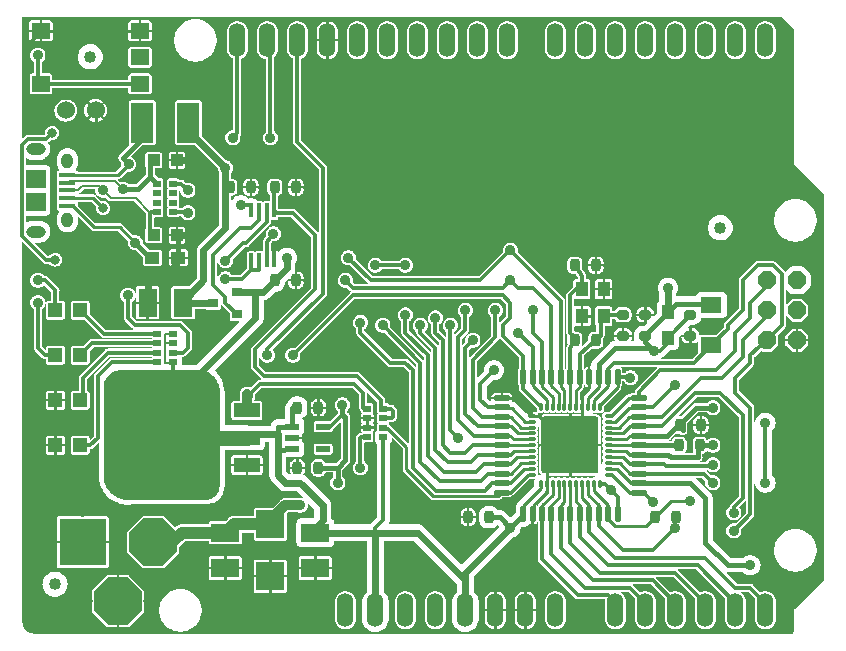
<source format=gtl>
G04 #@! TF.GenerationSoftware,KiCad,Pcbnew,(7.0.0-0)*
G04 #@! TF.CreationDate,2023-02-27T08:41:07+01:00*
G04 #@! TF.ProjectId,Leonardo_Rev3e,4c656f6e-6172-4646-9f5f-52657633652e,3d*
G04 #@! TF.SameCoordinates,Original*
G04 #@! TF.FileFunction,Copper,L1,Top*
G04 #@! TF.FilePolarity,Positive*
%FSLAX46Y46*%
G04 Gerber Fmt 4.6, Leading zero omitted, Abs format (unit mm)*
G04 Created by KiCad (PCBNEW (7.0.0-0)) date 2023-02-27 08:41:07*
%MOMM*%
%LPD*%
G01*
G04 APERTURE LIST*
G04 Aperture macros list*
%AMRoundRect*
0 Rectangle with rounded corners*
0 $1 Rounding radius*
0 $2 $3 $4 $5 $6 $7 $8 $9 X,Y pos of 4 corners*
0 Add a 4 corners polygon primitive as box body*
4,1,4,$2,$3,$4,$5,$6,$7,$8,$9,$2,$3,0*
0 Add four circle primitives for the rounded corners*
1,1,$1+$1,$2,$3*
1,1,$1+$1,$4,$5*
1,1,$1+$1,$6,$7*
1,1,$1+$1,$8,$9*
0 Add four rect primitives between the rounded corners*
20,1,$1+$1,$2,$3,$4,$5,0*
20,1,$1+$1,$4,$5,$6,$7,0*
20,1,$1+$1,$6,$7,$8,$9,0*
20,1,$1+$1,$8,$9,$2,$3,0*%
%AMOutline5P*
0 Free polygon, 5 corners , with rotation*
0 The origin of the aperture is its center*
0 number of corners: always 5*
0 $1 to $10 corner X, Y*
0 $11 Rotation angle, in degrees counterclockwise*
0 create outline with 5 corners*
4,1,5,$1,$2,$3,$4,$5,$6,$7,$8,$9,$10,$1,$2,$11*%
%AMOutline6P*
0 Free polygon, 6 corners , with rotation*
0 The origin of the aperture is its center*
0 number of corners: always 6*
0 $1 to $12 corner X, Y*
0 $13 Rotation angle, in degrees counterclockwise*
0 create outline with 6 corners*
4,1,6,$1,$2,$3,$4,$5,$6,$7,$8,$9,$10,$11,$12,$1,$2,$13*%
%AMOutline7P*
0 Free polygon, 7 corners , with rotation*
0 The origin of the aperture is its center*
0 number of corners: always 7*
0 $1 to $14 corner X, Y*
0 $15 Rotation angle, in degrees counterclockwise*
0 create outline with 7 corners*
4,1,7,$1,$2,$3,$4,$5,$6,$7,$8,$9,$10,$11,$12,$13,$14,$1,$2,$15*%
%AMOutline8P*
0 Free polygon, 8 corners , with rotation*
0 The origin of the aperture is its center*
0 number of corners: always 8*
0 $1 to $16 corner X, Y*
0 $17 Rotation angle, in degrees counterclockwise*
0 create outline with 8 corners*
4,1,8,$1,$2,$3,$4,$5,$6,$7,$8,$9,$10,$11,$12,$13,$14,$15,$16,$1,$2,$17*%
G04 Aperture macros list end*
G04 #@! TA.AperFunction,SMDPad,CuDef*
%ADD10R,2.235200X1.219200*%
G04 #@! TD*
G04 #@! TA.AperFunction,SMDPad,CuDef*
%ADD11R,2.200000X3.600000*%
G04 #@! TD*
G04 #@! TA.AperFunction,SMDPad,CuDef*
%ADD12RoundRect,0.508000X0.000000X0.000000X0.000000X0.000000X0.000000X0.000000X0.000000X0.000000X0*%
G04 #@! TD*
G04 #@! TA.AperFunction,SMDPad,CuDef*
%ADD13RoundRect,0.359360X0.089840X-0.190640X0.089840X0.190640X-0.089840X0.190640X-0.089840X-0.190640X0*%
G04 #@! TD*
G04 #@! TA.AperFunction,SMDPad,CuDef*
%ADD14RoundRect,0.359360X-0.089840X0.190640X-0.089840X-0.190640X0.089840X-0.190640X0.089840X0.190640X0*%
G04 #@! TD*
G04 #@! TA.AperFunction,SMDPad,CuDef*
%ADD15R,1.200000X0.550000*%
G04 #@! TD*
G04 #@! TA.AperFunction,SMDPad,CuDef*
%ADD16R,1.800000X1.400000*%
G04 #@! TD*
G04 #@! TA.AperFunction,ComponentPad*
%ADD17C,1.524000*%
G04 #@! TD*
G04 #@! TA.AperFunction,SMDPad,CuDef*
%ADD18R,1.000000X1.000000*%
G04 #@! TD*
G04 #@! TA.AperFunction,SMDPad,CuDef*
%ADD19R,0.889000X0.787400*%
G04 #@! TD*
G04 #@! TA.AperFunction,SMDPad,CuDef*
%ADD20R,1.200000X1.200000*%
G04 #@! TD*
G04 #@! TA.AperFunction,SMDPad,CuDef*
%ADD21RoundRect,0.180000X0.520000X0.045000X-0.520000X0.045000X-0.520000X-0.045000X0.520000X-0.045000X0*%
G04 #@! TD*
G04 #@! TA.AperFunction,SMDPad,CuDef*
%ADD22RoundRect,0.180000X0.045000X0.520000X-0.045000X0.520000X-0.045000X-0.520000X0.045000X-0.520000X0*%
G04 #@! TD*
G04 #@! TA.AperFunction,SMDPad,CuDef*
%ADD23RoundRect,0.500000X0.000000X0.000000X0.000000X0.000000X0.000000X0.000000X0.000000X0.000000X0*%
G04 #@! TD*
G04 #@! TA.AperFunction,ComponentPad*
%ADD24O,1.422400X2.844800*%
G04 #@! TD*
G04 #@! TA.AperFunction,SMDPad,CuDef*
%ADD25R,2.400000X2.400000*%
G04 #@! TD*
G04 #@! TA.AperFunction,SMDPad,CuDef*
%ADD26R,1.000000X1.200000*%
G04 #@! TD*
G04 #@! TA.AperFunction,SMDPad,CuDef*
%ADD27R,0.650000X0.500000*%
G04 #@! TD*
G04 #@! TA.AperFunction,SMDPad,CuDef*
%ADD28R,1.900000X3.400000*%
G04 #@! TD*
G04 #@! TA.AperFunction,SMDPad,CuDef*
%ADD29RoundRect,0.359360X-0.089840X-0.190640X0.089840X-0.190640X0.089840X0.190640X-0.089840X0.190640X0*%
G04 #@! TD*
G04 #@! TA.AperFunction,SMDPad,CuDef*
%ADD30R,1.346200X0.457200*%
G04 #@! TD*
G04 #@! TA.AperFunction,SMDPad,CuDef*
%ADD31R,1.651000X1.498600*%
G04 #@! TD*
G04 #@! TA.AperFunction,ComponentPad*
%ADD32O,1.651000X1.016000*%
G04 #@! TD*
G04 #@! TA.AperFunction,ComponentPad*
%ADD33O,1.016000X1.295400*%
G04 #@! TD*
G04 #@! TA.AperFunction,SMDPad,CuDef*
%ADD34R,2.400000X1.600000*%
G04 #@! TD*
G04 #@! TA.AperFunction,SMDPad,CuDef*
%ADD35R,1.600000X2.400000*%
G04 #@! TD*
G04 #@! TA.AperFunction,SMDPad,CuDef*
%ADD36R,0.300000X1.200000*%
G04 #@! TD*
G04 #@! TA.AperFunction,ComponentPad*
%ADD37Outline8P,-0.775000X0.321016X-0.321016X0.775000X0.321016X0.775000X0.775000X0.321016X0.775000X-0.321016X0.321016X-0.775000X-0.321016X-0.775000X-0.775000X-0.321016X270.000000*%
G04 #@! TD*
G04 #@! TA.AperFunction,SMDPad,CuDef*
%ADD38R,1.050000X1.300000*%
G04 #@! TD*
G04 #@! TA.AperFunction,SMDPad,CuDef*
%ADD39R,1.200000X1.000000*%
G04 #@! TD*
G04 #@! TA.AperFunction,SMDPad,CuDef*
%ADD40RoundRect,0.359360X0.190640X0.089840X-0.190640X0.089840X-0.190640X-0.089840X0.190640X-0.089840X0*%
G04 #@! TD*
G04 #@! TA.AperFunction,SMDPad,CuDef*
%ADD41RoundRect,0.359360X-0.190640X-0.089840X0.190640X-0.089840X0.190640X0.089840X-0.190640X0.089840X0*%
G04 #@! TD*
G04 #@! TA.AperFunction,SMDPad,CuDef*
%ADD42RoundRect,0.110000X0.265000X0.027500X-0.265000X0.027500X-0.265000X-0.027500X0.265000X-0.027500X0*%
G04 #@! TD*
G04 #@! TA.AperFunction,SMDPad,CuDef*
%ADD43RoundRect,0.110000X-0.027500X0.265000X-0.027500X-0.265000X0.027500X-0.265000X0.027500X0.265000X0*%
G04 #@! TD*
G04 #@! TA.AperFunction,SMDPad,CuDef*
%ADD44RoundRect,0.110000X-0.265000X-0.027500X0.265000X-0.027500X0.265000X0.027500X-0.265000X0.027500X0*%
G04 #@! TD*
G04 #@! TA.AperFunction,SMDPad,CuDef*
%ADD45RoundRect,0.110000X0.027500X-0.265000X0.027500X0.265000X-0.027500X0.265000X-0.027500X-0.265000X0*%
G04 #@! TD*
G04 #@! TA.AperFunction,SMDPad,CuDef*
%ADD46RoundRect,0.241300X2.171700X2.171700X-2.171700X2.171700X-2.171700X-2.171700X2.171700X-2.171700X0*%
G04 #@! TD*
G04 #@! TA.AperFunction,SMDPad,CuDef*
%ADD47RoundRect,0.105000X0.695000X0.595000X-0.695000X0.595000X-0.695000X-0.595000X0.695000X-0.595000X0*%
G04 #@! TD*
G04 #@! TA.AperFunction,ComponentPad*
%ADD48Outline8P,-2.000000X0.828427X-0.828427X2.000000X0.828427X2.000000X2.000000X0.828427X2.000000X-0.828427X0.828427X-2.000000X-0.828427X-2.000000X-2.000000X-0.828427X180.000000*%
G04 #@! TD*
G04 #@! TA.AperFunction,ComponentPad*
%ADD49Outline8P,-2.000000X0.828427X-0.828427X2.000000X0.828427X2.000000X2.000000X0.828427X2.000000X-0.828427X0.828427X-2.000000X-0.828427X-2.000000X-2.000000X-0.828427X90.000000*%
G04 #@! TD*
G04 #@! TA.AperFunction,ComponentPad*
%ADD50R,4.000000X4.000000*%
G04 #@! TD*
G04 #@! TA.AperFunction,ComponentPad*
%ADD51C,1.950000*%
G04 #@! TD*
G04 #@! TA.AperFunction,SMDPad,CuDef*
%ADD52RoundRect,0.359360X0.089840X0.190640X-0.089840X0.190640X-0.089840X-0.190640X0.089840X-0.190640X0*%
G04 #@! TD*
G04 #@! TA.AperFunction,ViaPad*
%ADD53C,0.900000*%
G04 #@! TD*
G04 #@! TA.AperFunction,ViaPad*
%ADD54C,0.800000*%
G04 #@! TD*
G04 #@! TA.AperFunction,Conductor*
%ADD55C,0.304800*%
G04 #@! TD*
G04 #@! TA.AperFunction,Conductor*
%ADD56C,0.609600*%
G04 #@! TD*
G04 #@! TA.AperFunction,Conductor*
%ADD57C,0.406400*%
G04 #@! TD*
G04 #@! TA.AperFunction,Conductor*
%ADD58C,0.254000*%
G04 #@! TD*
G04 #@! TA.AperFunction,Conductor*
%ADD59C,1.270000*%
G04 #@! TD*
G04 #@! TA.AperFunction,Conductor*
%ADD60C,0.203200*%
G04 #@! TD*
G04 #@! TA.AperFunction,Conductor*
%ADD61C,0.250000*%
G04 #@! TD*
G04 #@! TA.AperFunction,Conductor*
%ADD62C,0.279400*%
G04 #@! TD*
G04 #@! TA.AperFunction,Conductor*
%ADD63C,0.812800*%
G04 #@! TD*
G04 #@! TA.AperFunction,Conductor*
%ADD64C,1.016000*%
G04 #@! TD*
G04 #@! TA.AperFunction,Conductor*
%ADD65C,0.200000*%
G04 #@! TD*
G04 APERTURE END LIST*
D10*
X133819899Y-116839999D03*
X133819899Y-114528599D03*
X133819899Y-112217199D03*
D11*
X127622099Y-114528599D03*
D12*
X173901100Y-96748600D03*
D13*
X161582100Y-99923600D03*
X163360100Y-99923600D03*
D14*
X172249000Y-113450300D03*
X170471000Y-113450300D03*
D15*
X137676099Y-113578599D03*
X137676099Y-114528599D03*
X137676099Y-115478599D03*
X140276099Y-115478599D03*
X140276099Y-113578599D03*
D16*
X173139099Y-106703599D03*
X173139099Y-103303599D03*
D12*
X117570000Y-126920000D03*
D17*
X118470000Y-86810000D03*
X121010000Y-86810000D03*
D18*
X125911099Y-91033599D03*
X127911099Y-91033599D03*
D19*
X130975099Y-103123999D03*
X133007099Y-102158799D03*
X133007099Y-104089199D03*
D20*
X119706099Y-115163599D03*
X117606099Y-115163599D03*
D21*
X167001100Y-119163600D03*
X167001100Y-118363600D03*
X167001100Y-117563600D03*
X167001100Y-116763600D03*
X167001100Y-115963600D03*
X167001100Y-115163600D03*
X167001100Y-114363600D03*
X167001100Y-113563600D03*
X167001100Y-112763600D03*
X167001100Y-111963600D03*
X167001100Y-111163600D03*
D22*
X165201100Y-109363600D03*
X164401100Y-109363600D03*
X163601100Y-109363600D03*
X162801100Y-109363600D03*
X162001100Y-109363600D03*
X161201100Y-109363600D03*
X160401100Y-109363600D03*
X159601100Y-109363600D03*
X158801100Y-109363600D03*
X158001100Y-109363600D03*
X157201100Y-109363600D03*
D21*
X155401100Y-111163600D03*
X155401100Y-111963600D03*
X155401100Y-112763600D03*
X155401100Y-113563600D03*
X155401100Y-114363600D03*
X155401100Y-115163600D03*
X155401100Y-115963600D03*
X155401100Y-116763600D03*
X155401100Y-117563600D03*
X155401100Y-118363600D03*
X155401100Y-119163600D03*
D22*
X157201100Y-120963600D03*
X158001100Y-120963600D03*
X158801100Y-120963600D03*
X159601100Y-120963600D03*
X160401100Y-120963600D03*
X161201100Y-120963600D03*
X162001100Y-120963600D03*
X162801100Y-120963600D03*
X163601100Y-120963600D03*
X164401100Y-120963600D03*
X165201100Y-120963600D03*
D23*
X161201100Y-115163600D03*
D24*
X165011099Y-129133599D03*
X167551099Y-129133599D03*
X170091099Y-129133599D03*
X172631099Y-129133599D03*
X175171099Y-129133599D03*
X177711099Y-129133599D03*
X142151099Y-129133599D03*
X144691099Y-129133599D03*
X147231099Y-129133599D03*
X149771099Y-129133599D03*
X152311099Y-129133599D03*
X154851099Y-129133599D03*
X157391099Y-129133599D03*
X159931099Y-129133599D03*
D20*
X119706099Y-103733599D03*
X117606099Y-103733599D03*
D25*
X135801099Y-126253599D03*
X135801099Y-121853599D03*
D26*
X169456099Y-103903599D03*
X169456099Y-106103599D03*
D18*
X125911099Y-97383599D03*
X127911099Y-97383599D03*
D27*
X127586099Y-95408599D03*
X127586099Y-94608599D03*
X127586099Y-93808599D03*
X127586099Y-93008599D03*
X126236099Y-93008599D03*
X126236099Y-93808599D03*
X126236099Y-94608599D03*
X126236099Y-95408599D03*
D24*
X177711099Y-80873599D03*
X175171099Y-80873599D03*
X172631099Y-80873599D03*
X170091099Y-80873599D03*
X167551099Y-80873599D03*
X165011099Y-80873599D03*
X162471099Y-80873599D03*
X159931099Y-80873599D03*
D14*
X154335100Y-121248600D03*
X152557100Y-121248600D03*
D28*
X128861099Y-87858599D03*
X124961099Y-87858599D03*
D20*
X119706099Y-111353599D03*
X117606099Y-111353599D03*
D29*
X161582100Y-106273600D03*
X163360100Y-106273600D03*
D30*
X118622599Y-92279999D03*
X118622599Y-92930000D03*
X118622599Y-93579999D03*
X118622599Y-94229998D03*
X118622599Y-94879999D03*
D31*
X115947598Y-92579998D03*
X115947598Y-94580000D03*
D32*
X115947598Y-90079999D03*
X115947598Y-97080000D03*
D33*
X118622599Y-91079999D03*
X118622599Y-96079999D03*
D34*
X131991099Y-122553599D03*
X131991099Y-125553599D03*
D35*
X128411099Y-103098599D03*
X125411099Y-103098599D03*
D24*
X155867099Y-80873599D03*
X153327099Y-80873599D03*
X150787099Y-80873599D03*
X148247099Y-80873599D03*
X145707099Y-80873599D03*
X143167099Y-80873599D03*
X140627099Y-80873599D03*
X138087099Y-80873599D03*
X135547099Y-80873599D03*
X133007099Y-80873599D03*
D12*
X120561100Y-82270600D03*
D13*
X170411000Y-115170000D03*
X172189000Y-115170000D03*
D36*
X134190099Y-99496599D03*
X134840099Y-99496599D03*
X135490099Y-99496599D03*
X136140099Y-99496599D03*
X136140099Y-95271599D03*
X135490099Y-95271599D03*
X134840099Y-95271599D03*
X134190099Y-95271599D03*
D27*
X127586099Y-108108599D03*
X127586099Y-107308599D03*
X127586099Y-106508599D03*
X127586099Y-105708599D03*
X126236099Y-105708599D03*
X126236099Y-106508599D03*
X126236099Y-107308599D03*
X126236099Y-108108599D03*
X144016099Y-112058599D03*
X144016099Y-112858599D03*
X144016099Y-113658599D03*
X144016099Y-114458599D03*
X145366099Y-114458599D03*
X145366099Y-113658599D03*
X145366099Y-112858599D03*
X145366099Y-112058599D03*
D13*
X138087100Y-117068600D03*
X139865100Y-117068600D03*
D37*
X177838099Y-101193599D03*
X180378099Y-101193599D03*
X177838099Y-103733599D03*
X180378099Y-103733599D03*
X177838099Y-106273599D03*
X180378099Y-106273599D03*
D38*
X162181099Y-101948599D03*
X162181099Y-104248599D03*
X164031099Y-104248599D03*
X164031099Y-101948599D03*
D39*
X125811099Y-99288599D03*
X128011099Y-99288599D03*
D34*
X139611099Y-122553599D03*
X139611099Y-125553599D03*
D40*
X165646100Y-105892600D03*
X165646100Y-104114600D03*
D13*
X168397100Y-121223600D03*
X170175100Y-121223600D03*
X136182100Y-101193600D03*
X137960100Y-101193600D03*
D40*
X167551100Y-105892600D03*
X167551100Y-104114600D03*
D41*
X171361100Y-104114600D03*
X171361100Y-105892600D03*
D42*
X164476100Y-117663600D03*
X164476100Y-117163600D03*
X164476100Y-116663600D03*
X164476100Y-116163600D03*
X164476100Y-115663600D03*
X164476100Y-115163600D03*
X164476100Y-114663600D03*
X164476100Y-114163600D03*
X164476100Y-113663600D03*
X164476100Y-113163600D03*
X164476100Y-112663600D03*
D43*
X163701100Y-111888600D03*
X163201100Y-111888600D03*
X162701100Y-111888600D03*
X162201100Y-111888600D03*
X161701100Y-111888600D03*
X161201100Y-111888600D03*
X160701100Y-111888600D03*
X160201100Y-111888600D03*
X159701100Y-111888600D03*
X159201100Y-111888600D03*
X158701100Y-111888600D03*
D44*
X157926100Y-112663600D03*
X157926100Y-113163600D03*
X157926100Y-113663600D03*
X157926100Y-114163600D03*
X157926100Y-114663600D03*
X157926100Y-115163600D03*
X157926100Y-115663600D03*
X157926100Y-116163600D03*
X157926100Y-116663600D03*
X157926100Y-117163600D03*
X157926100Y-117663600D03*
D45*
X158701100Y-118438600D03*
X159201100Y-118438600D03*
X159701100Y-118438600D03*
X160201100Y-118438600D03*
X160701100Y-118438600D03*
X161201100Y-118438600D03*
X161701100Y-118438600D03*
X162201100Y-118438600D03*
X162701100Y-118438600D03*
X163201100Y-118438600D03*
X163701100Y-118438600D03*
D46*
X161201100Y-115163600D03*
D47*
X124760000Y-84570000D03*
X124760000Y-80070000D03*
X116360000Y-84570000D03*
X116360000Y-80070000D03*
X124760000Y-82320000D03*
D48*
X122897899Y-128371599D03*
D49*
X125895099Y-123367799D03*
D50*
X119900699Y-123367799D03*
D51*
X123659900Y-128371600D03*
X122135900Y-128371600D03*
X119900700Y-124129800D03*
X119900700Y-122605800D03*
X125895100Y-124129800D03*
X125895100Y-122605800D03*
D20*
X119706099Y-107543599D03*
X117606099Y-107543599D03*
D52*
X134150100Y-93319600D03*
X132372100Y-93319600D03*
D14*
X139865100Y-111988600D03*
X138087100Y-111988600D03*
X137960100Y-93319600D03*
X136182100Y-93319600D03*
D53*
X177711100Y-113258600D03*
X128816100Y-118338600D03*
X123101100Y-118338600D03*
X169456100Y-101828600D03*
X137198100Y-99288600D03*
X123101100Y-111983600D03*
X125006100Y-118338600D03*
X125006100Y-111983600D03*
X128816100Y-110083600D03*
X168313100Y-107162600D03*
X123101100Y-116438600D03*
X154724100Y-108813600D03*
X125001100Y-116438600D03*
X156121100Y-122148600D03*
X130086100Y-114528600D03*
X126911100Y-110083600D03*
X176441100Y-125323600D03*
X126911100Y-118338600D03*
X177711100Y-118338600D03*
X164604700Y-118973600D03*
X123101100Y-110083600D03*
X133301100Y-94843600D03*
X125006100Y-110083600D03*
X146850100Y-109321600D03*
X180251100Y-118338600D03*
X156121100Y-124053600D03*
X162471100Y-129133600D03*
X155994100Y-120370600D03*
X147231100Y-120243600D03*
X174307500Y-119532400D03*
X117210000Y-95990000D03*
X157899100Y-80873600D03*
X115452899Y-88405825D03*
X117070000Y-91100000D03*
X178981100Y-91033600D03*
X140119100Y-129133600D03*
X155994100Y-107924600D03*
X180251100Y-113258600D03*
X120280000Y-89210000D03*
X119660000Y-98480000D03*
X170726100Y-107162600D03*
X163106100Y-117068600D03*
X138468100Y-92049600D03*
X144183100Y-118592600D03*
X171361100Y-119888000D03*
X135547100Y-107543600D03*
X170091100Y-122148600D03*
X173266100Y-115163600D03*
X124371100Y-98018600D03*
X133896100Y-110972600D03*
X138341100Y-120243600D03*
X131991100Y-99542600D03*
X141897100Y-111734600D03*
X141516100Y-118338600D03*
X121610000Y-93559500D03*
X123311100Y-93473600D03*
X116116100Y-82143600D03*
D54*
X117570000Y-99450000D03*
D53*
X143421100Y-117068600D03*
X175044100Y-122402600D03*
D54*
X117320000Y-88700000D03*
D53*
X123811100Y-91373600D03*
X123736100Y-102463600D03*
X131991100Y-101066600D03*
X143421100Y-104771100D03*
X136055100Y-97256600D03*
X170091100Y-110083600D03*
D54*
X121645671Y-95077069D03*
D53*
X158026100Y-103733600D03*
X156756100Y-105638600D03*
X135801100Y-89128600D03*
X156121100Y-101193600D03*
X142151100Y-101193600D03*
X142405100Y-99288600D03*
X156121100Y-98653600D03*
X132626100Y-89128600D03*
X154851100Y-103733600D03*
X145326100Y-105003600D03*
X152311100Y-103733600D03*
X168186100Y-119943600D03*
X151041100Y-105003600D03*
X151676100Y-114528600D03*
X131991100Y-91668600D03*
X173266100Y-111988600D03*
X149771100Y-104388900D03*
X148501100Y-105003600D03*
X147231100Y-104118900D03*
X166281100Y-109448600D03*
X144691100Y-99923600D03*
X152946100Y-106273600D03*
X147231100Y-99923600D03*
X173266100Y-116814600D03*
X128816100Y-95478600D03*
X128816100Y-93573600D03*
X173266100Y-118338600D03*
X175044100Y-120878600D03*
X116116100Y-101193600D03*
X137706100Y-107543600D03*
X116116100Y-103098600D03*
D55*
X153581100Y-109956600D02*
X154724100Y-108813600D01*
D56*
X134531100Y-102412800D02*
X134277100Y-102158800D01*
D57*
X136436100Y-113578600D02*
X137676100Y-113578600D01*
D56*
X138341100Y-118338600D02*
X137071100Y-118338600D01*
D57*
X137676100Y-113578600D02*
X137676100Y-112003600D01*
D55*
X134190100Y-94843600D02*
X134190100Y-95271600D01*
D56*
X134139900Y-114208600D02*
X133819900Y-114528600D01*
D58*
X165156900Y-117163600D02*
X164476100Y-117163600D01*
D55*
X168821100Y-107162600D02*
X169456100Y-106527600D01*
D57*
X169456100Y-103903600D02*
X170183100Y-103176600D01*
D55*
X127586100Y-108108600D02*
X127516100Y-108178600D01*
D56*
X134277100Y-102158800D02*
X133007100Y-102158800D01*
D57*
X136436100Y-115544600D02*
X137676100Y-115478600D01*
D55*
X166976100Y-118338600D02*
X167001100Y-118363600D01*
D56*
X135216900Y-102158800D02*
X136182100Y-101193600D01*
X137071100Y-118338600D02*
X136436100Y-117703600D01*
X136182100Y-101193600D02*
X137198100Y-100177600D01*
D55*
X128816100Y-110083600D02*
X127586100Y-108853600D01*
D59*
X130086100Y-114528600D02*
X133819900Y-114528600D01*
D58*
X166976100Y-118338600D02*
X166331900Y-118338600D01*
D57*
X168059100Y-106908600D02*
X168313100Y-107162600D01*
D60*
X127516100Y-108178600D02*
X126911100Y-108178600D01*
D57*
X176441100Y-125323600D02*
X174536100Y-125323600D01*
D55*
X144691100Y-122553600D02*
X144691100Y-122148600D01*
D57*
X163601100Y-108318600D02*
X165011100Y-106908600D01*
D60*
X126911100Y-108178600D02*
X126911100Y-106508600D01*
D58*
X155401100Y-111963600D02*
X155426100Y-111988600D01*
D56*
X144691100Y-122553600D02*
X144691100Y-129133600D01*
D58*
X166331900Y-118338600D02*
X165156900Y-117163600D01*
X158701100Y-118781200D02*
X158701100Y-118438600D01*
D57*
X155221100Y-121248600D02*
X156121100Y-122148600D01*
X136436100Y-114208600D02*
X136436100Y-113578600D01*
D60*
X126911100Y-106508600D02*
X127586100Y-106508600D01*
D58*
X163601100Y-109363600D02*
X163601100Y-110223600D01*
X157201100Y-120281200D02*
X158701100Y-118781200D01*
D55*
X164604700Y-118973600D02*
X164120500Y-118438600D01*
D57*
X169456100Y-103903600D02*
X167706100Y-105653600D01*
D56*
X136436100Y-114208600D02*
X134139900Y-114208600D01*
D55*
X154191100Y-111963600D02*
X155401100Y-111963600D01*
D57*
X172631100Y-123418600D02*
X172631100Y-119608600D01*
X174536100Y-125323600D02*
X172631100Y-123418600D01*
D55*
X145366100Y-121473600D02*
X145366100Y-114458600D01*
X165201100Y-119570000D02*
X165201100Y-120963600D01*
D56*
X140246100Y-121513600D02*
X140246100Y-120243600D01*
D58*
X155426100Y-111988600D02*
X156222700Y-111988600D01*
D56*
X128816100Y-110083600D02*
X134531100Y-104368600D01*
D60*
X126911100Y-105708600D02*
X127586100Y-105708600D01*
D55*
X154191100Y-111963600D02*
X153581100Y-111353600D01*
X169456100Y-106103600D02*
X169906100Y-105653600D01*
D56*
X137198100Y-100177600D02*
X137198100Y-99288600D01*
X152311100Y-125958600D02*
X156121100Y-122148600D01*
D55*
X144691100Y-122148600D02*
X145366100Y-121473600D01*
D56*
X148271100Y-122553600D02*
X152311100Y-126593600D01*
D57*
X167706100Y-105653600D02*
X167551100Y-105892600D01*
D55*
X168313100Y-107162600D02*
X168821100Y-107162600D01*
D60*
X130086100Y-114528600D02*
X127622100Y-114528600D01*
D55*
X133301100Y-94843600D02*
X134190100Y-94843600D01*
D57*
X139206100Y-122553600D02*
X139611100Y-122553600D01*
X165011100Y-106908600D02*
X168059100Y-106908600D01*
D56*
X139611100Y-122553600D02*
X144691100Y-122553600D01*
D58*
X156222700Y-111988600D02*
X157391100Y-113157000D01*
D56*
X169456100Y-101828600D02*
X169456100Y-103903600D01*
D58*
X157780300Y-113157000D02*
X157926100Y-113163600D01*
D57*
X167551100Y-105892600D02*
X167551100Y-106400600D01*
D55*
X164604700Y-118973600D02*
X165201100Y-119570000D01*
D60*
X126911100Y-106508600D02*
X126911100Y-105708600D01*
D56*
X136436100Y-115544600D02*
X136436100Y-114208600D01*
D57*
X170183100Y-103176600D02*
X172963100Y-103176600D01*
D56*
X134277100Y-102158800D02*
X135216900Y-102158800D01*
X144691100Y-122553600D02*
X148271100Y-122553600D01*
D58*
X157391100Y-113157000D02*
X157780300Y-113157000D01*
D55*
X169456100Y-106527600D02*
X169456100Y-106103600D01*
D57*
X137676100Y-112003600D02*
X138087100Y-111988600D01*
D58*
X157201100Y-120963600D02*
X157201100Y-120281200D01*
D56*
X140246100Y-120243600D02*
X138341100Y-118338600D01*
X139206100Y-122553600D02*
X140246100Y-121513600D01*
D55*
X127586100Y-108853600D02*
X127586100Y-108108600D01*
D57*
X172963100Y-103176600D02*
X173012100Y-103225600D01*
D58*
X162701100Y-111123600D02*
X162701100Y-111888600D01*
D57*
X154335100Y-121248600D02*
X155221100Y-121248600D01*
X173012100Y-103225600D02*
X173139100Y-103303600D01*
D56*
X136436100Y-117703600D02*
X136436100Y-115544600D01*
D57*
X172631100Y-119608600D02*
X171361100Y-118338600D01*
D56*
X134531100Y-104368600D02*
X134531100Y-102412800D01*
X152311100Y-126593600D02*
X152311100Y-129133600D01*
X152311100Y-126593600D02*
X152311100Y-125958600D01*
D55*
X164120500Y-118438600D02*
X163701100Y-118438600D01*
D57*
X157201100Y-121068600D02*
X157201100Y-120963600D01*
X171361100Y-118338600D02*
X166976100Y-118338600D01*
X156121100Y-122148600D02*
X157201100Y-121068600D01*
D55*
X153581100Y-111353600D02*
X153581100Y-109956600D01*
X169906100Y-105653600D02*
X171361100Y-104114600D01*
D57*
X163601100Y-109363600D02*
X163601100Y-108318600D01*
D58*
X163601100Y-110223600D02*
X162701100Y-111123600D01*
D55*
X177711100Y-113258600D02*
X177711100Y-118338600D01*
D57*
X167551100Y-106400600D02*
X168313100Y-107162600D01*
D61*
X121010000Y-86810000D02*
X121010000Y-88480000D01*
D55*
X161201100Y-115163600D02*
X163106100Y-117068600D01*
D56*
X120756400Y-97383600D02*
X119660000Y-98480000D01*
D58*
X157926100Y-112663600D02*
X156426100Y-111163600D01*
D56*
X127911100Y-97383600D02*
X128816100Y-97383600D01*
D61*
X115452899Y-88289850D02*
X118019749Y-85723000D01*
D62*
X162201100Y-110887000D02*
X162801100Y-110287000D01*
X162201100Y-111888600D02*
X162201100Y-110887000D01*
D55*
X137325100Y-97510600D02*
X137706100Y-97510600D01*
D62*
X158548700Y-112663600D02*
X157926100Y-112663600D01*
D56*
X125411100Y-100963600D02*
X125411100Y-103098600D01*
D55*
X136140100Y-98695600D02*
X137325100Y-97510600D01*
D56*
X127376100Y-100558600D02*
X128011100Y-99288600D01*
D57*
X128011100Y-97483600D02*
X127911100Y-97383600D01*
D61*
X115452899Y-88405825D02*
X115452899Y-88289850D01*
D55*
X159201100Y-117163600D02*
X161201100Y-115163600D01*
X161201100Y-115163600D02*
X162201100Y-114163600D01*
D62*
X158001100Y-120963600D02*
X158001100Y-120268600D01*
D61*
X116360000Y-80070000D02*
X124760000Y-80070000D01*
D56*
X121831100Y-97383600D02*
X125006100Y-100558600D01*
X130086100Y-96113600D02*
X130086100Y-92303600D01*
D55*
X161201100Y-115163600D02*
X158965900Y-112928400D01*
X136140100Y-99496600D02*
X136140100Y-98695600D01*
D57*
X128011100Y-99288600D02*
X128011100Y-97483600D01*
D56*
X125006100Y-100558600D02*
X125411100Y-100963600D01*
D62*
X159201100Y-119068600D02*
X159201100Y-118438600D01*
D61*
X115245000Y-88197926D02*
X115245000Y-81185000D01*
D62*
X162201100Y-114163600D02*
X162201100Y-111888600D01*
D56*
X128816100Y-97383600D02*
X130086100Y-96113600D01*
X128816100Y-91033600D02*
X127911100Y-91033600D01*
D61*
X115452899Y-88405825D02*
X115245000Y-88197926D01*
D62*
X158001100Y-120268600D02*
X159201100Y-119068600D01*
D61*
X115245000Y-81185000D02*
X116360000Y-80070000D01*
D62*
X159201100Y-118438600D02*
X159201100Y-117163600D01*
D56*
X125006100Y-100558600D02*
X127376100Y-100558600D01*
D61*
X121010000Y-88480000D02*
X120280000Y-89210000D01*
D58*
X156426100Y-111163600D02*
X155401100Y-111163600D01*
D61*
X119923000Y-85723000D02*
X121010000Y-86810000D01*
D62*
X162801100Y-110287000D02*
X162801100Y-109363600D01*
D55*
X158965900Y-112928400D02*
X158813500Y-112928400D01*
X158813500Y-112928400D02*
X158548700Y-112663600D01*
D56*
X121831100Y-97383600D02*
X120756400Y-97383600D01*
D61*
X118019749Y-85723000D02*
X119923000Y-85723000D01*
D56*
X130086100Y-92303600D02*
X128816100Y-91033600D01*
D58*
X161701100Y-110523400D02*
X162001100Y-110223400D01*
D55*
X163756100Y-105877600D02*
X163756100Y-104523600D01*
X163360100Y-106273600D02*
X163756100Y-105877600D01*
D58*
X162001100Y-110223400D02*
X162001100Y-109363600D01*
D55*
X163756100Y-104523600D02*
X164031100Y-104248600D01*
X164031100Y-104114600D02*
X165646100Y-104114600D01*
X162001100Y-107393600D02*
X163360100Y-106273600D01*
D58*
X161701100Y-111888600D02*
X161701100Y-110523400D01*
D55*
X164031100Y-104248600D02*
X164031100Y-104114600D01*
X162001100Y-109363600D02*
X162001100Y-107393600D01*
X161201100Y-109363600D02*
X161201100Y-106923600D01*
X161582100Y-106273600D02*
X161836100Y-106273600D01*
X161201100Y-105638600D02*
X161201100Y-102463600D01*
X161836100Y-106273600D02*
X161201100Y-105638600D01*
X162181100Y-101948600D02*
X162181100Y-100833600D01*
X161201100Y-102463600D02*
X161716100Y-101948600D01*
X161201100Y-106923600D02*
X161582100Y-106273600D01*
X162181100Y-100833600D02*
X161582100Y-99923600D01*
X161716100Y-101948600D02*
X162181100Y-101948600D01*
D58*
X161201100Y-111888600D02*
X161201100Y-109363600D01*
D55*
X164401100Y-121481527D02*
X164401100Y-120963600D01*
D58*
X167630100Y-121990600D02*
X168397100Y-121223600D01*
X164401100Y-120963600D02*
X164401100Y-120217800D01*
X164946094Y-121990600D02*
X167630100Y-121990600D01*
D61*
X169732700Y-119888000D02*
X168397100Y-121223600D01*
D58*
X163201100Y-119017800D02*
X163201100Y-118438600D01*
X164401100Y-121445606D02*
X164946094Y-121990600D01*
X164401100Y-120963600D02*
X164401100Y-121445606D01*
D61*
X171361100Y-119888000D02*
X169732700Y-119888000D01*
D58*
X164401100Y-120217800D02*
X163201100Y-119017800D01*
D55*
X170091100Y-122148600D02*
X170091100Y-121307600D01*
D58*
X163601100Y-120256000D02*
X162701100Y-119356000D01*
D55*
X140246100Y-91668600D02*
X138087100Y-89509600D01*
X165646100Y-124053600D02*
X163601100Y-122008600D01*
X135547100Y-107035600D02*
X140246100Y-102336600D01*
X165646100Y-124053600D02*
X168186100Y-124053600D01*
D58*
X163601100Y-120963600D02*
X163601100Y-120256000D01*
X162701100Y-119356000D02*
X162701100Y-118438600D01*
D55*
X168186100Y-124053600D02*
X170091100Y-122148600D01*
X138087100Y-89509600D02*
X138087100Y-80873600D01*
X163601100Y-122008600D02*
X163601100Y-120963600D01*
X170091100Y-121307600D02*
X170175100Y-121223600D01*
X135547100Y-107543600D02*
X135547100Y-107035600D01*
X140246100Y-102336600D02*
X140246100Y-91668600D01*
D58*
X164476100Y-115163600D02*
X167001100Y-115163600D01*
D57*
X167001100Y-115163600D02*
X170472100Y-115163600D01*
X171996100Y-116179600D02*
X169710100Y-116179600D01*
D61*
X119067100Y-94880000D02*
X120877100Y-96690000D01*
D57*
X124371100Y-98018600D02*
X125641100Y-99288600D01*
D61*
X123042500Y-96690000D02*
X124371100Y-98018600D01*
X120877100Y-96690000D02*
X123042500Y-96690000D01*
D58*
X166217500Y-115963600D02*
X165917500Y-115663600D01*
X165917500Y-115663600D02*
X164476100Y-115663600D01*
D57*
X173266100Y-115163600D02*
X172250100Y-115163600D01*
X172250100Y-115163600D02*
X171996100Y-115178600D01*
D61*
X118622600Y-94880000D02*
X119067100Y-94880000D01*
D57*
X169494100Y-115963600D02*
X167001100Y-115963600D01*
X125641100Y-99288600D02*
X125811100Y-99288600D01*
X171996100Y-115178600D02*
X171996100Y-116179600D01*
X169710100Y-116179600D02*
X169494100Y-115963600D01*
D58*
X167001100Y-115963600D02*
X166217500Y-115963600D01*
D55*
X142913100Y-109956600D02*
X143675100Y-110718600D01*
D63*
X133819900Y-110794800D02*
X133819900Y-112217200D01*
X137071100Y-120243600D02*
X138341100Y-120243600D01*
D57*
X133896100Y-110972600D02*
X133896100Y-112141000D01*
D55*
X143675100Y-110718600D02*
X143675100Y-111988600D01*
X134912100Y-109956600D02*
X142913100Y-109956600D01*
D63*
X135801100Y-121513600D02*
X137071100Y-120243600D01*
D55*
X133896100Y-110972600D02*
X134912100Y-109956600D01*
D64*
X128313280Y-122553600D02*
X127568100Y-123298780D01*
D55*
X143745100Y-112058600D02*
X144016100Y-112058600D01*
X143675100Y-111988600D02*
X143745100Y-112058600D01*
D63*
X135801100Y-121853600D02*
X135801100Y-121513600D01*
D57*
X133896100Y-112141000D02*
X133819900Y-112217200D01*
D64*
X132691100Y-121853600D02*
X135801100Y-121853600D01*
X131991100Y-122553600D02*
X132691100Y-121853600D01*
X131991100Y-122553600D02*
X128313280Y-122553600D01*
D63*
X133896100Y-110972600D02*
X133819900Y-110794800D01*
D57*
X141516100Y-117068600D02*
X142151100Y-116433600D01*
D55*
X135490100Y-96297600D02*
X135490100Y-95271600D01*
D57*
X141516100Y-117068600D02*
X139865100Y-117068600D01*
D55*
X131991100Y-99542600D02*
X133515100Y-98018600D01*
D57*
X141516100Y-118338600D02*
X141516100Y-117068600D01*
X141897100Y-112623600D02*
X141897100Y-111734600D01*
X142151100Y-116433600D02*
X142151100Y-112750600D01*
X142151100Y-112750600D02*
X141897100Y-112623600D01*
D55*
X133515100Y-98018600D02*
X133769100Y-98018600D01*
X141897100Y-112623600D02*
X140815100Y-113578600D01*
X140815100Y-113578600D02*
X140276100Y-113578600D01*
X133769100Y-98018600D02*
X135490100Y-96297600D01*
X135293100Y-109321600D02*
X134531100Y-108559600D01*
X137706100Y-95478600D02*
X136347100Y-95478600D01*
X143167100Y-109321600D02*
X145199100Y-111353600D01*
X134531100Y-107035600D02*
X139611100Y-101955600D01*
X146107100Y-112858600D02*
X145366100Y-112858600D01*
X139611100Y-101955600D02*
X139611100Y-97383600D01*
X145366100Y-112058600D02*
X145256100Y-112058600D01*
X136140100Y-95271600D02*
X136140100Y-93747600D01*
X146031100Y-112058600D02*
X146215100Y-112242600D01*
X135293100Y-109321600D02*
X143167100Y-109321600D01*
X145366100Y-112058600D02*
X146031100Y-112058600D01*
X146215100Y-112242600D02*
X146215100Y-112750600D01*
X134531100Y-108559600D02*
X134531100Y-107035600D01*
X145199100Y-111891600D02*
X145366100Y-112058600D01*
X146215100Y-112750600D02*
X146107100Y-112858600D01*
X136347100Y-95478600D02*
X136140100Y-95271600D01*
X136140100Y-93747600D02*
X136182100Y-93705600D01*
X136182100Y-93705600D02*
X136182100Y-93319600D01*
X139611100Y-97383600D02*
X137706100Y-95478600D01*
X145199100Y-111353600D02*
X145199100Y-111891600D01*
X125711100Y-95408600D02*
X126236100Y-95408600D01*
D65*
X121610000Y-93559500D02*
X122274100Y-94223600D01*
X124386100Y-94223600D02*
X125641100Y-95478600D01*
X121260500Y-93210000D02*
X121610000Y-93559500D01*
D55*
X125641100Y-95478600D02*
X125711100Y-95408600D01*
X125641100Y-97018600D02*
X125641100Y-95478600D01*
D65*
X118622600Y-93580000D02*
X119495700Y-93580000D01*
X119865700Y-93210000D02*
X121260500Y-93210000D01*
X122274100Y-94223600D02*
X124386100Y-94223600D01*
D55*
X125911100Y-97383600D02*
X125641100Y-97018600D01*
D65*
X119495700Y-93580000D02*
X119865700Y-93210000D01*
X122647500Y-92810000D02*
X123311100Y-93473600D01*
D57*
X123311100Y-93473600D02*
X124581100Y-93473600D01*
X125641100Y-91398600D02*
X125641100Y-92413600D01*
D55*
X125911100Y-91033600D02*
X125641100Y-91398600D01*
D57*
X124581100Y-93473600D02*
X125641100Y-92413600D01*
X125641100Y-92413600D02*
X126236100Y-93008600D01*
D65*
X118742601Y-92810000D02*
X122647500Y-92810000D01*
X118622600Y-92930001D02*
X118742601Y-92810000D01*
D55*
X116783309Y-99450000D02*
X117570000Y-99450000D01*
X115273710Y-89219600D02*
X114769699Y-89723611D01*
X173139100Y-106703600D02*
X171664100Y-108178600D01*
D58*
X164401100Y-109363600D02*
X164401100Y-110160200D01*
D55*
X176441100Y-121005600D02*
X176441100Y-111988600D01*
X175171100Y-109448600D02*
X176441100Y-108178600D01*
X143421100Y-114528600D02*
X143491100Y-114458600D01*
X178346100Y-99923600D02*
X177076100Y-99923600D01*
X176441100Y-108178600D02*
X176441100Y-107543600D01*
X175806100Y-101193600D02*
X175806100Y-103733600D01*
X117320000Y-88700000D02*
X116800400Y-89219600D01*
X116360000Y-84570000D02*
X124760000Y-84570000D01*
X174536100Y-105003600D02*
X174536100Y-105306600D01*
X116116100Y-84326100D02*
X116360000Y-84570000D01*
X175044100Y-122402600D02*
X176441100Y-121005600D01*
X179108100Y-100685600D02*
X178346100Y-99923600D01*
X175806100Y-103733600D02*
X174536100Y-105003600D01*
X114769699Y-89723611D02*
X114769699Y-97436390D01*
X116800400Y-89219600D02*
X115273710Y-89219600D01*
X114769699Y-97436390D02*
X116783309Y-99450000D01*
D58*
X164401100Y-110160200D02*
X163201100Y-111360200D01*
X163201100Y-111360200D02*
X163201100Y-111888600D01*
D55*
X176441100Y-107543600D02*
X177838100Y-106273600D01*
X171664100Y-108178600D02*
X164909500Y-108178600D01*
X174536100Y-105306600D02*
X173139100Y-106703600D01*
X164401100Y-108687000D02*
X164401100Y-109363600D01*
X116116100Y-82143600D02*
X116116100Y-84326100D01*
X177076100Y-99923600D02*
X175806100Y-101193600D01*
X179108100Y-105003600D02*
X179108100Y-100685600D01*
X143421100Y-117068600D02*
X143421100Y-114528600D01*
X143491100Y-114458600D02*
X144016100Y-114458600D01*
X176441100Y-111988600D02*
X175171100Y-110718600D01*
X164909500Y-108178600D02*
X164401100Y-108687000D01*
X175171100Y-110718600D02*
X175171100Y-109448600D01*
X177838100Y-106273600D02*
X179108100Y-105003600D01*
D61*
X118622600Y-92280000D02*
X118642600Y-92300000D01*
X118642600Y-92300000D02*
X122884700Y-92300000D01*
D57*
X123811100Y-91373600D02*
X123711100Y-91273600D01*
X123336100Y-90798600D02*
X125006100Y-89128600D01*
D56*
X125006100Y-88448600D02*
X124961100Y-87858600D01*
D61*
X122884700Y-92300000D02*
X123811100Y-91373600D01*
D56*
X125006100Y-89128600D02*
X125006100Y-88448600D01*
D57*
X123711100Y-91173600D02*
X123336100Y-90798600D01*
X123711100Y-91273600D02*
X123711100Y-91173600D01*
D55*
X123736100Y-104368600D02*
X123736100Y-102463600D01*
X128181100Y-105003600D02*
X128816100Y-105638600D01*
X123736100Y-104368600D02*
X124371100Y-105003600D01*
X124371100Y-105003600D02*
X128181100Y-105003600D01*
X128416100Y-107308600D02*
X127586100Y-107308600D01*
X134840100Y-100304600D02*
X134840100Y-99496600D01*
X128816100Y-106908600D02*
X128416100Y-107308600D01*
X134190100Y-100304600D02*
X134840100Y-100304600D01*
X134190100Y-100304600D02*
X134190100Y-99496600D01*
X133428100Y-101066600D02*
X134190100Y-100304600D01*
X131991100Y-101066600D02*
X133428100Y-101066600D01*
X128816100Y-105638600D02*
X128816100Y-106908600D01*
D58*
X156096100Y-118363600D02*
X157296100Y-117163600D01*
D55*
X147231100Y-108178600D02*
X147866100Y-108813600D01*
X145961100Y-108178600D02*
X147231100Y-108178600D01*
X143421100Y-105638600D02*
X145961100Y-108178600D01*
D58*
X155401100Y-118363600D02*
X156096100Y-118363600D01*
D55*
X153937100Y-118998600D02*
X154572100Y-118363600D01*
X149796100Y-118998600D02*
X153937100Y-118998600D01*
X136055100Y-97256600D02*
X135490100Y-97948600D01*
X135490100Y-97948600D02*
X135490100Y-99496600D01*
X143421100Y-104771100D02*
X143421100Y-105638600D01*
X154572100Y-118363600D02*
X155401100Y-118363600D01*
X147866100Y-108813600D02*
X147866100Y-117068600D01*
X147866100Y-117068600D02*
X149796100Y-118998600D01*
D58*
X157296100Y-117163600D02*
X157926100Y-117163600D01*
D55*
X131991100Y-103098600D02*
X131991100Y-102590600D01*
X134205100Y-96748600D02*
X134840100Y-96113600D01*
X132981700Y-104089200D02*
X131991100Y-103098600D01*
X133007100Y-104089200D02*
X132981700Y-104089200D01*
X133261100Y-96748600D02*
X134205100Y-96748600D01*
X130975100Y-101574600D02*
X130975100Y-99034600D01*
X131991100Y-102590600D02*
X130975100Y-101574600D01*
X130975100Y-99034600D02*
X133261100Y-96748600D01*
X134840100Y-96113600D02*
X134840100Y-95271600D01*
X173520100Y-108813600D02*
X175171100Y-107162600D01*
D58*
X164476100Y-112663600D02*
X164666300Y-112663600D01*
D55*
X175171100Y-105638600D02*
X176441100Y-104368600D01*
D58*
X164666300Y-112663600D02*
X166179500Y-111150400D01*
D55*
X176441100Y-103098600D02*
X177838100Y-101701600D01*
X175171100Y-107162600D02*
X175171100Y-105638600D01*
D58*
X166179500Y-111150400D02*
X167001100Y-111163600D01*
D55*
X168821100Y-108813600D02*
X173520100Y-108813600D01*
X176441100Y-104368600D02*
X176441100Y-103098600D01*
X167001100Y-110633600D02*
X168821100Y-108813600D01*
X167001100Y-111163600D02*
X167001100Y-110633600D01*
X177838100Y-101701600D02*
X177838100Y-101193600D01*
D58*
X165291900Y-113663600D02*
X166191900Y-112763600D01*
D55*
X175806100Y-107670600D02*
X175806100Y-106273600D01*
X167001100Y-112763600D02*
X168935100Y-112763600D01*
X177838100Y-104241600D02*
X177838100Y-103733600D01*
X172250100Y-109448600D02*
X174028100Y-109448600D01*
D58*
X166191900Y-112763600D02*
X167001100Y-112763600D01*
X164476100Y-113663600D02*
X165291900Y-113663600D01*
D55*
X168935100Y-112763600D02*
X172250100Y-109448600D01*
X175806100Y-106273600D02*
X177838100Y-104241600D01*
X174028100Y-109448600D02*
X175806100Y-107670600D01*
D58*
X165004500Y-113163600D02*
X166179500Y-111988600D01*
X166179500Y-111988600D02*
X167001100Y-111963600D01*
X164476100Y-113163600D02*
X165004500Y-113163600D01*
D55*
X168211100Y-111963600D02*
X170091100Y-110083600D01*
X167001100Y-111963600D02*
X168211100Y-111963600D01*
D61*
X120798601Y-94229999D02*
X118622600Y-94229999D01*
X121645671Y-95077069D02*
X120798601Y-94229999D01*
D58*
X159701100Y-111888600D02*
X159701100Y-111098200D01*
D55*
X158801100Y-106413600D02*
X158026100Y-105638600D01*
D58*
X159701100Y-111098200D02*
X158801100Y-110198200D01*
D55*
X158801100Y-109363600D02*
X158801100Y-106413600D01*
X158026100Y-105638600D02*
X158026100Y-103733600D01*
D58*
X158801100Y-110198200D02*
X158801100Y-109363600D01*
X158001100Y-110160200D02*
X158001100Y-109363600D01*
D55*
X158001100Y-106883600D02*
X156756100Y-105638600D01*
D58*
X159201100Y-111360200D02*
X158001100Y-110160200D01*
X159201100Y-111888600D02*
X159201100Y-111360200D01*
D55*
X158001100Y-109363600D02*
X158001100Y-106883600D01*
X158026100Y-101828600D02*
X159601100Y-103403600D01*
D58*
X159601100Y-109363600D02*
X159601100Y-110160000D01*
D55*
X135801100Y-89128600D02*
X135801100Y-81127600D01*
X159601100Y-103403600D02*
X159601100Y-109363600D01*
X142786100Y-101828600D02*
X155486100Y-101828600D01*
D58*
X160201100Y-110760000D02*
X160201100Y-111888600D01*
D55*
X156756100Y-101828600D02*
X158026100Y-101828600D01*
X156121100Y-101193600D02*
X156756100Y-101828600D01*
D58*
X159601100Y-110160000D02*
X160201100Y-110760000D01*
D55*
X142786100Y-101828600D02*
X142151100Y-101193600D01*
X155486100Y-101828600D02*
X156121100Y-101193600D01*
X135801100Y-81127600D02*
X135547100Y-80873600D01*
X142405100Y-99288600D02*
X144310100Y-101193600D01*
X156121100Y-98653600D02*
X160401100Y-102933600D01*
X144310100Y-101193600D02*
X153581100Y-101193600D01*
X133007100Y-88747600D02*
X133007100Y-80873600D01*
X160401100Y-102933600D02*
X160401100Y-109363600D01*
X132626100Y-89128600D02*
X133007100Y-88747600D01*
D58*
X160401100Y-109363600D02*
X160401100Y-110223400D01*
X160401100Y-110223400D02*
X160701100Y-110523400D01*
X160701100Y-110523400D02*
X160701100Y-111888600D01*
D55*
X153581100Y-101193600D02*
X156121100Y-98653600D01*
X152946100Y-111988600D02*
X152946100Y-107924600D01*
X153721100Y-112763600D02*
X152946100Y-111988600D01*
X152946100Y-107924600D02*
X154851100Y-106019600D01*
D58*
X156159500Y-112763600D02*
X157059500Y-113663600D01*
X157059500Y-113663600D02*
X157926100Y-113663600D01*
D55*
X154851100Y-106019600D02*
X154851100Y-103733600D01*
D58*
X155401100Y-112763600D02*
X156159500Y-112763600D01*
D55*
X153721100Y-112763600D02*
X155401100Y-112763600D01*
X154229100Y-117563600D02*
X155401100Y-117563600D01*
D58*
X156134100Y-117563600D02*
X157034100Y-116663600D01*
D55*
X148501100Y-116560600D02*
X150139100Y-118198600D01*
X150139100Y-118198600D02*
X153594100Y-118198600D01*
D58*
X155401100Y-117563600D02*
X156134100Y-117563600D01*
D55*
X148501100Y-116560600D02*
X148501100Y-108178600D01*
D58*
X157034100Y-116663600D02*
X157926100Y-116663600D01*
D55*
X148501100Y-108178600D02*
X145326100Y-105003600D01*
X153594100Y-118198600D02*
X154229100Y-117563600D01*
D58*
X156133900Y-114363600D02*
X156433900Y-114663600D01*
D55*
X152311100Y-105384600D02*
X152311100Y-103733600D01*
D58*
X155401100Y-114363600D02*
X156133900Y-114363600D01*
D55*
X151676100Y-113004600D02*
X151676100Y-106019600D01*
X151676100Y-113004600D02*
X153035100Y-114363600D01*
X153035100Y-114363600D02*
X155401100Y-114363600D01*
X151676100Y-106019600D02*
X152311100Y-105384600D01*
D58*
X156433900Y-114663600D02*
X157926100Y-114663600D01*
D55*
X167406100Y-119163600D02*
X168186100Y-119943600D01*
X164717100Y-117663600D02*
X164476100Y-117663600D01*
X151041100Y-113893600D02*
X151041100Y-105003600D01*
X166217100Y-119163600D02*
X164717100Y-117663600D01*
X167001100Y-119163600D02*
X166217100Y-119163600D01*
X167001100Y-119163600D02*
X167406100Y-119163600D01*
X151676100Y-114528600D02*
X151041100Y-113893600D01*
D58*
X158801100Y-120963600D02*
X158801100Y-120256000D01*
D55*
X161836100Y-127863600D02*
X158801100Y-124828600D01*
X161836100Y-127863600D02*
X164376100Y-127863600D01*
X158801100Y-124828600D02*
X158801100Y-120963600D01*
D58*
X159701100Y-119356000D02*
X159701100Y-118438600D01*
D55*
X165011100Y-128498600D02*
X165011100Y-129133600D01*
X164376100Y-127863600D02*
X165011100Y-128498600D01*
D58*
X158801100Y-120256000D02*
X159701100Y-119356000D01*
D55*
X166281100Y-127228600D02*
X167551100Y-128498600D01*
D58*
X159601100Y-120963600D02*
X159601100Y-120243400D01*
D55*
X159601100Y-124358600D02*
X162471100Y-127228600D01*
D58*
X159601100Y-120243400D02*
X160201100Y-119643400D01*
D55*
X167551100Y-128498600D02*
X167551100Y-129133600D01*
X162471100Y-127228600D02*
X166281100Y-127228600D01*
X159601100Y-124358600D02*
X159601100Y-120963600D01*
D58*
X160201100Y-119643400D02*
X160201100Y-118438600D01*
D55*
X168186100Y-126593600D02*
X170091100Y-128498600D01*
D58*
X160401100Y-120963600D02*
X160401100Y-120230800D01*
D55*
X160401100Y-123888600D02*
X160401100Y-120963600D01*
D58*
X160401100Y-120230800D02*
X160701100Y-119930800D01*
D55*
X170091100Y-128498600D02*
X170091100Y-129133600D01*
X163106100Y-126593600D02*
X160401100Y-123888600D01*
D58*
X160701100Y-119930800D02*
X160701100Y-118438600D01*
D55*
X163106100Y-126593600D02*
X168186100Y-126593600D01*
D56*
X130086100Y-101193600D02*
X130086100Y-98653600D01*
D58*
X166242900Y-114363600D02*
X165942900Y-114663600D01*
D56*
X131991100Y-96748600D02*
X131991100Y-93319600D01*
D58*
X165942900Y-114663600D02*
X164476100Y-114663600D01*
D57*
X170726100Y-113073900D02*
X170726100Y-113258600D01*
X170726100Y-113258600D02*
X170726100Y-113878600D01*
D56*
X129496100Y-89173600D02*
X128861100Y-87858600D01*
D57*
X170726100Y-113258600D02*
X170481400Y-113258600D01*
D56*
X128411100Y-103098600D02*
X129046100Y-102233600D01*
D57*
X171811400Y-111988600D02*
X170726100Y-113073900D01*
D55*
X170726100Y-113878600D02*
X170472100Y-113639600D01*
D56*
X130086100Y-98653600D02*
X131991100Y-96748600D01*
X129046100Y-102233600D02*
X130086100Y-101193600D01*
X131991100Y-93319600D02*
X131991100Y-91668600D01*
X131991100Y-91668600D02*
X129496100Y-89173600D01*
X128411100Y-103098600D02*
X129071500Y-103124000D01*
D57*
X170726100Y-113258600D02*
X170472100Y-113639600D01*
X170481400Y-113258600D02*
X169376400Y-114363600D01*
D58*
X167001100Y-114363600D02*
X166242900Y-114363600D01*
D56*
X129071500Y-103124000D02*
X130975100Y-103124000D01*
D57*
X169376400Y-114363600D02*
X167001100Y-114363600D01*
X132372100Y-93319600D02*
X131991100Y-93319600D01*
X173266100Y-111988600D02*
X171811400Y-111988600D01*
D55*
X163741100Y-125958600D02*
X170091100Y-125958600D01*
D58*
X161201100Y-120963600D02*
X161201100Y-118438600D01*
D55*
X163741100Y-125958600D02*
X161201100Y-123418600D01*
X172631100Y-128498600D02*
X172631100Y-129133600D01*
X170091100Y-125958600D02*
X172631100Y-128498600D01*
X161201100Y-123418600D02*
X161201100Y-120963600D01*
X175171100Y-128498600D02*
X175171100Y-129133600D01*
X164376100Y-125323600D02*
X162001100Y-122948600D01*
X164376100Y-125323600D02*
X171996100Y-125323600D01*
X162001100Y-122948600D02*
X162001100Y-120963600D01*
X171996100Y-125323600D02*
X175171100Y-128498600D01*
D58*
X161701100Y-119930800D02*
X161701100Y-118438600D01*
X162001100Y-120963600D02*
X162001100Y-120230800D01*
X162001100Y-120230800D02*
X161701100Y-119930800D01*
D55*
X162801100Y-120963600D02*
X162801100Y-122478600D01*
X175171100Y-127228600D02*
X176441100Y-127228600D01*
X162801100Y-122478600D02*
X165011100Y-124688600D01*
X177711100Y-128498600D02*
X177711100Y-129133600D01*
X172631100Y-124688600D02*
X175171100Y-127228600D01*
X165011100Y-124688600D02*
X172631100Y-124688600D01*
D58*
X162801100Y-120243400D02*
X162801100Y-120963600D01*
X162201100Y-119643400D02*
X162801100Y-120243400D01*
D55*
X176441100Y-127228600D02*
X177711100Y-128498600D01*
D58*
X162201100Y-119643400D02*
X162201100Y-118438600D01*
D55*
X150406100Y-106273600D02*
X150406100Y-115163600D01*
D58*
X155401100Y-115163600D02*
X157926100Y-115163600D01*
D55*
X152311100Y-115798600D02*
X152946100Y-115163600D01*
X152946100Y-115163600D02*
X155401100Y-115163600D01*
X150406100Y-115163600D02*
X151041100Y-115798600D01*
X149771100Y-104388900D02*
X149771100Y-105638600D01*
X149771100Y-105638600D02*
X150406100Y-106273600D01*
X151041100Y-115798600D02*
X152311100Y-115798600D01*
X149771100Y-106908600D02*
X148501100Y-105638600D01*
X148501100Y-105638600D02*
X148501100Y-105003600D01*
D58*
X156433900Y-115663600D02*
X157926100Y-115663600D01*
D55*
X149771100Y-115544600D02*
X149771100Y-106908600D01*
X150825100Y-116598600D02*
X152781100Y-116598600D01*
D58*
X156133900Y-115963600D02*
X156433900Y-115663600D01*
D55*
X152781100Y-116598600D02*
X153416100Y-115963600D01*
D58*
X155401100Y-115963600D02*
X156133900Y-115963600D01*
D55*
X153416100Y-115963600D02*
X155401100Y-115963600D01*
X150825100Y-116598600D02*
X149771100Y-115544600D01*
D58*
X156121300Y-116763600D02*
X156721300Y-116163600D01*
X155401100Y-116763600D02*
X156121300Y-116763600D01*
D55*
X149136100Y-116052600D02*
X150482100Y-117398600D01*
D58*
X156721300Y-116163600D02*
X157926100Y-116163600D01*
D55*
X147231100Y-105638600D02*
X149136100Y-107543600D01*
X147231100Y-104118900D02*
X147231100Y-105638600D01*
X153251100Y-117398600D02*
X153886100Y-116763600D01*
X150482100Y-117398600D02*
X153251100Y-117398600D01*
X153886100Y-116763600D02*
X155401100Y-116763600D01*
X149136100Y-107543600D02*
X149136100Y-116052600D01*
D58*
X165201100Y-110223800D02*
X163701100Y-111723800D01*
D55*
X166366100Y-109363600D02*
X165201100Y-109363600D01*
D58*
X165201100Y-109363600D02*
X165201100Y-110223800D01*
D55*
X166281100Y-109448600D02*
X166366100Y-109363600D01*
D58*
X163701100Y-111723800D02*
X163701100Y-111888600D01*
X156172100Y-113563600D02*
X156772100Y-114163600D01*
D55*
X153378100Y-113563600D02*
X155401100Y-113563600D01*
X147231100Y-99923600D02*
X144691100Y-99923600D01*
D58*
X156772100Y-114163600D02*
X157926100Y-114163600D01*
X155401100Y-113563600D02*
X156172100Y-113563600D01*
D55*
X152311100Y-106908600D02*
X152311100Y-112496600D01*
X152946100Y-106273600D02*
X152311100Y-106908600D01*
X152311100Y-112496600D02*
X153378100Y-113563600D01*
X119706100Y-111353600D02*
X119926100Y-111353600D01*
X119926100Y-111353600D02*
X119926100Y-109448600D01*
X119926100Y-109448600D02*
X122066100Y-107308600D01*
X122066100Y-107308600D02*
X126236100Y-107308600D01*
X121196100Y-114528600D02*
X121196100Y-109321600D01*
X121196100Y-109321600D02*
X122409100Y-108108600D01*
X119706100Y-115163600D02*
X120561100Y-115163600D01*
X120561100Y-115163600D02*
X121196100Y-114528600D01*
X122409100Y-108108600D02*
X126236100Y-108108600D01*
D61*
X149602496Y-119466000D02*
X155098700Y-119466000D01*
X147320000Y-117183504D02*
X149602496Y-119466000D01*
D58*
X155401100Y-119163600D02*
X156083500Y-119163600D01*
D61*
X145695900Y-113658600D02*
X147320000Y-115282700D01*
D58*
X156083500Y-119163600D02*
X157583500Y-117663600D01*
D61*
X155098700Y-119466000D02*
X155401100Y-119163600D01*
X145366100Y-113658600D02*
X145695900Y-113658600D01*
D55*
X155296100Y-119163600D02*
X155401100Y-119163600D01*
D61*
X147320000Y-115282700D02*
X147320000Y-117183504D01*
D58*
X157583500Y-117663600D02*
X157926100Y-117663600D01*
D55*
X121681100Y-105708600D02*
X119706100Y-103733600D01*
X121681100Y-105708600D02*
X126236100Y-105708600D01*
D58*
X166230100Y-116763600D02*
X165630100Y-116163600D01*
D55*
X128746100Y-95408600D02*
X127586100Y-95408600D01*
D58*
X167001100Y-116763600D02*
X166230100Y-116763600D01*
D55*
X128816100Y-95478600D02*
X128746100Y-95408600D01*
X169329100Y-116941600D02*
X169151100Y-116763600D01*
X173266100Y-116814600D02*
X173190100Y-116890600D01*
D58*
X165630100Y-116163600D02*
X164476100Y-116163600D01*
D55*
X173139100Y-116941600D02*
X169329100Y-116941600D01*
X169151100Y-116763600D02*
X167001100Y-116763600D01*
X173266100Y-116814600D02*
X173139100Y-116941600D01*
X120706100Y-106508600D02*
X126236100Y-106508600D01*
X119706100Y-107508600D02*
X120706100Y-106508600D01*
X119706100Y-107543600D02*
X119706100Y-107508600D01*
X128251100Y-93008600D02*
X127586100Y-93008600D01*
D58*
X166293500Y-117563600D02*
X165393500Y-116663600D01*
D55*
X172491100Y-117563600D02*
X167001100Y-117563600D01*
X173266100Y-118338600D02*
X172491100Y-117563600D01*
D58*
X167001100Y-117563600D02*
X166293500Y-117563600D01*
D55*
X128816100Y-93573600D02*
X128251100Y-93008600D01*
D58*
X165393500Y-116663600D02*
X164476100Y-116663600D01*
D55*
X117606100Y-102048600D02*
X116751100Y-101193600D01*
X116751100Y-101193600D02*
X116116100Y-101193600D01*
X175806100Y-112623600D02*
X173901100Y-110718600D01*
X175806100Y-119608600D02*
X175806100Y-112623600D01*
X117606100Y-103733600D02*
X117606100Y-102048600D01*
X168926400Y-113563600D02*
X167001100Y-113563600D01*
D58*
X165630100Y-114163600D02*
X164476100Y-114163600D01*
X167001100Y-113563600D02*
X166230100Y-113563600D01*
X166230100Y-113563600D02*
X165630100Y-114163600D01*
D55*
X175044100Y-120878600D02*
X175044100Y-120370600D01*
X175044100Y-120370600D02*
X175806100Y-119608600D01*
X173901100Y-110718600D02*
X171771400Y-110718600D01*
X171771400Y-110718600D02*
X168926400Y-113563600D01*
X155486100Y-105003600D02*
X155486100Y-105892600D01*
X155486100Y-105892600D02*
X157201100Y-107607600D01*
X156121100Y-104368600D02*
X155486100Y-105003600D01*
X116116100Y-106908600D02*
X116751100Y-107543600D01*
X157201100Y-107607600D02*
X157201100Y-109363600D01*
X137706100Y-107543600D02*
X142786100Y-102463600D01*
X157201100Y-109363600D02*
X157201100Y-110388600D01*
X157201100Y-110388600D02*
X158701100Y-111888600D01*
X116751100Y-107543600D02*
X117606100Y-107543600D01*
X142786100Y-102463600D02*
X155486100Y-102463600D01*
X156121100Y-103098600D02*
X156121100Y-104368600D01*
X116116100Y-106908600D02*
X116116100Y-103098600D01*
X155486100Y-102463600D02*
X156121100Y-103098600D01*
G04 #@! TA.AperFunction,Conductor*
G36*
X123230101Y-108765116D02*
G01*
X123473313Y-108788200D01*
X129724136Y-108788200D01*
X129730035Y-108788431D01*
X129994890Y-108809277D01*
X130006533Y-108811121D01*
X130267828Y-108873852D01*
X130279044Y-108877496D01*
X130527314Y-108980332D01*
X130537815Y-108985683D01*
X130753229Y-109117688D01*
X130766940Y-109126090D01*
X130776485Y-109133025D01*
X130980820Y-109307544D01*
X130989155Y-109315879D01*
X131146436Y-109500031D01*
X131163673Y-109520213D01*
X131170609Y-109529759D01*
X131311013Y-109758878D01*
X131316370Y-109769392D01*
X131420373Y-110020479D01*
X131425171Y-110037493D01*
X131507574Y-110557759D01*
X131508500Y-110569523D01*
X131508500Y-118612391D01*
X131508138Y-118619762D01*
X131487805Y-118826195D01*
X131484929Y-118840653D01*
X131423610Y-119042800D01*
X131417968Y-119056420D01*
X131318391Y-119242714D01*
X131310202Y-119254971D01*
X131176191Y-119418266D01*
X131165766Y-119428691D01*
X131002474Y-119562699D01*
X130990217Y-119570888D01*
X130800523Y-119672282D01*
X130779745Y-119679717D01*
X130378375Y-119759555D01*
X130363704Y-119761000D01*
X124107948Y-119761000D01*
X124106292Y-119761149D01*
X124106271Y-119761150D01*
X123828163Y-119786191D01*
X123817436Y-119786388D01*
X123524571Y-119770854D01*
X123513924Y-119769523D01*
X123226244Y-119712465D01*
X123215895Y-119709632D01*
X122939265Y-119612213D01*
X122929428Y-119607937D01*
X122799452Y-119540039D01*
X122669479Y-119472143D01*
X122660348Y-119466510D01*
X122422368Y-119295102D01*
X122414131Y-119288226D01*
X122202967Y-119084693D01*
X122195793Y-119076715D01*
X122015747Y-118845206D01*
X122009781Y-118836288D01*
X121864512Y-118581509D01*
X121859876Y-118571833D01*
X121752343Y-118298966D01*
X121749139Y-118288753D01*
X121680725Y-117999953D01*
X121678700Y-117982619D01*
X121678700Y-110057145D01*
X121681408Y-110037148D01*
X121686006Y-110020479D01*
X121751072Y-109784607D01*
X121755636Y-109772346D01*
X121866518Y-109539055D01*
X121873149Y-109527765D01*
X122022843Y-109317294D01*
X122031340Y-109307318D01*
X122215308Y-109126037D01*
X122225406Y-109117690D01*
X122438058Y-108971110D01*
X122449449Y-108964645D01*
X122684325Y-108857217D01*
X122696668Y-108852827D01*
X122946639Y-108787815D01*
X122959546Y-108785637D01*
X123217002Y-108765021D01*
X123230101Y-108765116D01*
G37*
G04 #@! TD.AperFunction*
G04 #@! TA.AperFunction,Conductor*
G36*
X146161334Y-114570218D02*
G01*
X146993634Y-115402518D01*
X147004500Y-115428752D01*
X147004500Y-117168110D01*
X147004359Y-117171344D01*
X147001134Y-117208192D01*
X147001134Y-117208197D01*
X147000852Y-117211426D01*
X147001691Y-117214560D01*
X147001692Y-117214561D01*
X147011266Y-117250293D01*
X147011966Y-117253452D01*
X147018953Y-117293076D01*
X147020576Y-117295888D01*
X147020577Y-117295889D01*
X147023558Y-117301053D01*
X147027263Y-117309997D01*
X147028807Y-117315758D01*
X147028809Y-117315762D01*
X147029649Y-117318897D01*
X147052726Y-117351855D01*
X147054464Y-117354583D01*
X147061251Y-117366339D01*
X147074585Y-117389432D01*
X147096871Y-117408132D01*
X147105399Y-117415288D01*
X147107786Y-117417474D01*
X149368531Y-119678220D01*
X149370717Y-119680607D01*
X149396568Y-119711415D01*
X149431415Y-119731534D01*
X149434126Y-119733262D01*
X149464440Y-119754488D01*
X149464442Y-119754489D01*
X149467103Y-119756352D01*
X149476004Y-119758736D01*
X149484948Y-119762442D01*
X149490114Y-119765425D01*
X149490115Y-119765425D01*
X149492924Y-119767047D01*
X149532553Y-119774034D01*
X149535692Y-119774729D01*
X149574575Y-119785148D01*
X149614660Y-119781640D01*
X149617893Y-119781500D01*
X155083306Y-119781500D01*
X155086540Y-119781641D01*
X155123388Y-119784865D01*
X155126622Y-119785148D01*
X155165483Y-119774734D01*
X155168642Y-119774034D01*
X155170269Y-119773746D01*
X155208272Y-119767047D01*
X155216250Y-119762439D01*
X155225198Y-119758733D01*
X155234093Y-119756351D01*
X155267071Y-119733258D01*
X155269767Y-119731541D01*
X155304628Y-119711415D01*
X155330500Y-119680580D01*
X155332666Y-119678216D01*
X155420918Y-119589965D01*
X155447152Y-119579099D01*
X155954912Y-119579099D01*
X155956260Y-119579099D01*
X156028279Y-119568607D01*
X156139366Y-119514300D01*
X156178431Y-119475233D01*
X156191402Y-119466971D01*
X156193767Y-119466555D01*
X156201817Y-119461906D01*
X156210770Y-119458197D01*
X156219751Y-119455792D01*
X156252947Y-119432546D01*
X156255643Y-119430829D01*
X156290733Y-119410571D01*
X156316778Y-119379530D01*
X156318944Y-119377166D01*
X157693646Y-118002465D01*
X157719881Y-117991599D01*
X158135221Y-117991599D01*
X158157638Y-117999138D01*
X158170945Y-118018690D01*
X158169734Y-118042309D01*
X158167804Y-118047204D01*
X158166675Y-118050066D01*
X158166391Y-118052423D01*
X158166390Y-118052431D01*
X158156833Y-118132017D01*
X158156832Y-118132027D01*
X158156700Y-118133130D01*
X158156700Y-118134247D01*
X158156700Y-118555183D01*
X158153876Y-118569381D01*
X158145834Y-118581417D01*
X156830465Y-119896784D01*
X156829554Y-119897663D01*
X156784913Y-119939356D01*
X156784906Y-119939363D01*
X156783054Y-119941094D01*
X156781736Y-119943260D01*
X156781732Y-119943266D01*
X156760130Y-119978787D01*
X156757994Y-119981925D01*
X156732878Y-120015047D01*
X156732875Y-120015052D01*
X156731345Y-120017070D01*
X156730417Y-120019422D01*
X156730413Y-120019430D01*
X156722351Y-120039875D01*
X156719536Y-120045542D01*
X156712053Y-120057846D01*
X156709789Y-120061153D01*
X156644924Y-120145688D01*
X156644921Y-120145692D01*
X156643444Y-120147618D01*
X156642515Y-120149860D01*
X156642512Y-120149866D01*
X156585998Y-120286305D01*
X156584307Y-120290388D01*
X156583990Y-120292790D01*
X156583990Y-120292793D01*
X156569863Y-120400102D01*
X156569200Y-120405136D01*
X156569200Y-120406352D01*
X156569200Y-120822320D01*
X156566376Y-120836518D01*
X156558334Y-120848554D01*
X156147333Y-121259553D01*
X156121099Y-121270419D01*
X156094865Y-121259553D01*
X155703026Y-120867714D01*
X155697934Y-120861357D01*
X155696174Y-120858584D01*
X155694926Y-120856617D01*
X155689334Y-120851366D01*
X155646167Y-120810829D01*
X155645330Y-120810018D01*
X155626192Y-120790880D01*
X155626191Y-120790879D01*
X155625365Y-120790053D01*
X155619149Y-120785232D01*
X155616495Y-120782965D01*
X155584257Y-120752691D01*
X155584254Y-120752689D01*
X155582558Y-120751096D01*
X155580515Y-120749973D01*
X155580514Y-120749972D01*
X155559651Y-120738503D01*
X155554785Y-120735306D01*
X155535983Y-120720721D01*
X155535981Y-120720720D01*
X155534134Y-120719287D01*
X155531988Y-120718358D01*
X155531986Y-120718357D01*
X155491409Y-120700797D01*
X155488272Y-120699260D01*
X155449528Y-120677961D01*
X155449521Y-120677958D01*
X155447478Y-120676835D01*
X155445218Y-120676254D01*
X155445214Y-120676253D01*
X155422161Y-120670334D01*
X155416661Y-120668451D01*
X155392665Y-120658068D01*
X155390362Y-120657703D01*
X155390358Y-120657702D01*
X155346679Y-120650784D01*
X155343276Y-120650079D01*
X155298174Y-120638500D01*
X155295840Y-120638500D01*
X155272037Y-120638500D01*
X155266233Y-120638043D01*
X155242725Y-120634319D01*
X155242719Y-120634318D01*
X155240416Y-120633954D01*
X155238088Y-120634174D01*
X155194071Y-120638335D01*
X155190579Y-120638500D01*
X155087219Y-120638500D01*
X155069138Y-120633796D01*
X155055643Y-120620877D01*
X155031231Y-120581300D01*
X155030098Y-120579463D01*
X154903437Y-120452802D01*
X154897704Y-120449266D01*
X154795404Y-120386166D01*
X154750980Y-120358765D01*
X154717310Y-120347608D01*
X154582866Y-120303058D01*
X154582864Y-120303057D01*
X154580946Y-120302422D01*
X154578936Y-120302216D01*
X154578933Y-120302216D01*
X154476933Y-120291795D01*
X154476918Y-120291794D01*
X154475996Y-120291700D01*
X154194204Y-120291700D01*
X154193282Y-120291794D01*
X154193266Y-120291795D01*
X154091266Y-120302216D01*
X154091261Y-120302216D01*
X154089254Y-120302422D01*
X154087337Y-120303056D01*
X154087333Y-120303058D01*
X153921268Y-120358086D01*
X153921265Y-120358087D01*
X153919220Y-120358765D01*
X153917383Y-120359898D01*
X153917381Y-120359899D01*
X153768600Y-120451668D01*
X153768594Y-120451672D01*
X153766763Y-120452802D01*
X153765241Y-120454323D01*
X153765237Y-120454327D01*
X153641627Y-120577937D01*
X153641623Y-120577941D01*
X153640102Y-120579463D01*
X153638972Y-120581294D01*
X153638968Y-120581300D01*
X153552124Y-120722097D01*
X153546065Y-120731920D01*
X153545387Y-120733965D01*
X153545386Y-120733968D01*
X153490358Y-120900033D01*
X153490356Y-120900037D01*
X153489722Y-120901954D01*
X153489516Y-120903961D01*
X153489516Y-120903966D01*
X153479095Y-121005966D01*
X153479094Y-121005982D01*
X153479000Y-121006904D01*
X153479000Y-121490296D01*
X153479094Y-121491218D01*
X153479095Y-121491233D01*
X153489516Y-121593233D01*
X153489722Y-121595246D01*
X153490357Y-121597164D01*
X153490358Y-121597166D01*
X153541100Y-121750296D01*
X153546065Y-121765280D01*
X153576275Y-121814258D01*
X153633797Y-121907516D01*
X153640102Y-121917737D01*
X153766763Y-122044398D01*
X153919220Y-122138435D01*
X154089254Y-122194778D01*
X154194204Y-122205500D01*
X154475053Y-122205500D01*
X154475996Y-122205500D01*
X154580946Y-122194778D01*
X154750980Y-122138435D01*
X154903437Y-122044398D01*
X155002527Y-121945306D01*
X155019159Y-121935705D01*
X155038363Y-121935705D01*
X155054995Y-121945307D01*
X155160211Y-122050523D01*
X155171077Y-122076757D01*
X155160211Y-122102991D01*
X152019833Y-125243369D01*
X151993599Y-125254235D01*
X151967365Y-125243369D01*
X148790344Y-122066348D01*
X148788808Y-122064716D01*
X148788198Y-122064028D01*
X148756821Y-122028610D01*
X148747995Y-122018647D01*
X148747994Y-122018646D01*
X148746511Y-122016972D01*
X148744667Y-122015699D01*
X148694009Y-121980732D01*
X148692204Y-121979404D01*
X148643757Y-121941449D01*
X148643756Y-121941448D01*
X148641993Y-121940067D01*
X148639952Y-121939148D01*
X148639950Y-121939147D01*
X148625237Y-121932525D01*
X148619391Y-121929228D01*
X148604273Y-121918793D01*
X148602176Y-121917998D01*
X148602173Y-121917996D01*
X148544631Y-121896173D01*
X148542561Y-121895316D01*
X148511699Y-121881427D01*
X148484387Y-121869135D01*
X148482188Y-121868731D01*
X148482185Y-121868731D01*
X148466312Y-121865822D01*
X148459846Y-121864019D01*
X148444772Y-121858302D01*
X148444769Y-121858301D01*
X148442672Y-121857506D01*
X148440441Y-121857235D01*
X148379363Y-121849818D01*
X148377148Y-121849481D01*
X148316595Y-121838384D01*
X148316589Y-121838383D01*
X148314387Y-121837980D01*
X148312151Y-121838115D01*
X148312147Y-121838115D01*
X148250716Y-121841832D01*
X148248476Y-121841900D01*
X145863432Y-121841900D01*
X145838419Y-121832200D01*
X145826486Y-121808173D01*
X145833871Y-121782383D01*
X145856667Y-121752321D01*
X145858203Y-121750296D01*
X145867684Y-121726251D01*
X145870490Y-121720603D01*
X145883919Y-121698521D01*
X145896412Y-121653929D01*
X145897622Y-121650331D01*
X145914605Y-121607267D01*
X145917247Y-121581563D01*
X145918425Y-121575363D01*
X145925400Y-121550474D01*
X145925400Y-121504165D01*
X145925595Y-121500371D01*
X145928220Y-121474840D01*
X151905500Y-121474840D01*
X151905658Y-121477258D01*
X151919643Y-121583483D01*
X151920889Y-121588132D01*
X151975632Y-121720295D01*
X151978046Y-121724475D01*
X152065123Y-121837957D01*
X152068542Y-121841376D01*
X152182024Y-121928453D01*
X152186204Y-121930867D01*
X152318367Y-121985610D01*
X152323016Y-121986856D01*
X152429241Y-122000841D01*
X152431660Y-122001000D01*
X152448521Y-122001000D01*
X152453738Y-121998838D01*
X152455900Y-121993621D01*
X152658300Y-121993621D01*
X152660461Y-121998838D01*
X152665679Y-122001000D01*
X152682540Y-122001000D01*
X152684958Y-122000841D01*
X152791183Y-121986856D01*
X152795832Y-121985610D01*
X152927995Y-121930867D01*
X152932175Y-121928453D01*
X153045657Y-121841376D01*
X153049076Y-121837957D01*
X153136153Y-121724475D01*
X153138567Y-121720295D01*
X153193310Y-121588132D01*
X153194556Y-121583483D01*
X153208541Y-121477258D01*
X153208700Y-121474840D01*
X153208700Y-121357179D01*
X153206538Y-121351961D01*
X153201321Y-121349800D01*
X152665679Y-121349800D01*
X152660461Y-121351961D01*
X152658300Y-121357179D01*
X152658300Y-121993621D01*
X152455900Y-121993621D01*
X152455900Y-121357179D01*
X152453738Y-121351961D01*
X152448521Y-121349800D01*
X151912879Y-121349800D01*
X151907661Y-121351961D01*
X151905500Y-121357179D01*
X151905500Y-121474840D01*
X145928220Y-121474840D01*
X145930329Y-121454326D01*
X145925939Y-121428865D01*
X145925400Y-121422561D01*
X145925400Y-121140021D01*
X151905500Y-121140021D01*
X151907661Y-121145238D01*
X151912879Y-121147400D01*
X152448521Y-121147400D01*
X152453738Y-121145238D01*
X152455900Y-121140021D01*
X152658300Y-121140021D01*
X152660461Y-121145238D01*
X152665679Y-121147400D01*
X153201321Y-121147400D01*
X153206538Y-121145238D01*
X153208700Y-121140021D01*
X153208700Y-121022360D01*
X153208541Y-121019941D01*
X153194556Y-120913716D01*
X153193310Y-120909067D01*
X153138567Y-120776904D01*
X153136153Y-120772724D01*
X153049076Y-120659242D01*
X153045657Y-120655823D01*
X152932175Y-120568746D01*
X152927995Y-120566332D01*
X152795832Y-120511589D01*
X152791183Y-120510343D01*
X152684958Y-120496358D01*
X152682540Y-120496200D01*
X152665679Y-120496200D01*
X152660461Y-120498361D01*
X152658300Y-120503579D01*
X152658300Y-121140021D01*
X152455900Y-121140021D01*
X152455900Y-120503579D01*
X152453738Y-120498361D01*
X152448521Y-120496200D01*
X152431660Y-120496200D01*
X152429241Y-120496358D01*
X152323016Y-120510343D01*
X152318367Y-120511589D01*
X152186204Y-120566332D01*
X152182024Y-120568746D01*
X152068542Y-120655823D01*
X152065123Y-120659242D01*
X151978046Y-120772724D01*
X151975632Y-120776904D01*
X151920889Y-120909067D01*
X151919643Y-120913716D01*
X151905658Y-121019941D01*
X151905500Y-121022360D01*
X151905500Y-121140021D01*
X145925400Y-121140021D01*
X145925400Y-115065111D01*
X145936266Y-115038877D01*
X145968975Y-115006168D01*
X146024392Y-114950751D01*
X146082909Y-114835906D01*
X146098000Y-114740624D01*
X146098000Y-114596452D01*
X146108866Y-114570218D01*
X146135100Y-114559352D01*
X146161334Y-114570218D01*
G37*
G04 #@! TD.AperFunction*
G04 #@! TA.AperFunction,Conductor*
G36*
X137574932Y-95832366D02*
G01*
X139257334Y-97514768D01*
X139268200Y-97541002D01*
X139268200Y-101798198D01*
X139265376Y-101812396D01*
X139257334Y-101824432D01*
X134300360Y-106781404D01*
X134297974Y-106783590D01*
X134266854Y-106809703D01*
X134266849Y-106809707D01*
X134264371Y-106811788D01*
X134262753Y-106814590D01*
X134262749Y-106814595D01*
X134242437Y-106849776D01*
X134240699Y-106852504D01*
X134217393Y-106885789D01*
X134217391Y-106885792D01*
X134215532Y-106888448D01*
X134214692Y-106891579D01*
X134214692Y-106891581D01*
X134212830Y-106898530D01*
X134209126Y-106907471D01*
X134205530Y-106913700D01*
X134205527Y-106913705D01*
X134203908Y-106916512D01*
X134203345Y-106919701D01*
X134203344Y-106919706D01*
X134196289Y-106959715D01*
X134195589Y-106962873D01*
X134185075Y-107002116D01*
X134184235Y-107005253D01*
X134184517Y-107008481D01*
X134184517Y-107008486D01*
X134188059Y-107048958D01*
X134188200Y-107052192D01*
X134188200Y-108543008D01*
X134188059Y-108546242D01*
X134184517Y-108586713D01*
X134184517Y-108586718D01*
X134184235Y-108589947D01*
X134185074Y-108593081D01*
X134185075Y-108593083D01*
X134195589Y-108632325D01*
X134196289Y-108635483D01*
X134203908Y-108678688D01*
X134205530Y-108681498D01*
X134205531Y-108681500D01*
X134209124Y-108687723D01*
X134212828Y-108696663D01*
X134215532Y-108706752D01*
X134217392Y-108709409D01*
X134217393Y-108709410D01*
X134240705Y-108742703D01*
X134242439Y-108745426D01*
X134264371Y-108783412D01*
X134294433Y-108808637D01*
X134297968Y-108811603D01*
X134300355Y-108813789D01*
X135036932Y-109550366D01*
X135047798Y-109576600D01*
X135036932Y-109602834D01*
X135010698Y-109613700D01*
X134928692Y-109613700D01*
X134925458Y-109613559D01*
X134884986Y-109610017D01*
X134884981Y-109610017D01*
X134881753Y-109609735D01*
X134878618Y-109610574D01*
X134878616Y-109610575D01*
X134839373Y-109621089D01*
X134836215Y-109621789D01*
X134796206Y-109628844D01*
X134796201Y-109628845D01*
X134793012Y-109629408D01*
X134790205Y-109631027D01*
X134790200Y-109631030D01*
X134783971Y-109634626D01*
X134775030Y-109638330D01*
X134768081Y-109640192D01*
X134768079Y-109640192D01*
X134764948Y-109641032D01*
X134762292Y-109642891D01*
X134762289Y-109642893D01*
X134729004Y-109666199D01*
X134726276Y-109667937D01*
X134691095Y-109688249D01*
X134691090Y-109688253D01*
X134688288Y-109689871D01*
X134686207Y-109692349D01*
X134686203Y-109692354D01*
X134660090Y-109723474D01*
X134657904Y-109725860D01*
X134130981Y-110252783D01*
X134111985Y-110262936D01*
X134090550Y-110260825D01*
X134083131Y-110257752D01*
X134079172Y-110255830D01*
X134045620Y-110237001D01*
X134045613Y-110236998D01*
X134043496Y-110235810D01*
X134041141Y-110235209D01*
X134041137Y-110235208D01*
X134011381Y-110227623D01*
X134006348Y-110225949D01*
X133977969Y-110214193D01*
X133977963Y-110214191D01*
X133975722Y-110213263D01*
X133973314Y-110212945D01*
X133973303Y-110212943D01*
X133935153Y-110207920D01*
X133930832Y-110207088D01*
X133893560Y-110197587D01*
X133893557Y-110197586D01*
X133891201Y-110196986D01*
X133888770Y-110197015D01*
X133888766Y-110197015D01*
X133858060Y-110197389D01*
X133852768Y-110197075D01*
X133822309Y-110193066D01*
X133822308Y-110193066D01*
X133819900Y-110192749D01*
X133817492Y-110193066D01*
X133817490Y-110193066D01*
X133779333Y-110198088D01*
X133774946Y-110198402D01*
X133736478Y-110198872D01*
X133736475Y-110198872D01*
X133734044Y-110198902D01*
X133731701Y-110199560D01*
X133731697Y-110199561D01*
X133702138Y-110207868D01*
X133696945Y-110208934D01*
X133666495Y-110212943D01*
X133666482Y-110212946D01*
X133664078Y-110213263D01*
X133661836Y-110214191D01*
X133661827Y-110214194D01*
X133626280Y-110228918D01*
X133622122Y-110230358D01*
X133585080Y-110240770D01*
X133585077Y-110240770D01*
X133582740Y-110241428D01*
X133580654Y-110242666D01*
X133580648Y-110242669D01*
X133554237Y-110258350D01*
X133549495Y-110260725D01*
X133521118Y-110272479D01*
X133521112Y-110272482D01*
X133518875Y-110273409D01*
X133516952Y-110274883D01*
X133516944Y-110274889D01*
X133486422Y-110298309D01*
X133482778Y-110300776D01*
X133447598Y-110321664D01*
X133445901Y-110323402D01*
X133445902Y-110323402D01*
X133424441Y-110345392D01*
X133420476Y-110348911D01*
X133396120Y-110367601D01*
X133396115Y-110367605D01*
X133394186Y-110369086D01*
X133392708Y-110371011D01*
X133392703Y-110371017D01*
X133369279Y-110401543D01*
X133366399Y-110404868D01*
X133341256Y-110430633D01*
X133337828Y-110434146D01*
X133336644Y-110436254D01*
X133336639Y-110436262D01*
X133321603Y-110463054D01*
X133318684Y-110467480D01*
X133299991Y-110491842D01*
X133299987Y-110491848D01*
X133298509Y-110493775D01*
X133297579Y-110496019D01*
X133297576Y-110496025D01*
X133282853Y-110531567D01*
X133280932Y-110535524D01*
X133262099Y-110569084D01*
X133262097Y-110569088D01*
X133260910Y-110571204D01*
X133260310Y-110573554D01*
X133260309Y-110573559D01*
X133252723Y-110603317D01*
X133251049Y-110608349D01*
X133239294Y-110636727D01*
X133239291Y-110636736D01*
X133238363Y-110638978D01*
X133238046Y-110641381D01*
X133238043Y-110641395D01*
X133233020Y-110679547D01*
X133232189Y-110683866D01*
X133225855Y-110708716D01*
X133222086Y-110723500D01*
X133222115Y-110725928D01*
X133222115Y-110725934D01*
X133222997Y-110798223D01*
X133223000Y-110798675D01*
X133223000Y-111380000D01*
X133212134Y-111406234D01*
X133185900Y-111417100D01*
X132683538Y-111417100D01*
X132681754Y-111417454D01*
X132681752Y-111417455D01*
X132631554Y-111427440D01*
X132631552Y-111427440D01*
X132627971Y-111428153D01*
X132624936Y-111430180D01*
X132624933Y-111430182D01*
X132567997Y-111468225D01*
X132567994Y-111468227D01*
X132564957Y-111470257D01*
X132562927Y-111473294D01*
X132562925Y-111473297D01*
X132524882Y-111530233D01*
X132524880Y-111530236D01*
X132522853Y-111533271D01*
X132522140Y-111536852D01*
X132522140Y-111536854D01*
X132513359Y-111581000D01*
X132511800Y-111588838D01*
X132511800Y-112845562D01*
X132512154Y-112847346D01*
X132512155Y-112847347D01*
X132519237Y-112882953D01*
X132522853Y-112901129D01*
X132524881Y-112904165D01*
X132524882Y-112904166D01*
X132529899Y-112911674D01*
X132564957Y-112964143D01*
X132627971Y-113006247D01*
X132683538Y-113017300D01*
X134954442Y-113017300D01*
X134956262Y-113017300D01*
X135011829Y-113006247D01*
X135074843Y-112964143D01*
X135116947Y-112901129D01*
X135128000Y-112845562D01*
X135128000Y-111588838D01*
X135116947Y-111533271D01*
X135074843Y-111470257D01*
X135051044Y-111454355D01*
X135014866Y-111430182D01*
X135014865Y-111430181D01*
X135011829Y-111428153D01*
X134991473Y-111424104D01*
X134958047Y-111417455D01*
X134958046Y-111417454D01*
X134956262Y-111417100D01*
X134954442Y-111417100D01*
X134453900Y-111417100D01*
X134427666Y-111406234D01*
X134416800Y-111380000D01*
X134416800Y-111357308D01*
X134423367Y-111336233D01*
X134426496Y-111331700D01*
X134467400Y-111272441D01*
X134522556Y-111127007D01*
X134541304Y-110972600D01*
X134526128Y-110847612D01*
X134527887Y-110831040D01*
X134536722Y-110816910D01*
X135043267Y-110310366D01*
X135069502Y-110299500D01*
X142755698Y-110299500D01*
X142781932Y-110310366D01*
X143321334Y-110849768D01*
X143332200Y-110876002D01*
X143332200Y-111972008D01*
X143332059Y-111975242D01*
X143328517Y-112015713D01*
X143328517Y-112015718D01*
X143328235Y-112018947D01*
X143329074Y-112022081D01*
X143329075Y-112022083D01*
X143339589Y-112061325D01*
X143340289Y-112064483D01*
X143345932Y-112096481D01*
X143347908Y-112107688D01*
X143349530Y-112110498D01*
X143349531Y-112110500D01*
X143353124Y-112116723D01*
X143356828Y-112125663D01*
X143359532Y-112135752D01*
X143361392Y-112138409D01*
X143361393Y-112138410D01*
X143384705Y-112171703D01*
X143386439Y-112174426D01*
X143408371Y-112212412D01*
X143429724Y-112230329D01*
X143441968Y-112240603D01*
X143444355Y-112242789D01*
X143489734Y-112288168D01*
X143500600Y-112314402D01*
X143500600Y-112327362D01*
X143500954Y-112329146D01*
X143500955Y-112329147D01*
X143510790Y-112378593D01*
X143511653Y-112382929D01*
X143513681Y-112385965D01*
X143513682Y-112385966D01*
X143541286Y-112427279D01*
X143547538Y-112447890D01*
X143541286Y-112468501D01*
X143502473Y-112526590D01*
X143499731Y-112533211D01*
X143489055Y-112586881D01*
X143488700Y-112590487D01*
X143488700Y-112750021D01*
X143490861Y-112755238D01*
X143496079Y-112757400D01*
X144536120Y-112757400D01*
X144541337Y-112755238D01*
X144543499Y-112750021D01*
X144543499Y-112590489D01*
X144543143Y-112586880D01*
X144532469Y-112533215D01*
X144529724Y-112526588D01*
X144490913Y-112468501D01*
X144484661Y-112447890D01*
X144490914Y-112427278D01*
X144491238Y-112426794D01*
X144520547Y-112382929D01*
X144531600Y-112327362D01*
X144531600Y-111789838D01*
X144520547Y-111734271D01*
X144478443Y-111671257D01*
X144475013Y-111668965D01*
X144418466Y-111631182D01*
X144418465Y-111631181D01*
X144415429Y-111629153D01*
X144388226Y-111623742D01*
X144361647Y-111618455D01*
X144361646Y-111618454D01*
X144359862Y-111618100D01*
X144358042Y-111618100D01*
X144055100Y-111618100D01*
X144028866Y-111607234D01*
X144018000Y-111581000D01*
X144018000Y-110747002D01*
X144028866Y-110720768D01*
X144055100Y-110709902D01*
X144081334Y-110720768D01*
X144845334Y-111484768D01*
X144856200Y-111511002D01*
X144856200Y-111758031D01*
X144855486Y-111765269D01*
X144850600Y-111789838D01*
X144850600Y-112327362D01*
X144850954Y-112329146D01*
X144850955Y-112329147D01*
X144860790Y-112378593D01*
X144861653Y-112382929D01*
X144898442Y-112437989D01*
X144904694Y-112458599D01*
X144898442Y-112479210D01*
X144863682Y-112531233D01*
X144863680Y-112531236D01*
X144861653Y-112534271D01*
X144860940Y-112537852D01*
X144860940Y-112537854D01*
X144852963Y-112577957D01*
X144850600Y-112589838D01*
X144850600Y-113127362D01*
X144850954Y-113129146D01*
X144850955Y-113129147D01*
X144860234Y-113175798D01*
X144861653Y-113182929D01*
X144863681Y-113185965D01*
X144863682Y-113185966D01*
X144898442Y-113237989D01*
X144904694Y-113258600D01*
X144898442Y-113279211D01*
X144863682Y-113331233D01*
X144863680Y-113331236D01*
X144861653Y-113334271D01*
X144860940Y-113337852D01*
X144860940Y-113337854D01*
X144850955Y-113388052D01*
X144850600Y-113389838D01*
X144850600Y-113391658D01*
X144850600Y-113826256D01*
X144845133Y-113845641D01*
X144830343Y-113859311D01*
X144827575Y-113860722D01*
X144801551Y-113873981D01*
X144801545Y-113873984D01*
X144798949Y-113875308D01*
X144796888Y-113877368D01*
X144796885Y-113877371D01*
X144709871Y-113964385D01*
X144709868Y-113964388D01*
X144707808Y-113966449D01*
X144706485Y-113969045D01*
X144706481Y-113969051D01*
X144650617Y-114078691D01*
X144649291Y-114081294D01*
X144648834Y-114084176D01*
X144648834Y-114084178D01*
X144635252Y-114169937D01*
X144634200Y-114176576D01*
X144634200Y-114740624D01*
X144634428Y-114742068D01*
X144634429Y-114742071D01*
X144637839Y-114763600D01*
X144649291Y-114835906D01*
X144650617Y-114838508D01*
X144706481Y-114948148D01*
X144706483Y-114948151D01*
X144707808Y-114950751D01*
X144709871Y-114952814D01*
X144795934Y-115038877D01*
X144806800Y-115065111D01*
X144806800Y-121226562D01*
X144803976Y-121240760D01*
X144795934Y-121252796D01*
X144302811Y-121745918D01*
X144301900Y-121746798D01*
X144255022Y-121790580D01*
X144255019Y-121790582D01*
X144253166Y-121792314D01*
X144251849Y-121794478D01*
X144251846Y-121794483D01*
X144233850Y-121824077D01*
X144220334Y-121837139D01*
X144202151Y-121841900D01*
X141255100Y-121841900D01*
X141228866Y-121831034D01*
X141218000Y-121804800D01*
X141218000Y-121723040D01*
X141218000Y-121721576D01*
X141202909Y-121626294D01*
X141149181Y-121520848D01*
X141145718Y-121514051D01*
X141145717Y-121514050D01*
X141144392Y-121511449D01*
X141053251Y-121420308D01*
X141050651Y-121418983D01*
X141050648Y-121418981D01*
X141007729Y-121397113D01*
X140978055Y-121381993D01*
X140963267Y-121368324D01*
X140957800Y-121348939D01*
X140957800Y-120266230D01*
X140957868Y-120263990D01*
X140959425Y-120238246D01*
X140961720Y-120200313D01*
X140950219Y-120137561D01*
X140949882Y-120135350D01*
X140949263Y-120130253D01*
X140942194Y-120072028D01*
X140935675Y-120054839D01*
X140933878Y-120048395D01*
X140930565Y-120030313D01*
X140929645Y-120028269D01*
X140929643Y-120028262D01*
X140904383Y-119972137D01*
X140903525Y-119970067D01*
X140880907Y-119910427D01*
X140870467Y-119895302D01*
X140867175Y-119889464D01*
X140859633Y-119872707D01*
X140820301Y-119822503D01*
X140818973Y-119820700D01*
X140817532Y-119818613D01*
X140782728Y-119768189D01*
X140773484Y-119760000D01*
X140734982Y-119725890D01*
X140733350Y-119724354D01*
X138860344Y-117851348D01*
X138858808Y-117849716D01*
X138852646Y-117842761D01*
X138821504Y-117807608D01*
X138817995Y-117803647D01*
X138817994Y-117803646D01*
X138816511Y-117801972D01*
X138814667Y-117800699D01*
X138764009Y-117765732D01*
X138762204Y-117764404D01*
X138713757Y-117726449D01*
X138713756Y-117726448D01*
X138711993Y-117725067D01*
X138709952Y-117724148D01*
X138709950Y-117724147D01*
X138695237Y-117717525D01*
X138689391Y-117714228D01*
X138674273Y-117703793D01*
X138672176Y-117702998D01*
X138672173Y-117702996D01*
X138619941Y-117683187D01*
X138602215Y-117669058D01*
X138596018Y-117647253D01*
X138603664Y-117625913D01*
X138666154Y-117544475D01*
X138668567Y-117540295D01*
X138723310Y-117408132D01*
X138724556Y-117403483D01*
X138738024Y-117301188D01*
X139225400Y-117301188D01*
X139225401Y-117302290D01*
X139225533Y-117303393D01*
X139225534Y-117303402D01*
X139235726Y-117388285D01*
X139235727Y-117388291D01*
X139236011Y-117390651D01*
X139236885Y-117392867D01*
X139288984Y-117524984D01*
X139291462Y-117531266D01*
X139292992Y-117533283D01*
X139292994Y-117533287D01*
X139375819Y-117642506D01*
X139382795Y-117651705D01*
X139408017Y-117670832D01*
X139501205Y-117741500D01*
X139503234Y-117743038D01*
X139643849Y-117798489D01*
X139732209Y-117809100D01*
X139997990Y-117809099D01*
X140086351Y-117798489D01*
X140226966Y-117743038D01*
X140347405Y-117651705D01*
X140438738Y-117531266D01*
X140456670Y-117485790D01*
X140470310Y-117468730D01*
X140491184Y-117462300D01*
X141085300Y-117462300D01*
X141111534Y-117473166D01*
X141122400Y-117499400D01*
X141122400Y-117814991D01*
X141119132Y-117830217D01*
X141109902Y-117842761D01*
X141046634Y-117898812D01*
X141033158Y-117910751D01*
X141031888Y-117912589D01*
X141031885Y-117912594D01*
X140947620Y-118034673D01*
X140944800Y-118038759D01*
X140944003Y-118040858D01*
X140944003Y-118040860D01*
X140890438Y-118182097D01*
X140890436Y-118182103D01*
X140889644Y-118184193D01*
X140889374Y-118186411D01*
X140889374Y-118186414D01*
X140885047Y-118222054D01*
X140870896Y-118338600D01*
X140871166Y-118340824D01*
X140889044Y-118488071D01*
X140889644Y-118493007D01*
X140890437Y-118495098D01*
X140890438Y-118495102D01*
X140930121Y-118599736D01*
X140944800Y-118638441D01*
X141033158Y-118766449D01*
X141149582Y-118869592D01*
X141287308Y-118941876D01*
X141438329Y-118979100D01*
X141591624Y-118979100D01*
X141593871Y-118979100D01*
X141744892Y-118941876D01*
X141882618Y-118869592D01*
X141999042Y-118766449D01*
X142087400Y-118638441D01*
X142142556Y-118493007D01*
X142161304Y-118338600D01*
X142142556Y-118184193D01*
X142087400Y-118038759D01*
X141999042Y-117910751D01*
X141933715Y-117852876D01*
X141922298Y-117842761D01*
X141913068Y-117830217D01*
X141909800Y-117814991D01*
X141909800Y-117247044D01*
X141920666Y-117220810D01*
X142034976Y-117106500D01*
X142072876Y-117068600D01*
X142775896Y-117068600D01*
X142776166Y-117070824D01*
X142793916Y-117217017D01*
X142794644Y-117223007D01*
X142795437Y-117225098D01*
X142795438Y-117225102D01*
X142835121Y-117329736D01*
X142849800Y-117368441D01*
X142882956Y-117416475D01*
X142930800Y-117485790D01*
X142938158Y-117496449D01*
X143054582Y-117599592D01*
X143192308Y-117671876D01*
X143343329Y-117709100D01*
X143496624Y-117709100D01*
X143498871Y-117709100D01*
X143649892Y-117671876D01*
X143787618Y-117599592D01*
X143904042Y-117496449D01*
X143992400Y-117368441D01*
X144047556Y-117223007D01*
X144066304Y-117068600D01*
X144047556Y-116914193D01*
X143992400Y-116768759D01*
X143904042Y-116640751D01*
X143827641Y-116573065D01*
X143789297Y-116539095D01*
X143789294Y-116539093D01*
X143787618Y-116537608D01*
X143783861Y-116535636D01*
X143769351Y-116521980D01*
X143764000Y-116502785D01*
X143764000Y-114936200D01*
X143774866Y-114909966D01*
X143801100Y-114899100D01*
X144358042Y-114899100D01*
X144359862Y-114899100D01*
X144415429Y-114888047D01*
X144478443Y-114845943D01*
X144520547Y-114782929D01*
X144531600Y-114727362D01*
X144531600Y-114189838D01*
X144520547Y-114134271D01*
X144490912Y-114089919D01*
X144484661Y-114069309D01*
X144490913Y-114048697D01*
X144529727Y-113990606D01*
X144532468Y-113983988D01*
X144543144Y-113930318D01*
X144543500Y-113926713D01*
X144543500Y-113767179D01*
X144541338Y-113761961D01*
X144536121Y-113759800D01*
X143496080Y-113759800D01*
X143490862Y-113761961D01*
X143488701Y-113767179D01*
X143488701Y-113926711D01*
X143489056Y-113930319D01*
X143499730Y-113983984D01*
X143502475Y-113990611D01*
X143541286Y-114048698D01*
X143547538Y-114069309D01*
X143541286Y-114089920D01*
X143535270Y-114098924D01*
X143520468Y-114111764D01*
X143501189Y-114115272D01*
X143463987Y-114112017D01*
X143463981Y-114112017D01*
X143460753Y-114111735D01*
X143457618Y-114112574D01*
X143457616Y-114112575D01*
X143418373Y-114123089D01*
X143415215Y-114123789D01*
X143375206Y-114130844D01*
X143375201Y-114130845D01*
X143372012Y-114131408D01*
X143369205Y-114133027D01*
X143369200Y-114133030D01*
X143362971Y-114136626D01*
X143354030Y-114140330D01*
X143347081Y-114142192D01*
X143347079Y-114142192D01*
X143343948Y-114143032D01*
X143341292Y-114144891D01*
X143341289Y-114144893D01*
X143308004Y-114168199D01*
X143305276Y-114169937D01*
X143270095Y-114190249D01*
X143270090Y-114190253D01*
X143267288Y-114191871D01*
X143265207Y-114194349D01*
X143265203Y-114194354D01*
X143239090Y-114225474D01*
X143236904Y-114227860D01*
X143190360Y-114274404D01*
X143187974Y-114276590D01*
X143156854Y-114302703D01*
X143156849Y-114302707D01*
X143154371Y-114304788D01*
X143152753Y-114307590D01*
X143152749Y-114307595D01*
X143132437Y-114342776D01*
X143130699Y-114345504D01*
X143107393Y-114378789D01*
X143107391Y-114378792D01*
X143105532Y-114381448D01*
X143104692Y-114384579D01*
X143104692Y-114384581D01*
X143102830Y-114391530D01*
X143099126Y-114400471D01*
X143095530Y-114406700D01*
X143095527Y-114406705D01*
X143093908Y-114409512D01*
X143093345Y-114412701D01*
X143093344Y-114412706D01*
X143086289Y-114452715D01*
X143085589Y-114455873D01*
X143075205Y-114494631D01*
X143074235Y-114498253D01*
X143074517Y-114501481D01*
X143074517Y-114501486D01*
X143078059Y-114541958D01*
X143078200Y-114545192D01*
X143078200Y-116502785D01*
X143072849Y-116521980D01*
X143058338Y-116535636D01*
X143057710Y-116535965D01*
X143056568Y-116536565D01*
X143056564Y-116536567D01*
X143054582Y-116537608D01*
X143052908Y-116539090D01*
X143052902Y-116539095D01*
X142965046Y-116616930D01*
X142938158Y-116640751D01*
X142936888Y-116642589D01*
X142936885Y-116642594D01*
X142855093Y-116761091D01*
X142849800Y-116768759D01*
X142849003Y-116770858D01*
X142849003Y-116770860D01*
X142795438Y-116912097D01*
X142795436Y-116912103D01*
X142794644Y-116914193D01*
X142794374Y-116916411D01*
X142794374Y-116916414D01*
X142778782Y-117044834D01*
X142775896Y-117068600D01*
X142072876Y-117068600D01*
X142385393Y-116756082D01*
X142385396Y-116756081D01*
X142473581Y-116667896D01*
X142486500Y-116642538D01*
X142489540Y-116637580D01*
X142504544Y-116616930D01*
X142504544Y-116616929D01*
X142506263Y-116614564D01*
X142515058Y-116587491D01*
X142517275Y-116582140D01*
X142530199Y-116556777D01*
X142534650Y-116528670D01*
X142536003Y-116523031D01*
X142544801Y-116495956D01*
X142544801Y-116371244D01*
X142544800Y-116371241D01*
X142544800Y-113550021D01*
X143488700Y-113550021D01*
X143490861Y-113555238D01*
X143496079Y-113557400D01*
X143907521Y-113557400D01*
X143912738Y-113555238D01*
X143914900Y-113550021D01*
X144117300Y-113550021D01*
X144119461Y-113555238D01*
X144124679Y-113557400D01*
X144536120Y-113557400D01*
X144541337Y-113555238D01*
X144543499Y-113550021D01*
X144543499Y-113390489D01*
X144543143Y-113386880D01*
X144532469Y-113333215D01*
X144529724Y-113326587D01*
X144498069Y-113279212D01*
X144491816Y-113258600D01*
X144498069Y-113237988D01*
X144529726Y-113190610D01*
X144532468Y-113183988D01*
X144543144Y-113130318D01*
X144543500Y-113126713D01*
X144543500Y-112967179D01*
X144541338Y-112961961D01*
X144536121Y-112959800D01*
X144124679Y-112959800D01*
X144119461Y-112961961D01*
X144117300Y-112967179D01*
X144117300Y-113550021D01*
X143914900Y-113550021D01*
X143914900Y-112967179D01*
X143912738Y-112961961D01*
X143907521Y-112959800D01*
X143496080Y-112959800D01*
X143490862Y-112961961D01*
X143488701Y-112967179D01*
X143488701Y-113126711D01*
X143489056Y-113130319D01*
X143499730Y-113183984D01*
X143502475Y-113190613D01*
X143534130Y-113237987D01*
X143540383Y-113258599D01*
X143534131Y-113279210D01*
X143502473Y-113326590D01*
X143499731Y-113333211D01*
X143489055Y-113386881D01*
X143488700Y-113390487D01*
X143488700Y-113550021D01*
X142544800Y-113550021D01*
X142544800Y-112812752D01*
X142544929Y-112811018D01*
X142545263Y-112809966D01*
X142544801Y-112749114D01*
X142544800Y-112748832D01*
X142544800Y-112721083D01*
X142544800Y-112719612D01*
X142544630Y-112718544D01*
X142544554Y-112716788D01*
X142544316Y-112685257D01*
X142535835Y-112659814D01*
X142534392Y-112653901D01*
X142530199Y-112627423D01*
X142516528Y-112600594D01*
X142514401Y-112595514D01*
X142504879Y-112566945D01*
X142488954Y-112545373D01*
X142485756Y-112540199D01*
X142473581Y-112516304D01*
X142452295Y-112495018D01*
X142448682Y-112490819D01*
X142447104Y-112488682D01*
X142430811Y-112466610D01*
X142428439Y-112464914D01*
X142428436Y-112464911D01*
X142409006Y-112451019D01*
X142404351Y-112447074D01*
X142387459Y-112430182D01*
X142385396Y-112428119D01*
X142357322Y-112413814D01*
X142355758Y-112412946D01*
X142354885Y-112412322D01*
X142353588Y-112411673D01*
X142353584Y-112411671D01*
X142328652Y-112399205D01*
X142328467Y-112399112D01*
X142311055Y-112390240D01*
X142296267Y-112376570D01*
X142290800Y-112357185D01*
X142290800Y-112258209D01*
X142294068Y-112242983D01*
X142303298Y-112230439D01*
X142338194Y-112199523D01*
X142380042Y-112162449D01*
X142468400Y-112034441D01*
X142523556Y-111889007D01*
X142542304Y-111734600D01*
X142523556Y-111580193D01*
X142468400Y-111434759D01*
X142380042Y-111306751D01*
X142263618Y-111203608D01*
X142261626Y-111202562D01*
X142261624Y-111202561D01*
X142150985Y-111144494D01*
X142125892Y-111131324D01*
X142123718Y-111130788D01*
X142123715Y-111130787D01*
X141977052Y-111094637D01*
X141977047Y-111094636D01*
X141974871Y-111094100D01*
X141819329Y-111094100D01*
X141817153Y-111094636D01*
X141817147Y-111094637D01*
X141670484Y-111130787D01*
X141670479Y-111130788D01*
X141668308Y-111131324D01*
X141666322Y-111132366D01*
X141666320Y-111132367D01*
X141532575Y-111202561D01*
X141532568Y-111202565D01*
X141530582Y-111203608D01*
X141528902Y-111205095D01*
X141528898Y-111205099D01*
X141429738Y-111292948D01*
X141414158Y-111306751D01*
X141412888Y-111308589D01*
X141412885Y-111308594D01*
X141331248Y-111426866D01*
X141325800Y-111434759D01*
X141325003Y-111436858D01*
X141325003Y-111436860D01*
X141271438Y-111578097D01*
X141271436Y-111578103D01*
X141270644Y-111580193D01*
X141270374Y-111582411D01*
X141270374Y-111582414D01*
X141259865Y-111668965D01*
X141251896Y-111734600D01*
X141252166Y-111736824D01*
X141267935Y-111866701D01*
X141270644Y-111889007D01*
X141271437Y-111891098D01*
X141271438Y-111891102D01*
X141309171Y-111990595D01*
X141325800Y-112034441D01*
X141366076Y-112092790D01*
X141409706Y-112156000D01*
X141414158Y-112162449D01*
X141456006Y-112199523D01*
X141490902Y-112230439D01*
X141500132Y-112242983D01*
X141503400Y-112258209D01*
X141503400Y-112496991D01*
X141500117Y-112512249D01*
X141490850Y-112524805D01*
X140851248Y-113089335D01*
X140834842Y-113103815D01*
X140810292Y-113113100D01*
X139657338Y-113113100D01*
X139655554Y-113113454D01*
X139655552Y-113113455D01*
X139605354Y-113123440D01*
X139605352Y-113123440D01*
X139601771Y-113124153D01*
X139598736Y-113126180D01*
X139598733Y-113126182D01*
X139541797Y-113164225D01*
X139541794Y-113164227D01*
X139538757Y-113166257D01*
X139536727Y-113169294D01*
X139536725Y-113169297D01*
X139498682Y-113226233D01*
X139498680Y-113226236D01*
X139496653Y-113229271D01*
X139495940Y-113232852D01*
X139495940Y-113232854D01*
X139488526Y-113270128D01*
X139485600Y-113284838D01*
X139485600Y-113872362D01*
X139485954Y-113874146D01*
X139485955Y-113874147D01*
X139494210Y-113915650D01*
X139496653Y-113927929D01*
X139498681Y-113930965D01*
X139498682Y-113930966D01*
X139533789Y-113983508D01*
X139538757Y-113990943D01*
X139601771Y-114033047D01*
X139657338Y-114044100D01*
X140893042Y-114044100D01*
X140894862Y-114044100D01*
X140950429Y-114033047D01*
X141013443Y-113990943D01*
X141055547Y-113927929D01*
X141066600Y-113872362D01*
X141066600Y-113830718D01*
X141069883Y-113815460D01*
X141079150Y-113802903D01*
X141099227Y-113785183D01*
X141291729Y-113615276D01*
X141695750Y-113258677D01*
X141721840Y-113249424D01*
X141747072Y-113260808D01*
X141757400Y-113286492D01*
X141757400Y-116255156D01*
X141746534Y-116281390D01*
X141363890Y-116664034D01*
X141337656Y-116674900D01*
X140491184Y-116674900D01*
X140470310Y-116668470D01*
X140456671Y-116651410D01*
X140439668Y-116608293D01*
X140438738Y-116605934D01*
X140433252Y-116598700D01*
X140358542Y-116500181D01*
X140347405Y-116485495D01*
X140332413Y-116474126D01*
X140228987Y-116395694D01*
X140228983Y-116395692D01*
X140226966Y-116394162D01*
X140224608Y-116393232D01*
X140224606Y-116393231D01*
X140088567Y-116339585D01*
X140086351Y-116338711D01*
X140083991Y-116338427D01*
X140083985Y-116338426D01*
X139999103Y-116328233D01*
X139999094Y-116328232D01*
X139997991Y-116328100D01*
X139996873Y-116328100D01*
X139733327Y-116328100D01*
X139733310Y-116328100D01*
X139732210Y-116328101D01*
X139731107Y-116328233D01*
X139731097Y-116328234D01*
X139646214Y-116338426D01*
X139646206Y-116338427D01*
X139643849Y-116338711D01*
X139641633Y-116339584D01*
X139641632Y-116339585D01*
X139505593Y-116393231D01*
X139505588Y-116393233D01*
X139503234Y-116394162D01*
X139501218Y-116395690D01*
X139501212Y-116395694D01*
X139384822Y-116483957D01*
X139384818Y-116483960D01*
X139382795Y-116485495D01*
X139381260Y-116487518D01*
X139381257Y-116487522D01*
X139292994Y-116603912D01*
X139292990Y-116603918D01*
X139291462Y-116605934D01*
X139290533Y-116608288D01*
X139290531Y-116608293D01*
X139239067Y-116738800D01*
X139236011Y-116746549D01*
X139235727Y-116748906D01*
X139235726Y-116748914D01*
X139225533Y-116833796D01*
X139225532Y-116833806D01*
X139225400Y-116834909D01*
X139225400Y-116836025D01*
X139225400Y-116836026D01*
X139225400Y-117301172D01*
X139225400Y-117301188D01*
X138738024Y-117301188D01*
X138738541Y-117297258D01*
X138738700Y-117294840D01*
X138738700Y-117177179D01*
X138736538Y-117171961D01*
X138731321Y-117169800D01*
X137442879Y-117169800D01*
X137437661Y-117171961D01*
X137435500Y-117177179D01*
X137435500Y-117294840D01*
X137435658Y-117297258D01*
X137449643Y-117403483D01*
X137450889Y-117408132D01*
X137505632Y-117540295D01*
X137508047Y-117544478D01*
X137525494Y-117567215D01*
X137533020Y-117593033D01*
X137521125Y-117617153D01*
X137496061Y-117626900D01*
X137381264Y-117626900D01*
X137355030Y-117616034D01*
X137158666Y-117419670D01*
X137147800Y-117393436D01*
X137147800Y-116960021D01*
X137435500Y-116960021D01*
X137437661Y-116965238D01*
X137442879Y-116967400D01*
X137978521Y-116967400D01*
X137983738Y-116965238D01*
X137985900Y-116960021D01*
X138188300Y-116960021D01*
X138190461Y-116965238D01*
X138195679Y-116967400D01*
X138731321Y-116967400D01*
X138736538Y-116965238D01*
X138738700Y-116960021D01*
X138738700Y-116842360D01*
X138738541Y-116839941D01*
X138724556Y-116733716D01*
X138723310Y-116729067D01*
X138668567Y-116596904D01*
X138666153Y-116592724D01*
X138579076Y-116479242D01*
X138575657Y-116475823D01*
X138462175Y-116388746D01*
X138457995Y-116386332D01*
X138325832Y-116331589D01*
X138321183Y-116330343D01*
X138214958Y-116316358D01*
X138212540Y-116316200D01*
X138195679Y-116316200D01*
X138190461Y-116318361D01*
X138188300Y-116323579D01*
X138188300Y-116960021D01*
X137985900Y-116960021D01*
X137985900Y-116323579D01*
X137983738Y-116318361D01*
X137978521Y-116316200D01*
X137961660Y-116316200D01*
X137959241Y-116316358D01*
X137853016Y-116330343D01*
X137848367Y-116331589D01*
X137716204Y-116386332D01*
X137712024Y-116388746D01*
X137598542Y-116475823D01*
X137595123Y-116479242D01*
X137508046Y-116592724D01*
X137505632Y-116596904D01*
X137450889Y-116729067D01*
X137449643Y-116733716D01*
X137435658Y-116839941D01*
X137435500Y-116842360D01*
X137435500Y-116960021D01*
X137147800Y-116960021D01*
X137147800Y-116197600D01*
X137158666Y-116171366D01*
X137184900Y-116160500D01*
X138306660Y-116160500D01*
X138308124Y-116160500D01*
X138403406Y-116145409D01*
X138518251Y-116086892D01*
X138609392Y-115995751D01*
X138667909Y-115880906D01*
X138683000Y-115785624D01*
X138683000Y-115772362D01*
X139485600Y-115772362D01*
X139485954Y-115774146D01*
X139485955Y-115774147D01*
X139490630Y-115797652D01*
X139496653Y-115827929D01*
X139498681Y-115830965D01*
X139498682Y-115830966D01*
X139533789Y-115883508D01*
X139538757Y-115890943D01*
X139601771Y-115933047D01*
X139657338Y-115944100D01*
X140893042Y-115944100D01*
X140894862Y-115944100D01*
X140950429Y-115933047D01*
X141013443Y-115890943D01*
X141055547Y-115827929D01*
X141066600Y-115772362D01*
X141066600Y-115184838D01*
X141055547Y-115129271D01*
X141013443Y-115066257D01*
X141007671Y-115062400D01*
X140953466Y-115026182D01*
X140953465Y-115026181D01*
X140950429Y-115024153D01*
X140937423Y-115021566D01*
X140896647Y-115013455D01*
X140896646Y-115013454D01*
X140894862Y-115013100D01*
X139657338Y-115013100D01*
X139655554Y-115013454D01*
X139655552Y-115013455D01*
X139605354Y-115023440D01*
X139605352Y-115023440D01*
X139601771Y-115024153D01*
X139598736Y-115026180D01*
X139598733Y-115026182D01*
X139541797Y-115064225D01*
X139541794Y-115064227D01*
X139538757Y-115066257D01*
X139536727Y-115069294D01*
X139536725Y-115069297D01*
X139498682Y-115126233D01*
X139498680Y-115126236D01*
X139496653Y-115129271D01*
X139495940Y-115132852D01*
X139495940Y-115132854D01*
X139488798Y-115168760D01*
X139485600Y-115184838D01*
X139485600Y-115772362D01*
X138683000Y-115772362D01*
X138683000Y-115171576D01*
X138667909Y-115076294D01*
X138609392Y-114961449D01*
X138518251Y-114870308D01*
X138515651Y-114868983D01*
X138515648Y-114868981D01*
X138501769Y-114861910D01*
X138498400Y-114860193D01*
X138482696Y-114844943D01*
X138478324Y-114823492D01*
X138478500Y-114821710D01*
X138478500Y-114637179D01*
X138476338Y-114631961D01*
X138471121Y-114629800D01*
X137612000Y-114629800D01*
X137585766Y-114618934D01*
X137574900Y-114592700D01*
X137574900Y-114464500D01*
X137585766Y-114438266D01*
X137612000Y-114427400D01*
X138471120Y-114427400D01*
X138476337Y-114425238D01*
X138478499Y-114420021D01*
X138478499Y-114235500D01*
X138478322Y-114233707D01*
X138482695Y-114212256D01*
X138498398Y-114197007D01*
X138518251Y-114186892D01*
X138609392Y-114095751D01*
X138667909Y-113980906D01*
X138683000Y-113885624D01*
X138683000Y-113271576D01*
X138667909Y-113176294D01*
X138615312Y-113073068D01*
X138610718Y-113064051D01*
X138610717Y-113064050D01*
X138609392Y-113061449D01*
X138518251Y-112970308D01*
X138515651Y-112968983D01*
X138515648Y-112968981D01*
X138482128Y-112951902D01*
X138463709Y-112930378D01*
X138465850Y-112902130D01*
X138487301Y-112883630D01*
X138502980Y-112878435D01*
X138655437Y-112784398D01*
X138782098Y-112657737D01*
X138876135Y-112505280D01*
X138932478Y-112335246D01*
X138943200Y-112230296D01*
X138943200Y-112214840D01*
X139213500Y-112214840D01*
X139213658Y-112217258D01*
X139227643Y-112323483D01*
X139228889Y-112328132D01*
X139283632Y-112460295D01*
X139286046Y-112464475D01*
X139373123Y-112577957D01*
X139376542Y-112581376D01*
X139490024Y-112668453D01*
X139494204Y-112670867D01*
X139626367Y-112725610D01*
X139631016Y-112726856D01*
X139737241Y-112740841D01*
X139739660Y-112741000D01*
X139756521Y-112741000D01*
X139761738Y-112738838D01*
X139763900Y-112733621D01*
X139966300Y-112733621D01*
X139968461Y-112738838D01*
X139973679Y-112741000D01*
X139990540Y-112741000D01*
X139992958Y-112740841D01*
X140099183Y-112726856D01*
X140103832Y-112725610D01*
X140235995Y-112670867D01*
X140240175Y-112668453D01*
X140353657Y-112581376D01*
X140357076Y-112577957D01*
X140444153Y-112464475D01*
X140446567Y-112460295D01*
X140501310Y-112328132D01*
X140502556Y-112323483D01*
X140516541Y-112217258D01*
X140516700Y-112214840D01*
X140516700Y-112097179D01*
X140514538Y-112091961D01*
X140509321Y-112089800D01*
X139973679Y-112089800D01*
X139968461Y-112091961D01*
X139966300Y-112097179D01*
X139966300Y-112733621D01*
X139763900Y-112733621D01*
X139763900Y-112097179D01*
X139761738Y-112091961D01*
X139756521Y-112089800D01*
X139220879Y-112089800D01*
X139215661Y-112091961D01*
X139213500Y-112097179D01*
X139213500Y-112214840D01*
X138943200Y-112214840D01*
X138943200Y-111880021D01*
X139213500Y-111880021D01*
X139215661Y-111885238D01*
X139220879Y-111887400D01*
X139756521Y-111887400D01*
X139761738Y-111885238D01*
X139763900Y-111880021D01*
X139966300Y-111880021D01*
X139968461Y-111885238D01*
X139973679Y-111887400D01*
X140509321Y-111887400D01*
X140514538Y-111885238D01*
X140516700Y-111880021D01*
X140516700Y-111762360D01*
X140516541Y-111759941D01*
X140502556Y-111653716D01*
X140501310Y-111649067D01*
X140446567Y-111516904D01*
X140444153Y-111512724D01*
X140357076Y-111399242D01*
X140353657Y-111395823D01*
X140240175Y-111308746D01*
X140235995Y-111306332D01*
X140103832Y-111251589D01*
X140099183Y-111250343D01*
X139992958Y-111236358D01*
X139990540Y-111236200D01*
X139973679Y-111236200D01*
X139968461Y-111238361D01*
X139966300Y-111243579D01*
X139966300Y-111880021D01*
X139763900Y-111880021D01*
X139763900Y-111243579D01*
X139761738Y-111238361D01*
X139756521Y-111236200D01*
X139739660Y-111236200D01*
X139737241Y-111236358D01*
X139631016Y-111250343D01*
X139626367Y-111251589D01*
X139494204Y-111306332D01*
X139490024Y-111308746D01*
X139376542Y-111395823D01*
X139373123Y-111399242D01*
X139286046Y-111512724D01*
X139283632Y-111516904D01*
X139228889Y-111649067D01*
X139227643Y-111653716D01*
X139213658Y-111759941D01*
X139213500Y-111762360D01*
X139213500Y-111880021D01*
X138943200Y-111880021D01*
X138943200Y-111746904D01*
X138932478Y-111641954D01*
X138876135Y-111471920D01*
X138782098Y-111319463D01*
X138655437Y-111192802D01*
X138622475Y-111172471D01*
X138558154Y-111132797D01*
X138502980Y-111098765D01*
X138495309Y-111096223D01*
X138334866Y-111043058D01*
X138334864Y-111043057D01*
X138332946Y-111042422D01*
X138330936Y-111042216D01*
X138330933Y-111042216D01*
X138228933Y-111031795D01*
X138228918Y-111031794D01*
X138227996Y-111031700D01*
X137946204Y-111031700D01*
X137945282Y-111031794D01*
X137945266Y-111031795D01*
X137843266Y-111042216D01*
X137843261Y-111042216D01*
X137841254Y-111042422D01*
X137839337Y-111043056D01*
X137839333Y-111043058D01*
X137673268Y-111098086D01*
X137673265Y-111098087D01*
X137671220Y-111098765D01*
X137669383Y-111099898D01*
X137669381Y-111099899D01*
X137520600Y-111191668D01*
X137520594Y-111191672D01*
X137518763Y-111192802D01*
X137517241Y-111194323D01*
X137517237Y-111194327D01*
X137393627Y-111317937D01*
X137393623Y-111317941D01*
X137392102Y-111319463D01*
X137390972Y-111321294D01*
X137390968Y-111321300D01*
X137305973Y-111459099D01*
X137298065Y-111471920D01*
X137297388Y-111473961D01*
X137297385Y-111473969D01*
X137278618Y-111530603D01*
X137270448Y-111544328D01*
X137265098Y-111550026D01*
X137260939Y-111553830D01*
X137240903Y-111569534D01*
X137240900Y-111569536D01*
X137239068Y-111570973D01*
X137237650Y-111572818D01*
X137237645Y-111572825D01*
X137211714Y-111606606D01*
X137209331Y-111609411D01*
X137208934Y-111609834D01*
X137178596Y-111642142D01*
X137177474Y-111644182D01*
X137177468Y-111644191D01*
X137165206Y-111666494D01*
X137162129Y-111671205D01*
X137145209Y-111693250D01*
X137144295Y-111695390D01*
X137144290Y-111695400D01*
X137127578Y-111734561D01*
X137125967Y-111737870D01*
X137105461Y-111775171D01*
X137105457Y-111775180D01*
X137104335Y-111777222D01*
X137103755Y-111779479D01*
X137103754Y-111779483D01*
X137097424Y-111804134D01*
X137095614Y-111809466D01*
X137087767Y-111827855D01*
X137084707Y-111835027D01*
X137084354Y-111837328D01*
X137084352Y-111837337D01*
X137077905Y-111879416D01*
X137077168Y-111883022D01*
X137066580Y-111924263D01*
X137066579Y-111924270D01*
X137066000Y-111926526D01*
X137066000Y-111928862D01*
X137066000Y-111954312D01*
X137065572Y-111959930D01*
X137061717Y-111985089D01*
X137061716Y-111985093D01*
X137061364Y-111987397D01*
X137061595Y-111989716D01*
X137061595Y-111989720D01*
X137065817Y-112032086D01*
X137066000Y-112035765D01*
X137066000Y-112861541D01*
X137057111Y-112885635D01*
X137034704Y-112898184D01*
X136951678Y-112911334D01*
X136951676Y-112911334D01*
X136948794Y-112911791D01*
X136946192Y-112913116D01*
X136946191Y-112913117D01*
X136900457Y-112936420D01*
X136850331Y-112961961D01*
X136845434Y-112964456D01*
X136828591Y-112968500D01*
X136497281Y-112968500D01*
X136490329Y-112967843D01*
X136477006Y-112965301D01*
X136477002Y-112965300D01*
X136474713Y-112964864D01*
X136472387Y-112965010D01*
X136472382Y-112965010D01*
X136418081Y-112968427D01*
X136415751Y-112968500D01*
X136397717Y-112968500D01*
X136396573Y-112968644D01*
X136396564Y-112968645D01*
X136379819Y-112970760D01*
X136377501Y-112970979D01*
X136323196Y-112974396D01*
X136323191Y-112974396D01*
X136320870Y-112974543D01*
X136318657Y-112975261D01*
X136318646Y-112975264D01*
X136305742Y-112979456D01*
X136298934Y-112980978D01*
X136285485Y-112982678D01*
X136285483Y-112982678D01*
X136283168Y-112982971D01*
X136281000Y-112983828D01*
X136280993Y-112983831D01*
X136230413Y-113003856D01*
X136228223Y-113004645D01*
X136189279Y-113017300D01*
X136174267Y-113022178D01*
X136172304Y-113023423D01*
X136172297Y-113023427D01*
X136160847Y-113030694D01*
X136154628Y-113033862D01*
X136142018Y-113038855D01*
X136142011Y-113038858D01*
X136139846Y-113039716D01*
X136137964Y-113041082D01*
X136137957Y-113041087D01*
X136093938Y-113073068D01*
X136092012Y-113074377D01*
X136046090Y-113103521D01*
X136046085Y-113103524D01*
X136044117Y-113104774D01*
X136042521Y-113106472D01*
X136042514Y-113106479D01*
X136033234Y-113116360D01*
X136028004Y-113120972D01*
X136022008Y-113125329D01*
X136015138Y-113130321D01*
X136013654Y-113132114D01*
X136013643Y-113132125D01*
X135978958Y-113174051D01*
X135977419Y-113175798D01*
X135970723Y-113182929D01*
X135938596Y-113217142D01*
X135937472Y-113219184D01*
X135937469Y-113219190D01*
X135930935Y-113231073D01*
X135927014Y-113236843D01*
X135918368Y-113247295D01*
X135918364Y-113247300D01*
X135916881Y-113249094D01*
X135915891Y-113251197D01*
X135915887Y-113251204D01*
X135892721Y-113300434D01*
X135891663Y-113302509D01*
X135865459Y-113350176D01*
X135865456Y-113350181D01*
X135864335Y-113352222D01*
X135863756Y-113354473D01*
X135863753Y-113354483D01*
X135860379Y-113367621D01*
X135858017Y-113374183D01*
X135852242Y-113386457D01*
X135852239Y-113386464D01*
X135851249Y-113388570D01*
X135850812Y-113390859D01*
X135850812Y-113390860D01*
X135840618Y-113444295D01*
X135840110Y-113446568D01*
X135834344Y-113469026D01*
X135821148Y-113489115D01*
X135798409Y-113496900D01*
X134162513Y-113496900D01*
X134160273Y-113496832D01*
X134098852Y-113493116D01*
X134098848Y-113493116D01*
X134096613Y-113492981D01*
X134094410Y-113493384D01*
X134094403Y-113493385D01*
X134042210Y-113502949D01*
X134027782Y-113502138D01*
X134027679Y-113502661D01*
X134025897Y-113502306D01*
X134024148Y-113501776D01*
X134022329Y-113501596D01*
X134022325Y-113501596D01*
X133871990Y-113486789D01*
X133871979Y-113486788D01*
X133871081Y-113486700D01*
X133870171Y-113486700D01*
X131957500Y-113486700D01*
X131931266Y-113475834D01*
X131920400Y-113449600D01*
X131920400Y-110569909D01*
X131920400Y-110569523D01*
X131919130Y-110537200D01*
X131918204Y-110525436D01*
X131914403Y-110493323D01*
X131832000Y-109973057D01*
X131821609Y-109925696D01*
X131816811Y-109908682D01*
X131800919Y-109862853D01*
X131696916Y-109611766D01*
X131683378Y-109582397D01*
X131678021Y-109571883D01*
X131662216Y-109543661D01*
X131521812Y-109314542D01*
X131513062Y-109301448D01*
X131504029Y-109287929D01*
X131504016Y-109287910D01*
X131503836Y-109287641D01*
X131496900Y-109278095D01*
X131476884Y-109252705D01*
X131476667Y-109252451D01*
X131476654Y-109252435D01*
X131307782Y-109054712D01*
X131302366Y-109048371D01*
X131280412Y-109024622D01*
X131272077Y-109016287D01*
X131248328Y-108994333D01*
X131247755Y-108993844D01*
X131097373Y-108865405D01*
X131086184Y-108848659D01*
X131085393Y-108828533D01*
X131095232Y-108810962D01*
X135018374Y-104887820D01*
X135019972Y-104886317D01*
X135067728Y-104844011D01*
X135103976Y-104791493D01*
X135105275Y-104789728D01*
X135144633Y-104739493D01*
X135152173Y-104722738D01*
X135155470Y-104716892D01*
X135165907Y-104701773D01*
X135188544Y-104642081D01*
X135189366Y-104640097D01*
X135215566Y-104581887D01*
X135218881Y-104563796D01*
X135220678Y-104557350D01*
X135227194Y-104540172D01*
X135234885Y-104476824D01*
X135235217Y-104474653D01*
X135246720Y-104411887D01*
X135242868Y-104348210D01*
X135242800Y-104345970D01*
X135242800Y-102908525D01*
X135251399Y-102884774D01*
X135273211Y-102872033D01*
X135274163Y-102871858D01*
X135322969Y-102862913D01*
X135325118Y-102862585D01*
X135388472Y-102854894D01*
X135405650Y-102848378D01*
X135412105Y-102846578D01*
X135430187Y-102843265D01*
X135488386Y-102817071D01*
X135490401Y-102816237D01*
X135550073Y-102793607D01*
X135565192Y-102783170D01*
X135571039Y-102779873D01*
X135575096Y-102778047D01*
X135587793Y-102772333D01*
X135638028Y-102732975D01*
X135639793Y-102731676D01*
X135692311Y-102695428D01*
X135734617Y-102647672D01*
X135736120Y-102646074D01*
X136220829Y-102161366D01*
X136247064Y-102150500D01*
X136322053Y-102150500D01*
X136322996Y-102150500D01*
X136427946Y-102139778D01*
X136597980Y-102083435D01*
X136750437Y-101989398D01*
X136877098Y-101862737D01*
X136971135Y-101710280D01*
X137027478Y-101540246D01*
X137038200Y-101435296D01*
X137038200Y-101419840D01*
X137308500Y-101419840D01*
X137308658Y-101422258D01*
X137322643Y-101528483D01*
X137323889Y-101533132D01*
X137378632Y-101665295D01*
X137381046Y-101669475D01*
X137468123Y-101782957D01*
X137471542Y-101786376D01*
X137585024Y-101873453D01*
X137589204Y-101875867D01*
X137721367Y-101930610D01*
X137726016Y-101931856D01*
X137832241Y-101945841D01*
X137834660Y-101946000D01*
X137851521Y-101946000D01*
X137856738Y-101943838D01*
X137858900Y-101938621D01*
X138061300Y-101938621D01*
X138063461Y-101943838D01*
X138068679Y-101946000D01*
X138085540Y-101946000D01*
X138087958Y-101945841D01*
X138194183Y-101931856D01*
X138198832Y-101930610D01*
X138330995Y-101875867D01*
X138335175Y-101873453D01*
X138448657Y-101786376D01*
X138452076Y-101782957D01*
X138539153Y-101669475D01*
X138541567Y-101665295D01*
X138596310Y-101533132D01*
X138597556Y-101528483D01*
X138611541Y-101422258D01*
X138611700Y-101419840D01*
X138611700Y-101302179D01*
X138609538Y-101296961D01*
X138604321Y-101294800D01*
X138068679Y-101294800D01*
X138063461Y-101296961D01*
X138061300Y-101302179D01*
X138061300Y-101938621D01*
X137858900Y-101938621D01*
X137858900Y-101302179D01*
X137856738Y-101296961D01*
X137851521Y-101294800D01*
X137315879Y-101294800D01*
X137310661Y-101296961D01*
X137308500Y-101302179D01*
X137308500Y-101419840D01*
X137038200Y-101419840D01*
X137038200Y-101359364D01*
X137049066Y-101333130D01*
X137161189Y-101221007D01*
X137279908Y-101102287D01*
X137298909Y-101092134D01*
X137308500Y-101093081D01*
X137308500Y-101092400D01*
X137851521Y-101092400D01*
X137856738Y-101090238D01*
X137858900Y-101085021D01*
X138061300Y-101085021D01*
X138063461Y-101090238D01*
X138068679Y-101092400D01*
X138604321Y-101092400D01*
X138609538Y-101090238D01*
X138611700Y-101085021D01*
X138611700Y-100967360D01*
X138611541Y-100964941D01*
X138597556Y-100858716D01*
X138596310Y-100854067D01*
X138541567Y-100721904D01*
X138539153Y-100717724D01*
X138452076Y-100604242D01*
X138448657Y-100600823D01*
X138335175Y-100513746D01*
X138330995Y-100511332D01*
X138198832Y-100456589D01*
X138194183Y-100455343D01*
X138087958Y-100441358D01*
X138085540Y-100441200D01*
X138068679Y-100441200D01*
X138063461Y-100443361D01*
X138061300Y-100448579D01*
X138061300Y-101085021D01*
X137858900Y-101085021D01*
X137858900Y-100451431D01*
X137862169Y-100436205D01*
X137878766Y-100399327D01*
X137882565Y-100390887D01*
X137885878Y-100372805D01*
X137887679Y-100366349D01*
X137891848Y-100355358D01*
X137894194Y-100349172D01*
X137901885Y-100285818D01*
X137902213Y-100283669D01*
X137913720Y-100220887D01*
X137909867Y-100157215D01*
X137909800Y-100154976D01*
X137909800Y-99779641D01*
X137914770Y-99761091D01*
X137951769Y-99697007D01*
X137985229Y-99639052D01*
X138040892Y-99467741D01*
X138059720Y-99288600D01*
X138040892Y-99109459D01*
X137985229Y-98938148D01*
X137955957Y-98887448D01*
X137910833Y-98809290D01*
X137895165Y-98782152D01*
X137774636Y-98648292D01*
X137639185Y-98549880D01*
X137630485Y-98543559D01*
X137630482Y-98543557D01*
X137628910Y-98542415D01*
X137627136Y-98541625D01*
X137627134Y-98541624D01*
X137466128Y-98469940D01*
X137466124Y-98469938D01*
X137464355Y-98469151D01*
X137462459Y-98468748D01*
X137462453Y-98468746D01*
X137290070Y-98432105D01*
X137290068Y-98432104D01*
X137288164Y-98431700D01*
X137108036Y-98431700D01*
X137106132Y-98432104D01*
X137106129Y-98432105D01*
X136933746Y-98468746D01*
X136933737Y-98468748D01*
X136931845Y-98469151D01*
X136930077Y-98469937D01*
X136930071Y-98469940D01*
X136769065Y-98541624D01*
X136769059Y-98541627D01*
X136767290Y-98542415D01*
X136765720Y-98543554D01*
X136765714Y-98543559D01*
X136625107Y-98645718D01*
X136621564Y-98648292D01*
X136620270Y-98649729D01*
X136620259Y-98649739D01*
X136507704Y-98774743D01*
X136488637Y-98786030D01*
X136466537Y-98784436D01*
X136449286Y-98770530D01*
X136438051Y-98753716D01*
X136432981Y-98748646D01*
X136372109Y-98707973D01*
X136365488Y-98705231D01*
X136311818Y-98694555D01*
X136308213Y-98694200D01*
X136248679Y-98694200D01*
X136243461Y-98696361D01*
X136241300Y-98701579D01*
X136241300Y-99560700D01*
X136230434Y-99586934D01*
X136204200Y-99597800D01*
X136076000Y-99597800D01*
X136049766Y-99586934D01*
X136038900Y-99560700D01*
X136038900Y-98701580D01*
X136036738Y-98696362D01*
X136031521Y-98694201D01*
X135971989Y-98694201D01*
X135968380Y-98694556D01*
X135914715Y-98705230D01*
X135908088Y-98707975D01*
X135890711Y-98719586D01*
X135865257Y-98725521D01*
X135842207Y-98713200D01*
X135833000Y-98688738D01*
X135833000Y-98084027D01*
X135841362Y-98060563D01*
X135848871Y-98051367D01*
X135963691Y-97910736D01*
X135976526Y-97900682D01*
X135992430Y-97897100D01*
X136130624Y-97897100D01*
X136132871Y-97897100D01*
X136283892Y-97859876D01*
X136421618Y-97787592D01*
X136538042Y-97684449D01*
X136626400Y-97556441D01*
X136681556Y-97411007D01*
X136700304Y-97256600D01*
X136681556Y-97102193D01*
X136626400Y-96956759D01*
X136538042Y-96828751D01*
X136421618Y-96725608D01*
X136419626Y-96724562D01*
X136419624Y-96724561D01*
X136317304Y-96670860D01*
X136283892Y-96653324D01*
X136281718Y-96652788D01*
X136281715Y-96652787D01*
X136135052Y-96616637D01*
X136135047Y-96616636D01*
X136132871Y-96616100D01*
X135977329Y-96616100D01*
X135975153Y-96616636D01*
X135975147Y-96616637D01*
X135828484Y-96652787D01*
X135828479Y-96652788D01*
X135826308Y-96653324D01*
X135824322Y-96654366D01*
X135824320Y-96654367D01*
X135690575Y-96724561D01*
X135690568Y-96724565D01*
X135688582Y-96725608D01*
X135686902Y-96727095D01*
X135686898Y-96727099D01*
X135590102Y-96812854D01*
X135572158Y-96828751D01*
X135570888Y-96830589D01*
X135570885Y-96830594D01*
X135496567Y-96938263D01*
X135483800Y-96956759D01*
X135483003Y-96958858D01*
X135483003Y-96958860D01*
X135429438Y-97100097D01*
X135429436Y-97100103D01*
X135428644Y-97102193D01*
X135428374Y-97104411D01*
X135428374Y-97104414D01*
X135424260Y-97138298D01*
X135409896Y-97256600D01*
X135410166Y-97258824D01*
X135427446Y-97401145D01*
X135428644Y-97411007D01*
X135429437Y-97413100D01*
X135429439Y-97413105D01*
X135439351Y-97439241D01*
X135441282Y-97458347D01*
X135433400Y-97475860D01*
X135247138Y-97703991D01*
X135242249Y-97708946D01*
X135225855Y-97722703D01*
X135225853Y-97722705D01*
X135223371Y-97724788D01*
X135221753Y-97727590D01*
X135221749Y-97727595D01*
X135208080Y-97751271D01*
X135206628Y-97753584D01*
X135206531Y-97753725D01*
X135205513Y-97754974D01*
X135204728Y-97756375D01*
X135204725Y-97756381D01*
X135192115Y-97778915D01*
X135191870Y-97779347D01*
X135166699Y-97822946D01*
X135162908Y-97829512D01*
X135162496Y-97831846D01*
X135161339Y-97833915D01*
X135160820Y-97837107D01*
X135160819Y-97837111D01*
X135152045Y-97891101D01*
X135151972Y-97891530D01*
X135147200Y-97918598D01*
X135147200Y-97920211D01*
X135147186Y-97920371D01*
X135146848Y-97923084D01*
X135142462Y-97950071D01*
X135142462Y-97950074D01*
X135141942Y-97953275D01*
X135142547Y-97956460D01*
X135142548Y-97956463D01*
X135146547Y-97977486D01*
X135147200Y-97984418D01*
X135147200Y-98703049D01*
X135137993Y-98727511D01*
X135114943Y-98739832D01*
X135089489Y-98733897D01*
X135067466Y-98719182D01*
X135067465Y-98719181D01*
X135064429Y-98717153D01*
X135049940Y-98714271D01*
X135010647Y-98706455D01*
X135010646Y-98706454D01*
X135008862Y-98706100D01*
X134671338Y-98706100D01*
X134669554Y-98706454D01*
X134669552Y-98706455D01*
X134619354Y-98716440D01*
X134619352Y-98716440D01*
X134615771Y-98717153D01*
X134612736Y-98719180D01*
X134612733Y-98719182D01*
X134555793Y-98757227D01*
X134555788Y-98757231D01*
X134552757Y-98759257D01*
X134550731Y-98762288D01*
X134550725Y-98762295D01*
X134545947Y-98769447D01*
X134527025Y-98783966D01*
X134503175Y-98783966D01*
X134484253Y-98769447D01*
X134479474Y-98762295D01*
X134479470Y-98762291D01*
X134477443Y-98759257D01*
X134474408Y-98757229D01*
X134474406Y-98757227D01*
X134417466Y-98719182D01*
X134417465Y-98719181D01*
X134414429Y-98717153D01*
X134399940Y-98714271D01*
X134360647Y-98706455D01*
X134360646Y-98706454D01*
X134358862Y-98706100D01*
X134021338Y-98706100D01*
X134019554Y-98706454D01*
X134019552Y-98706455D01*
X133969354Y-98716440D01*
X133969352Y-98716440D01*
X133965771Y-98717153D01*
X133962736Y-98719180D01*
X133962733Y-98719182D01*
X133905797Y-98757225D01*
X133905794Y-98757227D01*
X133902757Y-98759257D01*
X133900727Y-98762294D01*
X133900725Y-98762297D01*
X133862682Y-98819233D01*
X133862680Y-98819236D01*
X133860653Y-98822271D01*
X133859940Y-98825852D01*
X133859940Y-98825854D01*
X133850224Y-98874699D01*
X133849600Y-98877838D01*
X133849600Y-98879658D01*
X133849600Y-99449744D01*
X133849036Y-99456184D01*
X133847200Y-99466598D01*
X133847200Y-99468224D01*
X133847200Y-100147198D01*
X133836334Y-100173432D01*
X133296932Y-100712834D01*
X133270698Y-100723700D01*
X132552150Y-100723700D01*
X132534909Y-100719450D01*
X132521617Y-100707675D01*
X132475314Y-100640594D01*
X132474042Y-100638751D01*
X132357618Y-100535608D01*
X132355626Y-100534562D01*
X132355624Y-100534561D01*
X132221879Y-100464367D01*
X132219892Y-100463324D01*
X132217718Y-100462788D01*
X132217715Y-100462787D01*
X132071052Y-100426637D01*
X132071047Y-100426636D01*
X132068871Y-100426100D01*
X131913329Y-100426100D01*
X131911153Y-100426636D01*
X131911147Y-100426637D01*
X131764484Y-100462787D01*
X131764479Y-100462788D01*
X131762308Y-100463324D01*
X131760322Y-100464366D01*
X131760320Y-100464367D01*
X131626575Y-100534561D01*
X131626568Y-100534565D01*
X131624582Y-100535608D01*
X131622902Y-100537095D01*
X131622898Y-100537099D01*
X131510042Y-100637082D01*
X131508158Y-100638751D01*
X131506888Y-100640589D01*
X131506885Y-100640594D01*
X131426937Y-100756419D01*
X131419800Y-100766759D01*
X131419003Y-100768858D01*
X131419003Y-100768860D01*
X131389789Y-100845891D01*
X131373325Y-100865050D01*
X131348412Y-100869227D01*
X131326600Y-100856487D01*
X131318000Y-100832735D01*
X131318000Y-99776465D01*
X131326600Y-99752713D01*
X131348412Y-99739973D01*
X131373325Y-99744150D01*
X131389789Y-99763309D01*
X131395054Y-99777192D01*
X131419800Y-99842441D01*
X131508158Y-99970449D01*
X131624582Y-100073592D01*
X131762308Y-100145876D01*
X131913329Y-100183100D01*
X132066624Y-100183100D01*
X132068871Y-100183100D01*
X132219892Y-100145876D01*
X132357618Y-100073592D01*
X132474042Y-99970449D01*
X132562400Y-99842441D01*
X132617556Y-99697007D01*
X132636304Y-99542600D01*
X132621128Y-99417612D01*
X132622887Y-99401040D01*
X132631722Y-99386910D01*
X133646267Y-98372366D01*
X133672502Y-98361500D01*
X133752508Y-98361500D01*
X133755741Y-98361640D01*
X133799447Y-98365465D01*
X133841849Y-98354103D01*
X133844956Y-98353414D01*
X133888188Y-98345792D01*
X133897226Y-98340573D01*
X133906166Y-98336870D01*
X133916252Y-98334168D01*
X133952214Y-98308985D01*
X133954910Y-98307268D01*
X133992912Y-98285329D01*
X134021119Y-98251711D01*
X134023285Y-98249347D01*
X135720847Y-96551785D01*
X135723211Y-96549619D01*
X135756829Y-96521412D01*
X135778770Y-96483407D01*
X135780487Y-96480711D01*
X135805668Y-96444751D01*
X135808368Y-96434670D01*
X135812075Y-96425723D01*
X135815669Y-96419499D01*
X135815669Y-96419498D01*
X135817292Y-96416688D01*
X135824914Y-96373454D01*
X135825603Y-96370348D01*
X135836965Y-96327947D01*
X135833140Y-96284236D01*
X135833000Y-96281004D01*
X135833000Y-96065151D01*
X135842207Y-96040689D01*
X135865257Y-96028368D01*
X135890711Y-96034303D01*
X135915771Y-96051047D01*
X135971338Y-96062100D01*
X136307042Y-96062100D01*
X136308862Y-96062100D01*
X136364429Y-96051047D01*
X136427443Y-96008943D01*
X136469547Y-95945929D01*
X136480600Y-95890362D01*
X136480600Y-95858600D01*
X136491466Y-95832366D01*
X136517700Y-95821500D01*
X137548698Y-95821500D01*
X137574932Y-95832366D01*
G37*
G04 #@! TD.AperFunction*
G04 #@! TA.AperFunction,Conductor*
G36*
X159293164Y-118859926D02*
G01*
X159302300Y-118884307D01*
X159302300Y-119005820D01*
X159303458Y-119009795D01*
X159307549Y-119010424D01*
X159307885Y-119010380D01*
X159313274Y-119008809D01*
X159330820Y-119000628D01*
X159355055Y-118998152D01*
X159375602Y-119011241D01*
X159383600Y-119034252D01*
X159383600Y-119209119D01*
X159380776Y-119223317D01*
X159372734Y-119235353D01*
X158587540Y-120020546D01*
X158585154Y-120022731D01*
X158556615Y-120046679D01*
X158556609Y-120046685D01*
X158554129Y-120048767D01*
X158552509Y-120051572D01*
X158552507Y-120051575D01*
X158533876Y-120083843D01*
X158532138Y-120086571D01*
X158510769Y-120117090D01*
X158510767Y-120117093D01*
X158508908Y-120119749D01*
X158508068Y-120122881D01*
X158508067Y-120122885D01*
X158506500Y-120128732D01*
X158502797Y-120137674D01*
X158499766Y-120142924D01*
X158499764Y-120142927D01*
X158498145Y-120145733D01*
X158497582Y-120148924D01*
X158497581Y-120148928D01*
X158493356Y-120172888D01*
X158483054Y-120192678D01*
X158452573Y-120223160D01*
X158452570Y-120223163D01*
X158450400Y-120225334D01*
X158449051Y-120228092D01*
X158449051Y-120228093D01*
X158441053Y-120244453D01*
X158421208Y-120262720D01*
X158394237Y-120262720D01*
X158374393Y-120244453D01*
X158362967Y-120221082D01*
X158359446Y-120216150D01*
X158273549Y-120130253D01*
X158268615Y-120126730D01*
X158209177Y-120097673D01*
X158192602Y-120081549D01*
X158188796Y-120058741D01*
X158199234Y-120038113D01*
X159071776Y-119165571D01*
X159072597Y-119164778D01*
X159119146Y-119121306D01*
X159142074Y-119083600D01*
X159144186Y-119080497D01*
X159170855Y-119045330D01*
X159179850Y-119022516D01*
X159182657Y-119016864D01*
X159195404Y-118995906D01*
X159207312Y-118953402D01*
X159208503Y-118949860D01*
X159224697Y-118908798D01*
X159227205Y-118884395D01*
X159228384Y-118878192D01*
X159229477Y-118874290D01*
X159244856Y-118853282D01*
X159270255Y-118847553D01*
X159293164Y-118859926D01*
G37*
G04 #@! TD.AperFunction*
G04 #@! TA.AperFunction,Conductor*
G36*
X168559309Y-108527752D02*
G01*
X168572973Y-108544402D01*
X168575084Y-108565838D01*
X168564931Y-108584834D01*
X166770360Y-110379404D01*
X166767974Y-110381590D01*
X166736854Y-110407703D01*
X166736849Y-110407707D01*
X166734371Y-110409788D01*
X166732753Y-110412590D01*
X166732749Y-110412595D01*
X166712437Y-110447776D01*
X166710699Y-110450504D01*
X166687393Y-110483789D01*
X166687391Y-110483792D01*
X166685532Y-110486448D01*
X166684692Y-110489579D01*
X166684692Y-110489581D01*
X166682830Y-110496530D01*
X166679126Y-110505471D01*
X166675530Y-110511700D01*
X166675527Y-110511705D01*
X166673908Y-110514512D01*
X166673345Y-110517701D01*
X166673344Y-110517706D01*
X166666289Y-110557715D01*
X166665589Y-110560873D01*
X166655075Y-110600116D01*
X166654235Y-110603253D01*
X166654517Y-110606481D01*
X166654517Y-110606486D01*
X166658059Y-110646958D01*
X166658200Y-110650192D01*
X166658200Y-110711001D01*
X166647334Y-110737235D01*
X166621100Y-110748101D01*
X166445940Y-110748101D01*
X166444614Y-110748294D01*
X166444602Y-110748295D01*
X166376777Y-110758176D01*
X166376771Y-110758177D01*
X166373921Y-110758593D01*
X166371333Y-110759858D01*
X166371327Y-110759860D01*
X166265595Y-110811550D01*
X166262834Y-110812900D01*
X166260663Y-110815070D01*
X166260660Y-110815073D01*
X166252985Y-110822748D01*
X166240674Y-110830902D01*
X166226157Y-110833608D01*
X166197236Y-110833143D01*
X166194600Y-110833007D01*
X166154635Y-110829511D01*
X166154630Y-110829511D01*
X166151401Y-110829229D01*
X166148267Y-110830068D01*
X166148263Y-110830069D01*
X166115032Y-110838972D01*
X166111287Y-110839771D01*
X166077319Y-110845200D01*
X166077314Y-110845201D01*
X166074114Y-110845713D01*
X166071282Y-110847287D01*
X166071275Y-110847290D01*
X166063451Y-110851641D01*
X166055031Y-110855050D01*
X166052718Y-110855670D01*
X166043249Y-110858208D01*
X166040591Y-110860068D01*
X166040589Y-110860070D01*
X166012408Y-110879802D01*
X166009162Y-110881834D01*
X165979094Y-110898556D01*
X165979092Y-110898557D01*
X165976261Y-110900132D01*
X165974138Y-110902580D01*
X165974138Y-110902581D01*
X165947868Y-110932885D01*
X165946069Y-110934817D01*
X164556152Y-112324734D01*
X164529918Y-112335600D01*
X164167303Y-112335600D01*
X164167285Y-112335600D01*
X164166236Y-112335601D01*
X164165192Y-112335721D01*
X164165175Y-112335723D01*
X164143881Y-112338193D01*
X164143877Y-112338193D01*
X164141109Y-112338515D01*
X164138559Y-112339640D01*
X164138555Y-112339642D01*
X164041477Y-112382506D01*
X164041474Y-112382507D01*
X164038335Y-112383894D01*
X164035909Y-112386319D01*
X164035906Y-112386322D01*
X163961322Y-112460906D01*
X163961319Y-112460909D01*
X163958894Y-112463335D01*
X163957507Y-112466474D01*
X163957506Y-112466477D01*
X163920000Y-112551422D01*
X163913515Y-112566109D01*
X163913193Y-112568880D01*
X163913193Y-112568882D01*
X163910722Y-112590176D01*
X163910721Y-112590190D01*
X163910600Y-112591235D01*
X163910600Y-112592300D01*
X163910600Y-112592301D01*
X163910600Y-112734896D01*
X163910600Y-112734913D01*
X163910601Y-112735964D01*
X163910722Y-112737008D01*
X163910723Y-112737024D01*
X163912836Y-112755238D01*
X163913515Y-112761091D01*
X163914641Y-112763642D01*
X163914642Y-112763644D01*
X163956094Y-112857523D01*
X163958894Y-112863865D01*
X163961322Y-112866293D01*
X163982395Y-112887366D01*
X163993261Y-112913600D01*
X163982395Y-112939834D01*
X163961322Y-112960906D01*
X163961319Y-112960909D01*
X163958894Y-112963335D01*
X163957507Y-112966474D01*
X163957506Y-112966477D01*
X163914643Y-113063554D01*
X163913515Y-113066109D01*
X163913193Y-113068880D01*
X163913193Y-113068882D01*
X163910722Y-113090176D01*
X163910721Y-113090190D01*
X163910600Y-113091235D01*
X163910600Y-113092300D01*
X163910600Y-113092301D01*
X163910600Y-113234896D01*
X163910600Y-113234913D01*
X163910601Y-113235964D01*
X163910722Y-113237008D01*
X163910723Y-113237024D01*
X163912892Y-113255723D01*
X163913515Y-113261091D01*
X163914641Y-113263642D01*
X163914642Y-113263644D01*
X163953621Y-113351923D01*
X163958894Y-113363865D01*
X163961321Y-113366292D01*
X163961322Y-113366293D01*
X163982395Y-113387366D01*
X163993261Y-113413600D01*
X163982395Y-113439834D01*
X163961322Y-113460906D01*
X163961319Y-113460909D01*
X163958894Y-113463335D01*
X163957507Y-113466474D01*
X163957506Y-113466477D01*
X163919965Y-113551500D01*
X163913515Y-113566109D01*
X163913193Y-113568880D01*
X163913193Y-113568882D01*
X163910722Y-113590176D01*
X163910721Y-113590190D01*
X163910600Y-113591235D01*
X163910600Y-113592300D01*
X163910600Y-113592301D01*
X163910600Y-113734896D01*
X163910600Y-113734913D01*
X163910601Y-113735964D01*
X163910722Y-113737008D01*
X163910723Y-113737024D01*
X163912410Y-113751566D01*
X163913515Y-113761091D01*
X163914641Y-113763642D01*
X163914642Y-113763644D01*
X163957506Y-113860722D01*
X163958894Y-113863865D01*
X163961322Y-113866293D01*
X163982395Y-113887366D01*
X163993261Y-113913600D01*
X163982395Y-113939834D01*
X163961322Y-113960906D01*
X163961319Y-113960909D01*
X163958894Y-113963335D01*
X163957507Y-113966474D01*
X163957506Y-113966477D01*
X163919157Y-114053330D01*
X163913515Y-114066109D01*
X163913193Y-114068880D01*
X163913193Y-114068882D01*
X163910722Y-114090176D01*
X163910721Y-114090190D01*
X163910600Y-114091235D01*
X163910600Y-114092300D01*
X163910600Y-114092301D01*
X163910600Y-114234896D01*
X163910600Y-114234913D01*
X163910601Y-114235964D01*
X163910722Y-114237008D01*
X163910723Y-114237024D01*
X163913193Y-114258317D01*
X163913515Y-114261091D01*
X163914641Y-114263642D01*
X163914642Y-114263644D01*
X163920631Y-114277208D01*
X163958894Y-114363865D01*
X163961322Y-114366293D01*
X163982395Y-114387366D01*
X163993261Y-114413600D01*
X163982395Y-114439834D01*
X163961322Y-114460906D01*
X163961319Y-114460909D01*
X163958894Y-114463335D01*
X163957507Y-114466474D01*
X163957506Y-114466477D01*
X163922103Y-114546658D01*
X163913515Y-114566109D01*
X163913193Y-114568880D01*
X163913193Y-114568882D01*
X163910722Y-114590176D01*
X163910721Y-114590190D01*
X163910600Y-114591235D01*
X163910600Y-114592300D01*
X163910600Y-114592301D01*
X163910600Y-114734896D01*
X163910600Y-114734913D01*
X163910601Y-114735964D01*
X163910722Y-114737008D01*
X163910723Y-114737024D01*
X163913075Y-114757300D01*
X163913515Y-114761091D01*
X163914641Y-114763642D01*
X163914642Y-114763644D01*
X163957273Y-114860194D01*
X163958894Y-114863865D01*
X163961322Y-114866292D01*
X163961322Y-114866293D01*
X163982395Y-114887366D01*
X163993261Y-114913600D01*
X163982395Y-114939834D01*
X163961322Y-114960906D01*
X163961319Y-114960909D01*
X163958894Y-114963335D01*
X163957507Y-114966474D01*
X163957506Y-114966477D01*
X163916107Y-115060238D01*
X163913515Y-115066109D01*
X163913193Y-115068880D01*
X163913193Y-115068882D01*
X163910722Y-115090176D01*
X163910721Y-115090190D01*
X163910600Y-115091235D01*
X163910600Y-115092300D01*
X163910600Y-115092301D01*
X163910600Y-115234896D01*
X163910600Y-115234913D01*
X163910601Y-115235964D01*
X163910722Y-115237008D01*
X163910723Y-115237024D01*
X163913193Y-115258317D01*
X163913515Y-115261091D01*
X163914641Y-115263642D01*
X163914642Y-115263644D01*
X163951898Y-115348021D01*
X163958894Y-115363865D01*
X163961322Y-115366293D01*
X163982395Y-115387366D01*
X163993261Y-115413600D01*
X163982395Y-115439834D01*
X163961322Y-115460906D01*
X163961319Y-115460909D01*
X163958894Y-115463335D01*
X163957507Y-115466474D01*
X163957506Y-115466477D01*
X163914643Y-115563554D01*
X163913515Y-115566109D01*
X163913193Y-115568880D01*
X163913193Y-115568882D01*
X163910722Y-115590176D01*
X163910721Y-115590190D01*
X163910600Y-115591235D01*
X163910600Y-115592300D01*
X163910600Y-115592301D01*
X163910600Y-115734896D01*
X163910600Y-115734913D01*
X163910601Y-115735964D01*
X163910722Y-115737008D01*
X163910723Y-115737024D01*
X163912767Y-115754642D01*
X163913515Y-115761091D01*
X163914641Y-115763642D01*
X163914642Y-115763644D01*
X163947442Y-115837929D01*
X163958894Y-115863865D01*
X163961322Y-115866292D01*
X163961322Y-115866293D01*
X163982395Y-115887366D01*
X163993261Y-115913600D01*
X163982395Y-115939834D01*
X163961322Y-115960906D01*
X163961319Y-115960909D01*
X163958894Y-115963335D01*
X163957507Y-115966474D01*
X163957506Y-115966477D01*
X163925471Y-116039031D01*
X163913515Y-116066109D01*
X163913193Y-116068880D01*
X163913193Y-116068882D01*
X163910722Y-116090176D01*
X163910721Y-116090190D01*
X163910600Y-116091235D01*
X163910600Y-116092300D01*
X163910600Y-116092301D01*
X163910600Y-116234896D01*
X163910600Y-116234913D01*
X163910601Y-116235964D01*
X163910722Y-116237008D01*
X163910723Y-116237024D01*
X163913193Y-116258317D01*
X163913515Y-116261091D01*
X163914641Y-116263642D01*
X163914642Y-116263644D01*
X163947787Y-116338711D01*
X163958894Y-116363865D01*
X163961322Y-116366293D01*
X163982395Y-116387366D01*
X163993261Y-116413600D01*
X163982395Y-116439834D01*
X163961322Y-116460906D01*
X163961319Y-116460909D01*
X163958894Y-116463335D01*
X163957507Y-116466474D01*
X163957506Y-116466477D01*
X163926560Y-116536565D01*
X163913515Y-116566109D01*
X163913193Y-116568880D01*
X163913193Y-116568882D01*
X163910722Y-116590176D01*
X163910721Y-116590190D01*
X163910600Y-116591235D01*
X163910600Y-116592302D01*
X163910600Y-116696832D01*
X163906727Y-116713335D01*
X163895918Y-116726393D01*
X163876018Y-116741484D01*
X163850227Y-116748869D01*
X163826200Y-116736936D01*
X163816500Y-116711923D01*
X163816500Y-115272179D01*
X163814338Y-115266961D01*
X163809121Y-115264800D01*
X161309679Y-115264800D01*
X161304461Y-115266961D01*
X161302300Y-115272179D01*
X161302300Y-117771621D01*
X161304461Y-117776838D01*
X161309679Y-117779000D01*
X163249423Y-117779000D01*
X163274436Y-117788700D01*
X163286369Y-117812727D01*
X163278984Y-117838518D01*
X163263892Y-117858418D01*
X163250834Y-117869227D01*
X163234331Y-117873100D01*
X163129803Y-117873100D01*
X163129785Y-117873100D01*
X163128736Y-117873101D01*
X163127692Y-117873221D01*
X163127675Y-117873223D01*
X163106381Y-117875693D01*
X163106377Y-117875693D01*
X163103609Y-117876015D01*
X163101059Y-117877140D01*
X163101055Y-117877142D01*
X163003977Y-117920006D01*
X163003974Y-117920007D01*
X163000835Y-117921394D01*
X162998409Y-117923819D01*
X162998406Y-117923822D01*
X162977334Y-117944895D01*
X162951100Y-117955761D01*
X162924866Y-117944895D01*
X162903793Y-117923822D01*
X162901365Y-117921394D01*
X162898222Y-117920006D01*
X162835577Y-117892346D01*
X162798591Y-117876015D01*
X162795818Y-117875693D01*
X162795817Y-117875693D01*
X162774523Y-117873222D01*
X162774510Y-117873221D01*
X162773465Y-117873100D01*
X162772398Y-117873100D01*
X162629803Y-117873100D01*
X162629785Y-117873100D01*
X162628736Y-117873101D01*
X162627692Y-117873221D01*
X162627675Y-117873223D01*
X162606381Y-117875693D01*
X162606377Y-117875693D01*
X162603609Y-117876015D01*
X162601059Y-117877140D01*
X162601055Y-117877142D01*
X162503977Y-117920006D01*
X162503974Y-117920007D01*
X162500835Y-117921394D01*
X162498409Y-117923819D01*
X162498406Y-117923822D01*
X162477334Y-117944895D01*
X162451100Y-117955761D01*
X162424866Y-117944895D01*
X162403793Y-117923822D01*
X162401365Y-117921394D01*
X162398222Y-117920006D01*
X162335577Y-117892346D01*
X162298591Y-117876015D01*
X162295818Y-117875693D01*
X162295817Y-117875693D01*
X162274523Y-117873222D01*
X162274510Y-117873221D01*
X162273465Y-117873100D01*
X162272398Y-117873100D01*
X162129803Y-117873100D01*
X162129785Y-117873100D01*
X162128736Y-117873101D01*
X162127692Y-117873221D01*
X162127675Y-117873223D01*
X162106381Y-117875693D01*
X162106377Y-117875693D01*
X162103609Y-117876015D01*
X162101059Y-117877140D01*
X162101055Y-117877142D01*
X162003977Y-117920006D01*
X162003974Y-117920007D01*
X162000835Y-117921394D01*
X161998409Y-117923819D01*
X161998406Y-117923822D01*
X161977334Y-117944895D01*
X161951100Y-117955761D01*
X161924866Y-117944895D01*
X161903793Y-117923822D01*
X161901365Y-117921394D01*
X161898222Y-117920006D01*
X161835577Y-117892346D01*
X161798591Y-117876015D01*
X161795818Y-117875693D01*
X161795817Y-117875693D01*
X161774523Y-117873222D01*
X161774510Y-117873221D01*
X161773465Y-117873100D01*
X161772398Y-117873100D01*
X161629803Y-117873100D01*
X161629785Y-117873100D01*
X161628736Y-117873101D01*
X161627692Y-117873221D01*
X161627675Y-117873223D01*
X161606381Y-117875693D01*
X161606377Y-117875693D01*
X161603609Y-117876015D01*
X161601059Y-117877140D01*
X161601055Y-117877142D01*
X161503977Y-117920006D01*
X161503974Y-117920007D01*
X161500835Y-117921394D01*
X161498409Y-117923819D01*
X161498406Y-117923822D01*
X161477334Y-117944895D01*
X161451100Y-117955761D01*
X161424866Y-117944895D01*
X161403793Y-117923822D01*
X161401365Y-117921394D01*
X161398222Y-117920006D01*
X161335577Y-117892346D01*
X161298591Y-117876015D01*
X161295818Y-117875693D01*
X161295817Y-117875693D01*
X161274523Y-117873222D01*
X161274510Y-117873221D01*
X161273465Y-117873100D01*
X161272398Y-117873100D01*
X161129803Y-117873100D01*
X161129785Y-117873100D01*
X161128736Y-117873101D01*
X161127692Y-117873221D01*
X161127675Y-117873223D01*
X161106381Y-117875693D01*
X161106377Y-117875693D01*
X161103609Y-117876015D01*
X161101059Y-117877140D01*
X161101055Y-117877142D01*
X161003977Y-117920006D01*
X161003974Y-117920007D01*
X161000835Y-117921394D01*
X160998409Y-117923819D01*
X160998406Y-117923822D01*
X160977334Y-117944895D01*
X160951100Y-117955761D01*
X160924866Y-117944895D01*
X160903793Y-117923822D01*
X160901365Y-117921394D01*
X160898222Y-117920006D01*
X160835577Y-117892346D01*
X160798591Y-117876015D01*
X160795818Y-117875693D01*
X160795817Y-117875693D01*
X160774523Y-117873222D01*
X160774510Y-117873221D01*
X160773465Y-117873100D01*
X160772398Y-117873100D01*
X160629803Y-117873100D01*
X160629785Y-117873100D01*
X160628736Y-117873101D01*
X160627692Y-117873221D01*
X160627675Y-117873223D01*
X160606381Y-117875693D01*
X160606377Y-117875693D01*
X160603609Y-117876015D01*
X160601059Y-117877140D01*
X160601055Y-117877142D01*
X160503977Y-117920006D01*
X160503974Y-117920007D01*
X160500835Y-117921394D01*
X160498409Y-117923819D01*
X160498406Y-117923822D01*
X160477334Y-117944895D01*
X160451100Y-117955761D01*
X160424866Y-117944895D01*
X160403793Y-117923822D01*
X160401365Y-117921394D01*
X160398222Y-117920006D01*
X160335577Y-117892346D01*
X160298591Y-117876015D01*
X160295818Y-117875693D01*
X160295817Y-117875693D01*
X160274523Y-117873222D01*
X160274510Y-117873221D01*
X160273465Y-117873100D01*
X160272398Y-117873100D01*
X160129803Y-117873100D01*
X160129785Y-117873100D01*
X160128736Y-117873101D01*
X160127692Y-117873221D01*
X160127675Y-117873223D01*
X160106381Y-117875693D01*
X160106377Y-117875693D01*
X160103609Y-117876015D01*
X160101059Y-117877140D01*
X160101055Y-117877142D01*
X160003977Y-117920006D01*
X160003974Y-117920007D01*
X160000835Y-117921394D01*
X159998409Y-117923819D01*
X159998406Y-117923822D01*
X159977334Y-117944895D01*
X159951100Y-117955761D01*
X159924866Y-117944895D01*
X159903793Y-117923822D01*
X159901365Y-117921394D01*
X159898222Y-117920006D01*
X159835577Y-117892346D01*
X159798591Y-117876015D01*
X159795818Y-117875693D01*
X159795817Y-117875693D01*
X159774523Y-117873222D01*
X159774510Y-117873221D01*
X159773465Y-117873100D01*
X159772398Y-117873100D01*
X159629803Y-117873100D01*
X159629785Y-117873100D01*
X159628736Y-117873101D01*
X159627692Y-117873221D01*
X159627675Y-117873223D01*
X159606381Y-117875693D01*
X159606377Y-117875693D01*
X159603609Y-117876015D01*
X159601059Y-117877140D01*
X159601055Y-117877142D01*
X159503977Y-117920006D01*
X159503974Y-117920007D01*
X159500835Y-117921394D01*
X159498408Y-117923820D01*
X159498405Y-117923823D01*
X159485746Y-117936481D01*
X159459513Y-117947346D01*
X159433280Y-117936480D01*
X159412840Y-117916040D01*
X159407610Y-117912378D01*
X159313277Y-117868390D01*
X159307885Y-117866819D01*
X159307549Y-117866775D01*
X159303458Y-117867404D01*
X159302300Y-117871380D01*
X159302300Y-118024188D01*
X159293778Y-118047846D01*
X159272127Y-118060636D01*
X159247294Y-118056681D01*
X159230687Y-118037798D01*
X159230139Y-118036408D01*
X159183398Y-117917880D01*
X159181705Y-117915648D01*
X159123215Y-117838517D01*
X159115830Y-117812726D01*
X159127764Y-117788700D01*
X159152776Y-117779000D01*
X161092521Y-117779000D01*
X161097738Y-117776838D01*
X161099900Y-117771621D01*
X161099900Y-115272179D01*
X161097738Y-115266961D01*
X161092521Y-115264800D01*
X158593079Y-115264800D01*
X158587861Y-115266961D01*
X158585700Y-115272179D01*
X158585700Y-117387890D01*
X158585779Y-117389597D01*
X158588300Y-117416475D01*
X158589256Y-117420850D01*
X158631767Y-117542342D01*
X158634340Y-117547211D01*
X158671507Y-117597569D01*
X158678573Y-117623294D01*
X158666550Y-117647109D01*
X158641657Y-117656700D01*
X158633130Y-117656700D01*
X158632027Y-117656832D01*
X158632017Y-117656833D01*
X158552429Y-117666391D01*
X158552427Y-117666391D01*
X158550066Y-117666675D01*
X158547859Y-117667545D01*
X158547848Y-117667548D01*
X158542309Y-117669733D01*
X158518690Y-117670944D01*
X158499138Y-117657637D01*
X158491599Y-117635220D01*
X158491599Y-117592303D01*
X158491599Y-117591236D01*
X158488685Y-117566109D01*
X158443306Y-117463335D01*
X158419805Y-117439833D01*
X158408939Y-117413600D01*
X158419805Y-117387366D01*
X158420551Y-117386620D01*
X158443306Y-117363865D01*
X158488685Y-117261091D01*
X158491600Y-117235965D01*
X158491599Y-117091236D01*
X158488685Y-117066109D01*
X158443306Y-116963335D01*
X158419805Y-116939833D01*
X158408939Y-116913600D01*
X158419805Y-116887366D01*
X158426791Y-116880380D01*
X158443306Y-116863865D01*
X158488685Y-116761091D01*
X158491600Y-116735965D01*
X158491599Y-116591236D01*
X158488685Y-116566109D01*
X158443306Y-116463335D01*
X158419805Y-116439834D01*
X158408939Y-116413600D01*
X158419805Y-116387366D01*
X158430087Y-116377084D01*
X158443306Y-116363865D01*
X158488685Y-116261091D01*
X158491600Y-116235965D01*
X158491599Y-116091236D01*
X158488685Y-116066109D01*
X158443306Y-115963335D01*
X158419805Y-115939834D01*
X158408939Y-115913600D01*
X158419805Y-115887366D01*
X158429150Y-115878021D01*
X158443306Y-115863865D01*
X158488685Y-115761091D01*
X158491600Y-115735965D01*
X158491599Y-115591236D01*
X158488685Y-115566109D01*
X158443306Y-115463335D01*
X158419805Y-115439833D01*
X158408939Y-115413600D01*
X158419805Y-115387366D01*
X158429423Y-115377748D01*
X158443306Y-115363865D01*
X158488685Y-115261091D01*
X158491600Y-115235965D01*
X158491599Y-115091236D01*
X158488685Y-115066109D01*
X158443306Y-114963335D01*
X158419804Y-114939833D01*
X158408939Y-114913600D01*
X158419805Y-114887366D01*
X158421154Y-114886017D01*
X158443306Y-114863865D01*
X158488685Y-114761091D01*
X158491600Y-114735965D01*
X158491599Y-114591236D01*
X158488685Y-114566109D01*
X158443306Y-114463335D01*
X158419805Y-114439833D01*
X158408939Y-114413600D01*
X158419805Y-114387366D01*
X158428382Y-114378789D01*
X158443306Y-114363865D01*
X158488685Y-114261091D01*
X158491600Y-114235965D01*
X158491599Y-114091236D01*
X158488685Y-114066109D01*
X158443306Y-113963335D01*
X158419805Y-113939834D01*
X158408939Y-113913600D01*
X158419805Y-113887366D01*
X158429867Y-113877304D01*
X158443306Y-113863865D01*
X158488685Y-113761091D01*
X158491600Y-113735965D01*
X158491599Y-113630366D01*
X158495472Y-113613863D01*
X158506280Y-113600806D01*
X158526183Y-113585713D01*
X158551974Y-113578330D01*
X158576001Y-113590264D01*
X158585700Y-113615276D01*
X158585700Y-115055021D01*
X158587861Y-115060238D01*
X158593079Y-115062400D01*
X161092521Y-115062400D01*
X161097738Y-115060238D01*
X161099900Y-115055021D01*
X161099900Y-112555579D01*
X161097738Y-112550361D01*
X161092521Y-112548200D01*
X158976810Y-112548200D01*
X158975102Y-112548279D01*
X158948224Y-112550800D01*
X158943849Y-112551756D01*
X158822357Y-112594267D01*
X158817493Y-112596838D01*
X158714349Y-112672962D01*
X158710462Y-112676849D01*
X158632687Y-112782231D01*
X158631880Y-112781635D01*
X158617190Y-112795319D01*
X158592919Y-112797293D01*
X158572654Y-112783794D01*
X158560040Y-112767160D01*
X158558012Y-112765622D01*
X158448841Y-112682834D01*
X158448838Y-112682832D01*
X158446820Y-112681302D01*
X158444462Y-112680372D01*
X158444460Y-112680371D01*
X158326902Y-112634013D01*
X158308019Y-112617406D01*
X158304064Y-112592573D01*
X158316854Y-112570922D01*
X158340512Y-112562400D01*
X158493320Y-112562400D01*
X158497295Y-112561241D01*
X158497924Y-112557150D01*
X158497880Y-112556814D01*
X158496309Y-112551422D01*
X158451224Y-112454738D01*
X158448606Y-112431125D01*
X158460851Y-112410765D01*
X158482937Y-112402008D01*
X158500347Y-112406909D01*
X158500835Y-112405806D01*
X158603609Y-112451185D01*
X158628735Y-112454100D01*
X158773464Y-112454099D01*
X158798591Y-112451185D01*
X158901365Y-112405806D01*
X158924866Y-112382305D01*
X158951100Y-112371439D01*
X158977334Y-112382305D01*
X159000835Y-112405806D01*
X159103609Y-112451185D01*
X159128735Y-112454100D01*
X159273464Y-112454099D01*
X159298591Y-112451185D01*
X159401365Y-112405806D01*
X159424866Y-112382305D01*
X159451100Y-112371439D01*
X159477334Y-112382305D01*
X159500835Y-112405806D01*
X159603609Y-112451185D01*
X159628735Y-112454100D01*
X159773464Y-112454099D01*
X159798591Y-112451185D01*
X159901365Y-112405806D01*
X159924866Y-112382305D01*
X159951100Y-112371439D01*
X159977334Y-112382305D01*
X160000835Y-112405806D01*
X160103609Y-112451185D01*
X160128735Y-112454100D01*
X160273464Y-112454099D01*
X160298591Y-112451185D01*
X160401365Y-112405806D01*
X160424866Y-112382305D01*
X160451100Y-112371439D01*
X160477334Y-112382305D01*
X160500835Y-112405806D01*
X160603609Y-112451185D01*
X160628735Y-112454100D01*
X160773464Y-112454099D01*
X160798591Y-112451185D01*
X160901365Y-112405806D01*
X160924866Y-112382305D01*
X160951100Y-112371439D01*
X160977334Y-112382305D01*
X161000835Y-112405806D01*
X161103609Y-112451185D01*
X161128735Y-112454100D01*
X161273464Y-112454099D01*
X161298591Y-112451185D01*
X161401365Y-112405806D01*
X161424866Y-112382305D01*
X161451100Y-112371439D01*
X161477334Y-112382305D01*
X161500835Y-112405806D01*
X161603609Y-112451185D01*
X161628735Y-112454100D01*
X161773464Y-112454099D01*
X161798591Y-112451185D01*
X161901365Y-112405806D01*
X161916453Y-112390717D01*
X161933080Y-112381117D01*
X161952285Y-112381116D01*
X161968918Y-112390718D01*
X161989359Y-112411159D01*
X161994589Y-112414821D01*
X162088922Y-112458809D01*
X162094314Y-112460380D01*
X162094650Y-112460424D01*
X162098741Y-112459795D01*
X162099900Y-112455820D01*
X162099900Y-112303012D01*
X162108422Y-112279354D01*
X162130073Y-112266564D01*
X162154906Y-112270519D01*
X162171512Y-112289401D01*
X162185890Y-112325861D01*
X162217844Y-112406892D01*
X162218802Y-112409320D01*
X162220332Y-112411338D01*
X162220334Y-112411341D01*
X162278985Y-112488683D01*
X162286370Y-112514474D01*
X162274436Y-112538500D01*
X162249424Y-112548200D01*
X161309679Y-112548200D01*
X161304461Y-112550361D01*
X161302300Y-112555579D01*
X161302300Y-115055021D01*
X161304461Y-115060238D01*
X161309679Y-115062400D01*
X163809121Y-115062400D01*
X163814338Y-115060238D01*
X163816500Y-115055021D01*
X163816500Y-112939310D01*
X163816420Y-112937602D01*
X163813899Y-112910724D01*
X163812943Y-112906349D01*
X163770432Y-112784857D01*
X163767861Y-112779993D01*
X163691737Y-112676849D01*
X163687850Y-112672962D01*
X163584706Y-112596838D01*
X163579842Y-112594267D01*
X163458350Y-112551756D01*
X163453975Y-112550800D01*
X163427097Y-112548279D01*
X163425390Y-112548200D01*
X163152776Y-112548200D01*
X163127763Y-112538500D01*
X163115830Y-112514473D01*
X163123215Y-112488682D01*
X163138307Y-112468781D01*
X163151365Y-112457972D01*
X163167868Y-112454099D01*
X163272397Y-112454099D01*
X163273464Y-112454099D01*
X163298591Y-112451185D01*
X163401365Y-112405806D01*
X163424866Y-112382305D01*
X163451100Y-112371439D01*
X163477334Y-112382305D01*
X163500835Y-112405806D01*
X163603609Y-112451185D01*
X163628735Y-112454100D01*
X163773464Y-112454099D01*
X163798591Y-112451185D01*
X163901365Y-112405806D01*
X163980806Y-112326365D01*
X164026185Y-112223591D01*
X164029100Y-112198465D01*
X164029099Y-111860178D01*
X164031923Y-111845981D01*
X164039962Y-111833948D01*
X165414679Y-110459232D01*
X165417029Y-110457079D01*
X165448071Y-110431033D01*
X165468326Y-110395948D01*
X165470046Y-110393246D01*
X165493292Y-110360051D01*
X165495697Y-110351070D01*
X165499406Y-110342117D01*
X165504055Y-110334067D01*
X165511093Y-110294144D01*
X165511782Y-110291038D01*
X165522270Y-110251899D01*
X165518740Y-110211559D01*
X165518600Y-110208327D01*
X165518600Y-110150434D01*
X165529466Y-110124200D01*
X165537600Y-110116066D01*
X165551800Y-110101866D01*
X165606107Y-109990779D01*
X165616600Y-109918761D01*
X165616600Y-109743600D01*
X165627466Y-109717366D01*
X165653700Y-109706500D01*
X165668286Y-109706500D01*
X165689361Y-109713067D01*
X165702975Y-109730445D01*
X165709001Y-109746337D01*
X165709004Y-109746344D01*
X165709800Y-109748441D01*
X165798158Y-109876449D01*
X165914582Y-109979592D01*
X166052308Y-110051876D01*
X166203329Y-110089100D01*
X166356624Y-110089100D01*
X166358871Y-110089100D01*
X166509892Y-110051876D01*
X166647618Y-109979592D01*
X166764042Y-109876449D01*
X166852400Y-109748441D01*
X166907556Y-109603007D01*
X166926304Y-109448600D01*
X166907556Y-109294193D01*
X166852400Y-109148759D01*
X166764042Y-109020751D01*
X166647618Y-108917608D01*
X166645626Y-108916562D01*
X166645624Y-108916561D01*
X166511879Y-108846367D01*
X166509892Y-108845324D01*
X166507718Y-108844788D01*
X166507715Y-108844787D01*
X166361052Y-108808637D01*
X166361047Y-108808636D01*
X166358871Y-108808100D01*
X166203329Y-108808100D01*
X166201153Y-108808636D01*
X166201147Y-108808637D01*
X166054484Y-108844787D01*
X166054479Y-108844788D01*
X166052308Y-108845324D01*
X166050322Y-108846366D01*
X166050320Y-108846367D01*
X165916575Y-108916561D01*
X165916568Y-108916565D01*
X165914582Y-108917608D01*
X165912902Y-108919095D01*
X165912898Y-108919099D01*
X165808747Y-109011370D01*
X165784145Y-109020700D01*
X165653699Y-109020700D01*
X165627465Y-109009834D01*
X165616599Y-108983600D01*
X165616599Y-108809788D01*
X165616599Y-108809785D01*
X165616599Y-108808440D01*
X165606107Y-108736421D01*
X165561146Y-108644452D01*
X165553150Y-108628095D01*
X165553149Y-108628093D01*
X165551800Y-108625334D01*
X165511300Y-108584834D01*
X165500434Y-108558600D01*
X165511300Y-108532366D01*
X165537534Y-108521500D01*
X168538697Y-108521500D01*
X168559309Y-108527752D01*
G37*
G04 #@! TD.AperFunction*
G04 #@! TA.AperFunction,Conductor*
G36*
X155234231Y-106128881D02*
G01*
X155252968Y-106144603D01*
X155255355Y-106146789D01*
X156055071Y-106946505D01*
X156847334Y-107738767D01*
X156855376Y-107750803D01*
X156858200Y-107765001D01*
X156858200Y-108603395D01*
X156851536Y-108624197D01*
X156850400Y-108625334D01*
X156849051Y-108628092D01*
X156849049Y-108628096D01*
X156797358Y-108733832D01*
X156797356Y-108733835D01*
X156796093Y-108736421D01*
X156795678Y-108739268D01*
X156795677Y-108739272D01*
X156785794Y-108807103D01*
X156785793Y-108807111D01*
X156785600Y-108808439D01*
X156785600Y-108809784D01*
X156785600Y-108809785D01*
X156785600Y-109917411D01*
X156785600Y-109917424D01*
X156785601Y-109918760D01*
X156785794Y-109920086D01*
X156785795Y-109920097D01*
X156795676Y-109987922D01*
X156795677Y-109987926D01*
X156796093Y-109990779D01*
X156797358Y-109993367D01*
X156797360Y-109993372D01*
X156842558Y-110085825D01*
X156850400Y-110101866D01*
X156851536Y-110103002D01*
X156858200Y-110123805D01*
X156858200Y-110372008D01*
X156858059Y-110375242D01*
X156854517Y-110415713D01*
X156854517Y-110415718D01*
X156854235Y-110418947D01*
X156855074Y-110422081D01*
X156855075Y-110422083D01*
X156865589Y-110461325D01*
X156866289Y-110464483D01*
X156871851Y-110496025D01*
X156873908Y-110507688D01*
X156875530Y-110510498D01*
X156875531Y-110510500D01*
X156879124Y-110516723D01*
X156882828Y-110525663D01*
X156885532Y-110535752D01*
X156887392Y-110538409D01*
X156887393Y-110538410D01*
X156910705Y-110571703D01*
X156912439Y-110574426D01*
X156934371Y-110612412D01*
X156963349Y-110636727D01*
X156967968Y-110640603D01*
X156970355Y-110642789D01*
X158362234Y-112034668D01*
X158373100Y-112060902D01*
X158373100Y-112197396D01*
X158373100Y-112197413D01*
X158373101Y-112198464D01*
X158373222Y-112199508D01*
X158373223Y-112199524D01*
X158375693Y-112220817D01*
X158376015Y-112223591D01*
X158377141Y-112226142D01*
X158377142Y-112226144D01*
X158421394Y-112326365D01*
X158420290Y-112326852D01*
X158425190Y-112344268D01*
X158416432Y-112366351D01*
X158396073Y-112378593D01*
X158372461Y-112375975D01*
X158275771Y-112330888D01*
X158270393Y-112329320D01*
X158228906Y-112323858D01*
X158226488Y-112323700D01*
X158034679Y-112323700D01*
X158029461Y-112325861D01*
X158027300Y-112331079D01*
X158027300Y-112555020D01*
X158032636Y-112567902D01*
X158034196Y-112591702D01*
X158020945Y-112611533D01*
X157998360Y-112619200D01*
X157862000Y-112619200D01*
X157835766Y-112608334D01*
X157824900Y-112582100D01*
X157824900Y-112331079D01*
X157822738Y-112325861D01*
X157817521Y-112323700D01*
X157625712Y-112323700D01*
X157623293Y-112323858D01*
X157581806Y-112329320D01*
X157576428Y-112330888D01*
X157482096Y-112374875D01*
X157476856Y-112378544D01*
X157448507Y-112406892D01*
X157422273Y-112417757D01*
X157396040Y-112406891D01*
X156607114Y-111617965D01*
X156606234Y-111617054D01*
X156601095Y-111611551D01*
X156562806Y-111570554D01*
X156560637Y-111569235D01*
X156560636Y-111569234D01*
X156525117Y-111547634D01*
X156521977Y-111545497D01*
X156488849Y-111520376D01*
X156488848Y-111520375D01*
X156486830Y-111518845D01*
X156464022Y-111509850D01*
X156458359Y-111507038D01*
X156439572Y-111495613D01*
X156439570Y-111495612D01*
X156437406Y-111494296D01*
X156434963Y-111493611D01*
X156434962Y-111493611D01*
X156410407Y-111486731D01*
X156394929Y-111482395D01*
X156391333Y-111481186D01*
X156350297Y-111465003D01*
X156347772Y-111464743D01*
X156347771Y-111464743D01*
X156325908Y-111462495D01*
X156319695Y-111461315D01*
X156298526Y-111455384D01*
X156298523Y-111455383D01*
X156296083Y-111454700D01*
X156293544Y-111454700D01*
X156293215Y-111454700D01*
X156292991Y-111454624D01*
X156291033Y-111454355D01*
X156291084Y-111453976D01*
X156270631Y-111447034D01*
X156265289Y-111442934D01*
X156251758Y-111421989D01*
X156254544Y-111397207D01*
X156291404Y-111321811D01*
X156293086Y-111316365D01*
X156299829Y-111270085D01*
X156299245Y-111265971D01*
X156295260Y-111264800D01*
X154506941Y-111264800D01*
X154502956Y-111265971D01*
X154502371Y-111270087D01*
X154509112Y-111316364D01*
X154510796Y-111321813D01*
X154525019Y-111350906D01*
X154527891Y-111375313D01*
X154514878Y-111396160D01*
X154491689Y-111404300D01*
X154438138Y-111404300D01*
X154411904Y-111393434D01*
X154151266Y-111132797D01*
X154143224Y-111120761D01*
X154140400Y-111106563D01*
X154140400Y-111057114D01*
X154502370Y-111057114D01*
X154502954Y-111061228D01*
X154506940Y-111062400D01*
X155292521Y-111062400D01*
X155297738Y-111060238D01*
X155299900Y-111055021D01*
X155502300Y-111055021D01*
X155504461Y-111060238D01*
X155509679Y-111062400D01*
X156295259Y-111062400D01*
X156299243Y-111061228D01*
X156299828Y-111057112D01*
X156293087Y-111010835D01*
X156291403Y-111005386D01*
X156237969Y-110896084D01*
X156234446Y-110891150D01*
X156148549Y-110805253D01*
X156143615Y-110801730D01*
X156034309Y-110748294D01*
X156028869Y-110746613D01*
X155958730Y-110736394D01*
X155956048Y-110736200D01*
X155509679Y-110736200D01*
X155504461Y-110738361D01*
X155502300Y-110743579D01*
X155502300Y-111055021D01*
X155299900Y-111055021D01*
X155299900Y-110743580D01*
X155297738Y-110738362D01*
X155292521Y-110736201D01*
X154846154Y-110736201D01*
X154843468Y-110736395D01*
X154773335Y-110746612D01*
X154767886Y-110748296D01*
X154658584Y-110801730D01*
X154653650Y-110805253D01*
X154567753Y-110891150D01*
X154564230Y-110896084D01*
X154510794Y-111005390D01*
X154509113Y-111010830D01*
X154502370Y-111057114D01*
X154140400Y-111057114D01*
X154140400Y-110203638D01*
X154151266Y-110177404D01*
X154647304Y-109681366D01*
X154673538Y-109670500D01*
X154812216Y-109670500D01*
X154814164Y-109670500D01*
X154990355Y-109633049D01*
X155154910Y-109559785D01*
X155300636Y-109453908D01*
X155421165Y-109320048D01*
X155511229Y-109164052D01*
X155566892Y-108992741D01*
X155585720Y-108813600D01*
X155566892Y-108634459D01*
X155511229Y-108463148D01*
X155506065Y-108454204D01*
X155433437Y-108328408D01*
X155421165Y-108307152D01*
X155300636Y-108173292D01*
X155189054Y-108092222D01*
X155156485Y-108068559D01*
X155156482Y-108068557D01*
X155154910Y-108067415D01*
X155153136Y-108066625D01*
X155153134Y-108066624D01*
X154992128Y-107994940D01*
X154992124Y-107994938D01*
X154990355Y-107994151D01*
X154988459Y-107993748D01*
X154988453Y-107993746D01*
X154816070Y-107957105D01*
X154816068Y-107957104D01*
X154814164Y-107956700D01*
X154634036Y-107956700D01*
X154632132Y-107957104D01*
X154632129Y-107957105D01*
X154459746Y-107993746D01*
X154459737Y-107993748D01*
X154457845Y-107994151D01*
X154456077Y-107994937D01*
X154456071Y-107994940D01*
X154295065Y-108066624D01*
X154295059Y-108066627D01*
X154293290Y-108067415D01*
X154291720Y-108068554D01*
X154291714Y-108068559D01*
X154160862Y-108163630D01*
X154147564Y-108173292D01*
X154146268Y-108174731D01*
X154146265Y-108174734D01*
X154028336Y-108305706D01*
X154028331Y-108305711D01*
X154027035Y-108307152D01*
X154026065Y-108308831D01*
X154026062Y-108308836D01*
X153937939Y-108461469D01*
X153937934Y-108461479D01*
X153936971Y-108463148D01*
X153936374Y-108464985D01*
X153936371Y-108464992D01*
X153881908Y-108632609D01*
X153881905Y-108632618D01*
X153881308Y-108634459D01*
X153881105Y-108636382D01*
X153881104Y-108636391D01*
X153865948Y-108780599D01*
X153862480Y-108813600D01*
X153862683Y-108815531D01*
X153862683Y-108815532D01*
X153867349Y-108859931D01*
X153865424Y-108876193D01*
X153856686Y-108890043D01*
X153352334Y-109394397D01*
X153333338Y-109404550D01*
X153311902Y-109402439D01*
X153295252Y-109388775D01*
X153289000Y-109368163D01*
X153289000Y-108082002D01*
X153299866Y-108055768D01*
X153744989Y-107610645D01*
X155081847Y-106273785D01*
X155084211Y-106271619D01*
X155117829Y-106243412D01*
X155139768Y-106205410D01*
X155141485Y-106202714D01*
X155166668Y-106166752D01*
X155169370Y-106156666D01*
X155173070Y-106147731D01*
X155178257Y-106138747D01*
X155193734Y-106124147D01*
X155214691Y-106120452D01*
X155234231Y-106128881D01*
G37*
G04 #@! TD.AperFunction*
G04 #@! TA.AperFunction,Conductor*
G36*
X162427806Y-110082745D02*
G01*
X162439232Y-110106117D01*
X162442753Y-110111049D01*
X162528650Y-110196946D01*
X162533584Y-110200469D01*
X162642890Y-110253905D01*
X162648330Y-110255586D01*
X162719805Y-110266000D01*
X162719554Y-110267718D01*
X162740702Y-110276478D01*
X162751568Y-110302712D01*
X162740702Y-110328946D01*
X162330465Y-110739184D01*
X162329554Y-110740063D01*
X162284913Y-110781756D01*
X162284906Y-110781763D01*
X162283054Y-110783494D01*
X162281736Y-110785660D01*
X162281732Y-110785666D01*
X162260130Y-110821187D01*
X162257994Y-110824325D01*
X162232878Y-110857447D01*
X162232875Y-110857452D01*
X162231345Y-110859470D01*
X162230414Y-110861828D01*
X162230414Y-110861830D01*
X162222350Y-110882278D01*
X162219536Y-110887943D01*
X162208116Y-110906722D01*
X162208114Y-110906726D01*
X162206796Y-110908894D01*
X162206110Y-110911339D01*
X162206111Y-110911339D01*
X162194895Y-110951370D01*
X162193684Y-110954970D01*
X162178434Y-110993640D01*
X162178432Y-110993645D01*
X162177503Y-110996003D01*
X162177243Y-110998527D01*
X162177243Y-110998529D01*
X162174995Y-111020390D01*
X162173815Y-111026603D01*
X162167884Y-111047773D01*
X162167883Y-111047777D01*
X162167200Y-111050217D01*
X162167200Y-111052756D01*
X162167200Y-111094326D01*
X162167005Y-111098120D01*
X162163647Y-111130787D01*
X162162494Y-111141999D01*
X162162923Y-111144492D01*
X162162924Y-111144494D01*
X162166661Y-111166167D01*
X162167200Y-111172471D01*
X162167200Y-111274687D01*
X162157993Y-111299149D01*
X162134943Y-111311470D01*
X162094306Y-111316820D01*
X162088931Y-111318387D01*
X162071380Y-111326572D01*
X162047145Y-111329048D01*
X162026598Y-111315959D01*
X162018600Y-111292948D01*
X162018600Y-110670280D01*
X162029466Y-110644046D01*
X162073396Y-110600116D01*
X162214667Y-110458844D01*
X162217030Y-110456678D01*
X162248071Y-110430633D01*
X162268329Y-110395543D01*
X162270046Y-110392847D01*
X162293292Y-110359651D01*
X162295697Y-110350670D01*
X162299406Y-110341717D01*
X162304055Y-110333667D01*
X162311086Y-110293783D01*
X162311786Y-110290627D01*
X162312633Y-110287468D01*
X162322271Y-110251499D01*
X162318740Y-110211147D01*
X162318600Y-110207915D01*
X162318600Y-110150434D01*
X162329466Y-110124200D01*
X162337600Y-110116066D01*
X162351800Y-110101866D01*
X162361148Y-110082744D01*
X162380989Y-110064478D01*
X162407961Y-110064478D01*
X162427806Y-110082745D01*
G37*
G04 #@! TD.AperFunction*
G04 #@! TA.AperFunction,Conductor*
G36*
X179116454Y-78903266D02*
G01*
X180112734Y-79899546D01*
X180123600Y-79925780D01*
X180123600Y-91257903D01*
X180121261Y-91270867D01*
X180120420Y-91273120D01*
X180120419Y-91273123D01*
X180118556Y-91278121D01*
X180119690Y-91283333D01*
X180119690Y-91283334D01*
X180122752Y-91297409D01*
X180123102Y-91300669D01*
X180123222Y-91300652D01*
X180123600Y-91303283D01*
X180123600Y-91305933D01*
X180124345Y-91308473D01*
X180124346Y-91308474D01*
X180127110Y-91317886D01*
X180127764Y-91320450D01*
X180133337Y-91346070D01*
X180133338Y-91346072D01*
X180134472Y-91351284D01*
X180137932Y-91354744D01*
X180139312Y-91359442D01*
X180143342Y-91362934D01*
X180163165Y-91380111D01*
X180165103Y-91381915D01*
X182652734Y-93869546D01*
X182663600Y-93895780D01*
X182663600Y-126525420D01*
X182660776Y-126539618D01*
X182652734Y-126551654D01*
X180181939Y-129022446D01*
X180171120Y-129029958D01*
X180168933Y-129030956D01*
X180168929Y-129030959D01*
X180164080Y-129033174D01*
X180161196Y-129037661D01*
X180161194Y-129037663D01*
X180153407Y-129049779D01*
X180151349Y-129052335D01*
X180151445Y-129052407D01*
X180149853Y-129054532D01*
X180147980Y-129056407D01*
X180146711Y-129058729D01*
X180146707Y-129058736D01*
X180142006Y-129067346D01*
X180140656Y-129069621D01*
X180126483Y-129091675D01*
X180126481Y-129091678D01*
X180123600Y-129096163D01*
X180123600Y-129101057D01*
X180121254Y-129105354D01*
X180121634Y-129110673D01*
X180121634Y-129110676D01*
X180123505Y-129136830D01*
X180123600Y-129139476D01*
X180123600Y-130671781D01*
X180123421Y-130675418D01*
X180107193Y-130840175D01*
X180105775Y-130847307D01*
X180058244Y-131003997D01*
X180055460Y-131010717D01*
X180010309Y-131095189D01*
X179996663Y-131109522D01*
X179977590Y-131114800D01*
X115844176Y-131114800D01*
X115840539Y-131114621D01*
X115639711Y-131094840D01*
X115632579Y-131093422D01*
X115437610Y-131034280D01*
X115430892Y-131031497D01*
X115289903Y-130956137D01*
X115251215Y-130935458D01*
X115245168Y-130931418D01*
X115156228Y-130858427D01*
X115087672Y-130802164D01*
X115082535Y-130797027D01*
X114953281Y-130639531D01*
X114949241Y-130633484D01*
X114947800Y-130630789D01*
X114852283Y-130452088D01*
X114848615Y-130441837D01*
X114832529Y-130360968D01*
X114770612Y-130049689D01*
X114769900Y-130042452D01*
X114769900Y-129218143D01*
X120695500Y-129218143D01*
X120695855Y-129221748D01*
X120706530Y-129275413D01*
X120709274Y-129282037D01*
X120739679Y-129327542D01*
X120741967Y-129330330D01*
X121939165Y-130527529D01*
X121941962Y-130529824D01*
X121987463Y-130560226D01*
X121994084Y-130562968D01*
X122047754Y-130573644D01*
X122051360Y-130574000D01*
X122789321Y-130574000D01*
X122794538Y-130571838D01*
X122796700Y-130566621D01*
X122796700Y-129607381D01*
X122801929Y-129588390D01*
X122816142Y-129574753D01*
X122880242Y-129540063D01*
X122897900Y-129535591D01*
X122915558Y-129540063D01*
X122979658Y-129574753D01*
X122993871Y-129588390D01*
X122999100Y-129607381D01*
X122999100Y-130566621D01*
X123001261Y-130571838D01*
X123006479Y-130574000D01*
X123744443Y-130574000D01*
X123748048Y-130573644D01*
X123801713Y-130562969D01*
X123808337Y-130560225D01*
X123853842Y-130529820D01*
X123856630Y-130527532D01*
X125053829Y-129330334D01*
X125056124Y-129327537D01*
X125086526Y-129282036D01*
X125089268Y-129275415D01*
X125090638Y-129268529D01*
X126380600Y-129268529D01*
X126380804Y-129269886D01*
X126380805Y-129269892D01*
X126399177Y-129391781D01*
X126420820Y-129535372D01*
X126421228Y-129536694D01*
X126421229Y-129536699D01*
X126499953Y-129791916D01*
X126500362Y-129793241D01*
X126500960Y-129794484D01*
X126500963Y-129794490D01*
X126566299Y-129930160D01*
X126617449Y-130036374D01*
X126618231Y-130037522D01*
X126618234Y-130037526D01*
X126703698Y-130162879D01*
X126769465Y-130259341D01*
X126770406Y-130260356D01*
X126770410Y-130260360D01*
X126772160Y-130262246D01*
X126953015Y-130457161D01*
X126954095Y-130458022D01*
X126954098Y-130458025D01*
X127090273Y-130566621D01*
X127163998Y-130625415D01*
X127397702Y-130760343D01*
X127648905Y-130858934D01*
X127911997Y-130918983D01*
X128113724Y-130934100D01*
X128247778Y-130934100D01*
X128248476Y-130934100D01*
X128450203Y-130918983D01*
X128713295Y-130858934D01*
X128964498Y-130760343D01*
X129198202Y-130625415D01*
X129409185Y-130457161D01*
X129592735Y-130259341D01*
X129744751Y-130036375D01*
X129814250Y-129892058D01*
X141249400Y-129892058D01*
X141249499Y-129893003D01*
X141249500Y-129893015D01*
X141264042Y-130031371D01*
X141264043Y-130031375D01*
X141264246Y-130033307D01*
X141322818Y-130213575D01*
X141417591Y-130377725D01*
X141544421Y-130518585D01*
X141697766Y-130629997D01*
X141870924Y-130707092D01*
X142056327Y-130746500D01*
X142243924Y-130746500D01*
X142245873Y-130746500D01*
X142431276Y-130707092D01*
X142604433Y-130629997D01*
X142757779Y-130518585D01*
X142884609Y-130377725D01*
X142979382Y-130213575D01*
X143037954Y-130033307D01*
X143052800Y-129892058D01*
X143052800Y-128375142D01*
X143037954Y-128233893D01*
X142979382Y-128053625D01*
X142884609Y-127889475D01*
X142757779Y-127748615D01*
X142630306Y-127656000D01*
X142606009Y-127638347D01*
X142606006Y-127638345D01*
X142604434Y-127637203D01*
X142602660Y-127636413D01*
X142602658Y-127636412D01*
X142459165Y-127572525D01*
X142431276Y-127560108D01*
X142429374Y-127559703D01*
X142429369Y-127559702D01*
X142247781Y-127521105D01*
X142247775Y-127521104D01*
X142245873Y-127520700D01*
X142056327Y-127520700D01*
X142054425Y-127521104D01*
X142054418Y-127521105D01*
X141872829Y-127559702D01*
X141872819Y-127559705D01*
X141870924Y-127560108D01*
X141869148Y-127560898D01*
X141869144Y-127560900D01*
X141699546Y-127636410D01*
X141699538Y-127636414D01*
X141697767Y-127637203D01*
X141696199Y-127638341D01*
X141696194Y-127638345D01*
X141545993Y-127747472D01*
X141545987Y-127747476D01*
X141544421Y-127748615D01*
X141543124Y-127750055D01*
X141543120Y-127750059D01*
X141418892Y-127888029D01*
X141418887Y-127888034D01*
X141417591Y-127889475D01*
X141416618Y-127891160D01*
X141416616Y-127891163D01*
X141363305Y-127983500D01*
X141322818Y-128053625D01*
X141322219Y-128055468D01*
X141322217Y-128055473D01*
X141264848Y-128232039D01*
X141264246Y-128233893D01*
X141264043Y-128235822D01*
X141264042Y-128235828D01*
X141249500Y-128374184D01*
X141249499Y-128374197D01*
X141249400Y-128375142D01*
X141249400Y-129892058D01*
X129814250Y-129892058D01*
X129861838Y-129793241D01*
X129941380Y-129535372D01*
X129981600Y-129268529D01*
X129981600Y-128998671D01*
X129941380Y-128731828D01*
X129861838Y-128473959D01*
X129744751Y-128230826D01*
X129592735Y-128007859D01*
X129591613Y-128006650D01*
X129437071Y-127840093D01*
X129409185Y-127810039D01*
X129408105Y-127809177D01*
X129408101Y-127809174D01*
X129199278Y-127642643D01*
X129199277Y-127642642D01*
X129198202Y-127641785D01*
X129192711Y-127638615D01*
X128987108Y-127519911D01*
X128964498Y-127506857D01*
X128963210Y-127506351D01*
X128963207Y-127506350D01*
X128874950Y-127471711D01*
X134398701Y-127471711D01*
X134399056Y-127475319D01*
X134409730Y-127528984D01*
X134412475Y-127535611D01*
X134453146Y-127596481D01*
X134458218Y-127601553D01*
X134519090Y-127642226D01*
X134525711Y-127644968D01*
X134579381Y-127655644D01*
X134582987Y-127656000D01*
X135692521Y-127656000D01*
X135697738Y-127653838D01*
X135699900Y-127648621D01*
X135699900Y-127648620D01*
X135902300Y-127648620D01*
X135904461Y-127653837D01*
X135909679Y-127655999D01*
X137019211Y-127655999D01*
X137022819Y-127655643D01*
X137076484Y-127644969D01*
X137083111Y-127642224D01*
X137143981Y-127601553D01*
X137149053Y-127596481D01*
X137189726Y-127535609D01*
X137192468Y-127528988D01*
X137203144Y-127475318D01*
X137203500Y-127471713D01*
X137203500Y-126371711D01*
X138208701Y-126371711D01*
X138209056Y-126375319D01*
X138219730Y-126428984D01*
X138222475Y-126435611D01*
X138263146Y-126496481D01*
X138268218Y-126501553D01*
X138329090Y-126542226D01*
X138335711Y-126544968D01*
X138389381Y-126555644D01*
X138392987Y-126556000D01*
X139502521Y-126556000D01*
X139507738Y-126553838D01*
X139509900Y-126548621D01*
X139509900Y-126548620D01*
X139712300Y-126548620D01*
X139714461Y-126553837D01*
X139719679Y-126555999D01*
X140829211Y-126555999D01*
X140832819Y-126555643D01*
X140886484Y-126544969D01*
X140893111Y-126542224D01*
X140953981Y-126501553D01*
X140959053Y-126496481D01*
X140999726Y-126435609D01*
X141002468Y-126428988D01*
X141013144Y-126375318D01*
X141013500Y-126371713D01*
X141013500Y-125662179D01*
X141011338Y-125656961D01*
X141006121Y-125654800D01*
X139719679Y-125654800D01*
X139714461Y-125656961D01*
X139712300Y-125662179D01*
X139712300Y-126548620D01*
X139509900Y-126548620D01*
X139509900Y-125662179D01*
X139507738Y-125656961D01*
X139502521Y-125654800D01*
X138216080Y-125654800D01*
X138210862Y-125656961D01*
X138208701Y-125662179D01*
X138208701Y-126371711D01*
X137203500Y-126371711D01*
X137203500Y-126362179D01*
X137201338Y-126356961D01*
X137196121Y-126354800D01*
X135909679Y-126354800D01*
X135904461Y-126356961D01*
X135902300Y-126362179D01*
X135902300Y-127648620D01*
X135699900Y-127648620D01*
X135699900Y-126362179D01*
X135697738Y-126356961D01*
X135692521Y-126354800D01*
X134406080Y-126354800D01*
X134400862Y-126356961D01*
X134398701Y-126362179D01*
X134398701Y-127471711D01*
X128874950Y-127471711D01*
X128714586Y-127408772D01*
X128714577Y-127408769D01*
X128713295Y-127408266D01*
X128711951Y-127407959D01*
X128711947Y-127407958D01*
X128451553Y-127348525D01*
X128451551Y-127348524D01*
X128450203Y-127348217D01*
X128448820Y-127348113D01*
X128448818Y-127348113D01*
X128249175Y-127333152D01*
X128249164Y-127333151D01*
X128248476Y-127333100D01*
X128113724Y-127333100D01*
X128113036Y-127333151D01*
X128113024Y-127333152D01*
X127913381Y-127348113D01*
X127913377Y-127348113D01*
X127911997Y-127348217D01*
X127910650Y-127348524D01*
X127910646Y-127348525D01*
X127650252Y-127407958D01*
X127650245Y-127407960D01*
X127648905Y-127408266D01*
X127647625Y-127408768D01*
X127647613Y-127408772D01*
X127398992Y-127506350D01*
X127398984Y-127506353D01*
X127397702Y-127506857D01*
X127396511Y-127507544D01*
X127396506Y-127507547D01*
X127165190Y-127641096D01*
X127165182Y-127641101D01*
X127163998Y-127641785D01*
X127162928Y-127642637D01*
X127162921Y-127642643D01*
X126954098Y-127809174D01*
X126954087Y-127809183D01*
X126953015Y-127810039D01*
X126952072Y-127811055D01*
X126952068Y-127811059D01*
X126770410Y-128006839D01*
X126770401Y-128006849D01*
X126769465Y-128007859D01*
X126768685Y-128009002D01*
X126768681Y-128009008D01*
X126618234Y-128229672D01*
X126618227Y-128229682D01*
X126617449Y-128230825D01*
X126616845Y-128232077D01*
X126616845Y-128232079D01*
X126500963Y-128472709D01*
X126500958Y-128472719D01*
X126500362Y-128473959D01*
X126499955Y-128475275D01*
X126499953Y-128475283D01*
X126421229Y-128730500D01*
X126421227Y-128730507D01*
X126420820Y-128731828D01*
X126420613Y-128733200D01*
X126420613Y-128733201D01*
X126380805Y-128997307D01*
X126380804Y-128997314D01*
X126380600Y-128998671D01*
X126380600Y-129268529D01*
X125090638Y-129268529D01*
X125099944Y-129221745D01*
X125100300Y-129218140D01*
X125100300Y-128480179D01*
X125098138Y-128474961D01*
X125092921Y-128472800D01*
X125078451Y-128472800D01*
X125059023Y-128467306D01*
X125045348Y-128452452D01*
X125041478Y-128432636D01*
X125046409Y-128373133D01*
X125046536Y-128371600D01*
X125041478Y-128310562D01*
X125045348Y-128290748D01*
X125059023Y-128275894D01*
X125078451Y-128270400D01*
X125092921Y-128270400D01*
X125098138Y-128268238D01*
X125100300Y-128263021D01*
X125100300Y-127525057D01*
X125099944Y-127521451D01*
X125089269Y-127467786D01*
X125086525Y-127461162D01*
X125056120Y-127415657D01*
X125053832Y-127412869D01*
X124012675Y-126371711D01*
X130588701Y-126371711D01*
X130589056Y-126375319D01*
X130599730Y-126428984D01*
X130602475Y-126435611D01*
X130643146Y-126496481D01*
X130648218Y-126501553D01*
X130709090Y-126542226D01*
X130715711Y-126544968D01*
X130769381Y-126555644D01*
X130772987Y-126556000D01*
X131882521Y-126556000D01*
X131887738Y-126553838D01*
X131889900Y-126548621D01*
X131889900Y-126548620D01*
X132092300Y-126548620D01*
X132094461Y-126553837D01*
X132099679Y-126555999D01*
X133209211Y-126555999D01*
X133212819Y-126555643D01*
X133266484Y-126544969D01*
X133273111Y-126542224D01*
X133333981Y-126501553D01*
X133339053Y-126496481D01*
X133379726Y-126435609D01*
X133382468Y-126428988D01*
X133393144Y-126375318D01*
X133393500Y-126371713D01*
X133393500Y-126145021D01*
X134398700Y-126145021D01*
X134400861Y-126150238D01*
X134406079Y-126152400D01*
X135692521Y-126152400D01*
X135697738Y-126150238D01*
X135699900Y-126145021D01*
X135902300Y-126145021D01*
X135904461Y-126150238D01*
X135909679Y-126152400D01*
X137196120Y-126152400D01*
X137201337Y-126150238D01*
X137203499Y-126145021D01*
X137203499Y-125445021D01*
X138208700Y-125445021D01*
X138210861Y-125450238D01*
X138216079Y-125452400D01*
X139502521Y-125452400D01*
X139507738Y-125450238D01*
X139509900Y-125445021D01*
X139712300Y-125445021D01*
X139714461Y-125450238D01*
X139719679Y-125452400D01*
X141006120Y-125452400D01*
X141011337Y-125450238D01*
X141013499Y-125445021D01*
X141013499Y-124735489D01*
X141013143Y-124731880D01*
X141002469Y-124678215D01*
X140999724Y-124671588D01*
X140959053Y-124610718D01*
X140953981Y-124605646D01*
X140893109Y-124564973D01*
X140886488Y-124562231D01*
X140832818Y-124551555D01*
X140829213Y-124551200D01*
X139719679Y-124551200D01*
X139714461Y-124553361D01*
X139712300Y-124558579D01*
X139712300Y-125445021D01*
X139509900Y-125445021D01*
X139509900Y-124558580D01*
X139507738Y-124553362D01*
X139502521Y-124551201D01*
X138392989Y-124551201D01*
X138389380Y-124551556D01*
X138335715Y-124562230D01*
X138329088Y-124564975D01*
X138268218Y-124605646D01*
X138263146Y-124610718D01*
X138222473Y-124671590D01*
X138219731Y-124678211D01*
X138209055Y-124731881D01*
X138208700Y-124735487D01*
X138208700Y-125445021D01*
X137203499Y-125445021D01*
X137203499Y-125035489D01*
X137203143Y-125031880D01*
X137192469Y-124978215D01*
X137189724Y-124971588D01*
X137149053Y-124910718D01*
X137143981Y-124905646D01*
X137083109Y-124864973D01*
X137076488Y-124862231D01*
X137022818Y-124851555D01*
X137019213Y-124851200D01*
X135909679Y-124851200D01*
X135904461Y-124853361D01*
X135902300Y-124858579D01*
X135902300Y-126145021D01*
X135699900Y-126145021D01*
X135699900Y-124858580D01*
X135697738Y-124853362D01*
X135692521Y-124851201D01*
X134582989Y-124851201D01*
X134579380Y-124851556D01*
X134525715Y-124862230D01*
X134519088Y-124864975D01*
X134458218Y-124905646D01*
X134453146Y-124910718D01*
X134412473Y-124971590D01*
X134409731Y-124978211D01*
X134399055Y-125031881D01*
X134398700Y-125035487D01*
X134398700Y-126145021D01*
X133393500Y-126145021D01*
X133393500Y-125662179D01*
X133391338Y-125656961D01*
X133386121Y-125654800D01*
X132099679Y-125654800D01*
X132094461Y-125656961D01*
X132092300Y-125662179D01*
X132092300Y-126548620D01*
X131889900Y-126548620D01*
X131889900Y-125662179D01*
X131887738Y-125656961D01*
X131882521Y-125654800D01*
X130596080Y-125654800D01*
X130590862Y-125656961D01*
X130588701Y-125662179D01*
X130588701Y-126371711D01*
X124012675Y-126371711D01*
X123856634Y-126215670D01*
X123853837Y-126213375D01*
X123808336Y-126182973D01*
X123801715Y-126180231D01*
X123748045Y-126169555D01*
X123744440Y-126169200D01*
X123006479Y-126169200D01*
X123001261Y-126171361D01*
X122999100Y-126176579D01*
X122999100Y-127135819D01*
X122993871Y-127154810D01*
X122979658Y-127168448D01*
X122915558Y-127203137D01*
X122897900Y-127207608D01*
X122880242Y-127203137D01*
X122816142Y-127168448D01*
X122801929Y-127154810D01*
X122796700Y-127135819D01*
X122796700Y-126176579D01*
X122794538Y-126171361D01*
X122789321Y-126169200D01*
X122051357Y-126169200D01*
X122047751Y-126169555D01*
X121994086Y-126180230D01*
X121987462Y-126182974D01*
X121941957Y-126213379D01*
X121939169Y-126215667D01*
X120741970Y-127412865D01*
X120739675Y-127415662D01*
X120709273Y-127461163D01*
X120706531Y-127467784D01*
X120695855Y-127521454D01*
X120695500Y-127525060D01*
X120695500Y-128263021D01*
X120697661Y-128268238D01*
X120702879Y-128270400D01*
X120717349Y-128270400D01*
X120736777Y-128275894D01*
X120750452Y-128290748D01*
X120754321Y-128310562D01*
X120749264Y-128371600D01*
X120749391Y-128373133D01*
X120754322Y-128432636D01*
X120750452Y-128452452D01*
X120736777Y-128467306D01*
X120717349Y-128472800D01*
X120702879Y-128472800D01*
X120697661Y-128474961D01*
X120695500Y-128480179D01*
X120695500Y-129218143D01*
X114769900Y-129218143D01*
X114769900Y-126920000D01*
X116506500Y-126920000D01*
X116506641Y-126921612D01*
X116522401Y-127101756D01*
X116522657Y-127104675D01*
X116523073Y-127106227D01*
X116523074Y-127106233D01*
X116558998Y-127240302D01*
X116570637Y-127283738D01*
X116571317Y-127285198D01*
X116571320Y-127285204D01*
X116648298Y-127450285D01*
X116648302Y-127450292D01*
X116648982Y-127451750D01*
X116649904Y-127453067D01*
X116649906Y-127453070D01*
X116716604Y-127548324D01*
X116755312Y-127603605D01*
X116886395Y-127734688D01*
X117038250Y-127841018D01*
X117039711Y-127841699D01*
X117039714Y-127841701D01*
X117178100Y-127906231D01*
X117206262Y-127919363D01*
X117385325Y-127967343D01*
X117570000Y-127983500D01*
X117754675Y-127967343D01*
X117933738Y-127919363D01*
X118101750Y-127841018D01*
X118253605Y-127734688D01*
X118384688Y-127603605D01*
X118491018Y-127451750D01*
X118569363Y-127283738D01*
X118617343Y-127104675D01*
X118633500Y-126920000D01*
X118617343Y-126735325D01*
X118569363Y-126556262D01*
X118565800Y-126548621D01*
X118491701Y-126389714D01*
X118491699Y-126389711D01*
X118491018Y-126388250D01*
X118384688Y-126236395D01*
X118253605Y-126105312D01*
X118190552Y-126061162D01*
X118103070Y-125999906D01*
X118103067Y-125999904D01*
X118101750Y-125998982D01*
X118100292Y-125998302D01*
X118100285Y-125998298D01*
X117935204Y-125921320D01*
X117935198Y-125921317D01*
X117933738Y-125920637D01*
X117932180Y-125920219D01*
X117932176Y-125920218D01*
X117756233Y-125873074D01*
X117756227Y-125873073D01*
X117754675Y-125872657D01*
X117753070Y-125872516D01*
X117753067Y-125872516D01*
X117571612Y-125856641D01*
X117570000Y-125856500D01*
X117568388Y-125856641D01*
X117386932Y-125872516D01*
X117386927Y-125872516D01*
X117385325Y-125872657D01*
X117383774Y-125873072D01*
X117383766Y-125873074D01*
X117207823Y-125920218D01*
X117207815Y-125920220D01*
X117206262Y-125920637D01*
X117204805Y-125921316D01*
X117204795Y-125921320D01*
X117039714Y-125998298D01*
X117039702Y-125998304D01*
X117038250Y-125998982D01*
X117036936Y-125999901D01*
X117036929Y-125999906D01*
X116887718Y-126104385D01*
X116887713Y-126104388D01*
X116886395Y-126105312D01*
X116885258Y-126106448D01*
X116885252Y-126106454D01*
X116756454Y-126235252D01*
X116756448Y-126235258D01*
X116755312Y-126236395D01*
X116754388Y-126237713D01*
X116754385Y-126237718D01*
X116649906Y-126386929D01*
X116649901Y-126386936D01*
X116648982Y-126388250D01*
X116648304Y-126389702D01*
X116648298Y-126389714D01*
X116574200Y-126548621D01*
X116570637Y-126556262D01*
X116570220Y-126557815D01*
X116570218Y-126557823D01*
X116523074Y-126733766D01*
X116523072Y-126733774D01*
X116522657Y-126735325D01*
X116522516Y-126736927D01*
X116522516Y-126736932D01*
X116510216Y-126877530D01*
X116506500Y-126920000D01*
X114769900Y-126920000D01*
X114769900Y-123259221D01*
X117698300Y-123259221D01*
X117700461Y-123264438D01*
X117705679Y-123266600D01*
X118661657Y-123266600D01*
X118679315Y-123271072D01*
X118692716Y-123283408D01*
X118734594Y-123347507D01*
X118740635Y-123367799D01*
X118734594Y-123388090D01*
X118692716Y-123452191D01*
X118679315Y-123464528D01*
X118661657Y-123469000D01*
X117705680Y-123469000D01*
X117700462Y-123471161D01*
X117698301Y-123476379D01*
X117698301Y-125385911D01*
X117698656Y-125389519D01*
X117709330Y-125443184D01*
X117712075Y-125449811D01*
X117752746Y-125510681D01*
X117757818Y-125515753D01*
X117818690Y-125556426D01*
X117825311Y-125559168D01*
X117878981Y-125569844D01*
X117882587Y-125570200D01*
X119792121Y-125570200D01*
X119797338Y-125568038D01*
X119799500Y-125562821D01*
X119799500Y-125548800D01*
X119810366Y-125522566D01*
X119836600Y-125511700D01*
X119964800Y-125511700D01*
X119991034Y-125522566D01*
X120001900Y-125548800D01*
X120001900Y-125562820D01*
X120004061Y-125568037D01*
X120009279Y-125570199D01*
X121918811Y-125570199D01*
X121922419Y-125569843D01*
X121976084Y-125559169D01*
X121982711Y-125556424D01*
X122043581Y-125515753D01*
X122048653Y-125510681D01*
X122089326Y-125449809D01*
X122092068Y-125443188D01*
X122102744Y-125389518D01*
X122103100Y-125385913D01*
X122103100Y-123476379D01*
X122100938Y-123471161D01*
X122095721Y-123469000D01*
X121139743Y-123469000D01*
X121122085Y-123464529D01*
X121108684Y-123452192D01*
X121066804Y-123388091D01*
X121060763Y-123367799D01*
X121066805Y-123347507D01*
X121108685Y-123283408D01*
X121122086Y-123271071D01*
X121139743Y-123266600D01*
X122095720Y-123266600D01*
X122100937Y-123264438D01*
X122103099Y-123259221D01*
X122103099Y-121349689D01*
X122102743Y-121346080D01*
X122092069Y-121292415D01*
X122089324Y-121285788D01*
X122048653Y-121224918D01*
X122043581Y-121219846D01*
X121982709Y-121179173D01*
X121976088Y-121176431D01*
X121922418Y-121165755D01*
X121918813Y-121165400D01*
X120009279Y-121165400D01*
X120004061Y-121167561D01*
X120001900Y-121172779D01*
X120001900Y-121186800D01*
X119991034Y-121213034D01*
X119964800Y-121223900D01*
X119836600Y-121223900D01*
X119810366Y-121213034D01*
X119799500Y-121186800D01*
X119799500Y-121172780D01*
X119797338Y-121167562D01*
X119792121Y-121165401D01*
X117882589Y-121165401D01*
X117878980Y-121165756D01*
X117825315Y-121176430D01*
X117818688Y-121179175D01*
X117757818Y-121219846D01*
X117752746Y-121224918D01*
X117712073Y-121285790D01*
X117709331Y-121292411D01*
X117698655Y-121346081D01*
X117698300Y-121349687D01*
X117698300Y-123259221D01*
X114769900Y-123259221D01*
X114769900Y-115781711D01*
X116803701Y-115781711D01*
X116804056Y-115785319D01*
X116814730Y-115838984D01*
X116817475Y-115845611D01*
X116858146Y-115906481D01*
X116863218Y-115911553D01*
X116924090Y-115952226D01*
X116930711Y-115954968D01*
X116984381Y-115965644D01*
X116987987Y-115966000D01*
X117497521Y-115966000D01*
X117502738Y-115963838D01*
X117504900Y-115958621D01*
X117504900Y-115958620D01*
X117707300Y-115958620D01*
X117709461Y-115963837D01*
X117714679Y-115965999D01*
X118224211Y-115965999D01*
X118227819Y-115965643D01*
X118281484Y-115954969D01*
X118288111Y-115952224D01*
X118348981Y-115911553D01*
X118354053Y-115906481D01*
X118394726Y-115845609D01*
X118397468Y-115838988D01*
X118408144Y-115785318D01*
X118408436Y-115782362D01*
X118915600Y-115782362D01*
X118926653Y-115837929D01*
X118928681Y-115840965D01*
X118928682Y-115840966D01*
X118945605Y-115866293D01*
X118968757Y-115900943D01*
X119031771Y-115943047D01*
X119087338Y-115954100D01*
X120323042Y-115954100D01*
X120324862Y-115954100D01*
X120380429Y-115943047D01*
X120443443Y-115900943D01*
X120485547Y-115837929D01*
X120496600Y-115782362D01*
X120496600Y-115543600D01*
X120507466Y-115517366D01*
X120533700Y-115506500D01*
X120544508Y-115506500D01*
X120547741Y-115506640D01*
X120591447Y-115510465D01*
X120633849Y-115499103D01*
X120636956Y-115498414D01*
X120680188Y-115490792D01*
X120689226Y-115485573D01*
X120698166Y-115481870D01*
X120708252Y-115479168D01*
X120744214Y-115453985D01*
X120746910Y-115452268D01*
X120784912Y-115430329D01*
X120813119Y-115396711D01*
X120815285Y-115394347D01*
X121203465Y-115006168D01*
X121229700Y-114995302D01*
X121255934Y-115006168D01*
X121266800Y-115032402D01*
X121266800Y-117982619D01*
X121266830Y-117983144D01*
X121266831Y-117983159D01*
X121269549Y-118029858D01*
X121269551Y-118029881D01*
X121269582Y-118030413D01*
X121269644Y-118030948D01*
X121269646Y-118030965D01*
X121271543Y-118047204D01*
X121271545Y-118047222D01*
X121271607Y-118047747D01*
X121271699Y-118048272D01*
X121271700Y-118048275D01*
X121276092Y-118073197D01*
X121279918Y-118094901D01*
X121280037Y-118095407D01*
X121280042Y-118095427D01*
X121348259Y-118383396D01*
X121348268Y-118383433D01*
X121348332Y-118383701D01*
X121348414Y-118384001D01*
X121348415Y-118384003D01*
X121351521Y-118395303D01*
X121356125Y-118412048D01*
X121359329Y-118422261D01*
X121359423Y-118422528D01*
X121359434Y-118422560D01*
X121369016Y-118449674D01*
X121369028Y-118449707D01*
X121369127Y-118449986D01*
X121369253Y-118450306D01*
X121369255Y-118450311D01*
X121463339Y-118689052D01*
X121476660Y-118722853D01*
X121476783Y-118723135D01*
X121476797Y-118723169D01*
X121487825Y-118748464D01*
X121488412Y-118749810D01*
X121488543Y-118750084D01*
X121488557Y-118750114D01*
X121492904Y-118759187D01*
X121492920Y-118759219D01*
X121493048Y-118759486D01*
X121493190Y-118759758D01*
X121493196Y-118759769D01*
X121506549Y-118785263D01*
X121506562Y-118785287D01*
X121506690Y-118785531D01*
X121604366Y-118956840D01*
X121642355Y-119023467D01*
X121651959Y-119040310D01*
X121652126Y-119040580D01*
X121660311Y-119053815D01*
X121667426Y-119065318D01*
X121667594Y-119065569D01*
X121667610Y-119065594D01*
X121673207Y-119073960D01*
X121673392Y-119074236D01*
X121690602Y-119098074D01*
X121870648Y-119329583D01*
X121870819Y-119329788D01*
X121870834Y-119329806D01*
X121878831Y-119339364D01*
X121889512Y-119352130D01*
X121896686Y-119360108D01*
X121917118Y-119381260D01*
X122128282Y-119584793D01*
X122128503Y-119584991D01*
X122128522Y-119585009D01*
X122144683Y-119599509D01*
X122150171Y-119604433D01*
X122150400Y-119604624D01*
X122150416Y-119604638D01*
X122158179Y-119611118D01*
X122158408Y-119611309D01*
X122181635Y-119629331D01*
X122181878Y-119629506D01*
X122181886Y-119629512D01*
X122251092Y-119679358D01*
X122419615Y-119800739D01*
X122444085Y-119817069D01*
X122453216Y-119822702D01*
X122478762Y-119837230D01*
X122479027Y-119837368D01*
X122479039Y-119837375D01*
X122563276Y-119881379D01*
X122738711Y-119973024D01*
X122765224Y-119985692D01*
X122775061Y-119989968D01*
X122802445Y-120000725D01*
X123079075Y-120098144D01*
X123107140Y-120106915D01*
X123117489Y-120109748D01*
X123146109Y-120116495D01*
X123412865Y-120169403D01*
X123430496Y-120172900D01*
X123433789Y-120173553D01*
X123462829Y-120178242D01*
X123473476Y-120179573D01*
X123502754Y-120182176D01*
X123795619Y-120197710D01*
X123824999Y-120198219D01*
X123835726Y-120198022D01*
X123865100Y-120196432D01*
X124124804Y-120173048D01*
X124128131Y-120172900D01*
X130363232Y-120172900D01*
X130363704Y-120172900D01*
X130404078Y-120170917D01*
X130418749Y-120169472D01*
X130458733Y-120163540D01*
X130860103Y-120083702D01*
X130918518Y-120067536D01*
X130939296Y-120060101D01*
X130994692Y-120035545D01*
X131184386Y-119934151D01*
X131219040Y-119913382D01*
X131231297Y-119905193D01*
X131263778Y-119881104D01*
X131427070Y-119747096D01*
X131457023Y-119719948D01*
X131467448Y-119709523D01*
X131494596Y-119679571D01*
X131628607Y-119516276D01*
X131652696Y-119483794D01*
X131660885Y-119471537D01*
X131681654Y-119436884D01*
X131781231Y-119250590D01*
X131798510Y-119214057D01*
X131804152Y-119200437D01*
X131817775Y-119162365D01*
X131879094Y-118960218D01*
X131888914Y-118921014D01*
X131891790Y-118906556D01*
X131897721Y-118866570D01*
X131918054Y-118660137D01*
X131919542Y-118639967D01*
X131919904Y-118632596D01*
X131920400Y-118612391D01*
X131920400Y-117467711D01*
X132499901Y-117467711D01*
X132500256Y-117471319D01*
X132510930Y-117524984D01*
X132513675Y-117531611D01*
X132554346Y-117592481D01*
X132559418Y-117597553D01*
X132620290Y-117638226D01*
X132626911Y-117640968D01*
X132680581Y-117651644D01*
X132684187Y-117652000D01*
X133711321Y-117652000D01*
X133716538Y-117649838D01*
X133718700Y-117644621D01*
X133718700Y-117644620D01*
X133921100Y-117644620D01*
X133923261Y-117649837D01*
X133928479Y-117651999D01*
X134955611Y-117651999D01*
X134959219Y-117651643D01*
X135012884Y-117640969D01*
X135019511Y-117638224D01*
X135080381Y-117597553D01*
X135085453Y-117592481D01*
X135126126Y-117531609D01*
X135128868Y-117524988D01*
X135139544Y-117471318D01*
X135139900Y-117467713D01*
X135139900Y-116948579D01*
X135137738Y-116943361D01*
X135132521Y-116941200D01*
X133928479Y-116941200D01*
X133923261Y-116943361D01*
X133921100Y-116948579D01*
X133921100Y-117644620D01*
X133718700Y-117644620D01*
X133718700Y-116948579D01*
X133716538Y-116943361D01*
X133711321Y-116941200D01*
X132507280Y-116941200D01*
X132502062Y-116943361D01*
X132499901Y-116948579D01*
X132499901Y-117467711D01*
X131920400Y-117467711D01*
X131920400Y-116731421D01*
X132499900Y-116731421D01*
X132502061Y-116736638D01*
X132507279Y-116738800D01*
X133711321Y-116738800D01*
X133716538Y-116736638D01*
X133718700Y-116731421D01*
X133921100Y-116731421D01*
X133923261Y-116736638D01*
X133928479Y-116738800D01*
X135132520Y-116738800D01*
X135137737Y-116736638D01*
X135139899Y-116731421D01*
X135139899Y-116212289D01*
X135139543Y-116208680D01*
X135128869Y-116155015D01*
X135126124Y-116148388D01*
X135085453Y-116087518D01*
X135080381Y-116082446D01*
X135019509Y-116041773D01*
X135012888Y-116039031D01*
X134959218Y-116028355D01*
X134955613Y-116028000D01*
X133928479Y-116028000D01*
X133923261Y-116030161D01*
X133921100Y-116035379D01*
X133921100Y-116731421D01*
X133718700Y-116731421D01*
X133718700Y-116035380D01*
X133716538Y-116030162D01*
X133711321Y-116028001D01*
X132684189Y-116028001D01*
X132680580Y-116028356D01*
X132626915Y-116039030D01*
X132620288Y-116041775D01*
X132559418Y-116082446D01*
X132554346Y-116087518D01*
X132513673Y-116148390D01*
X132510931Y-116155011D01*
X132500255Y-116208681D01*
X132499900Y-116212287D01*
X132499900Y-116731421D01*
X131920400Y-116731421D01*
X131920400Y-115607600D01*
X131931266Y-115581366D01*
X131957500Y-115570500D01*
X133870171Y-115570500D01*
X133871081Y-115570500D01*
X134024148Y-115555424D01*
X134041653Y-115550114D01*
X134052916Y-115546698D01*
X134063686Y-115545100D01*
X134968060Y-115545100D01*
X134969524Y-115545100D01*
X135064806Y-115530009D01*
X135179651Y-115471492D01*
X135270792Y-115380351D01*
X135329309Y-115265506D01*
X135344400Y-115170224D01*
X135344400Y-114957400D01*
X135355266Y-114931166D01*
X135381500Y-114920300D01*
X135687300Y-114920300D01*
X135713534Y-114931166D01*
X135724400Y-114957400D01*
X135724400Y-117680976D01*
X135724332Y-117683216D01*
X135720615Y-117744647D01*
X135720615Y-117744651D01*
X135720480Y-117746887D01*
X135720883Y-117749089D01*
X135720884Y-117749095D01*
X135731981Y-117809648D01*
X135732318Y-117811863D01*
X135739735Y-117872941D01*
X135740006Y-117875172D01*
X135740801Y-117877269D01*
X135740802Y-117877272D01*
X135746519Y-117892346D01*
X135748322Y-117898812D01*
X135751160Y-117914300D01*
X135751635Y-117916887D01*
X135754756Y-117923822D01*
X135777816Y-117975061D01*
X135778673Y-117977131D01*
X135800496Y-118034673D01*
X135800498Y-118034676D01*
X135801293Y-118036773D01*
X135810468Y-118050066D01*
X135811728Y-118051891D01*
X135815025Y-118057737D01*
X135822567Y-118074493D01*
X135823948Y-118076256D01*
X135823949Y-118076257D01*
X135861904Y-118124704D01*
X135863232Y-118126509D01*
X135884699Y-118157609D01*
X135899472Y-118179011D01*
X135901146Y-118180494D01*
X135901147Y-118180495D01*
X135947216Y-118221308D01*
X135948848Y-118222844D01*
X136551854Y-118825850D01*
X136553390Y-118827482D01*
X136591622Y-118870638D01*
X136595689Y-118875228D01*
X136644324Y-118908798D01*
X136648200Y-118911473D01*
X136650003Y-118912801D01*
X136700207Y-118952133D01*
X136716964Y-118959675D01*
X136722802Y-118962967D01*
X136737927Y-118973407D01*
X136797574Y-118996028D01*
X136799637Y-118996883D01*
X136855762Y-119022143D01*
X136855769Y-119022145D01*
X136857813Y-119023065D01*
X136875895Y-119026378D01*
X136882339Y-119028175D01*
X136899528Y-119034694D01*
X136962852Y-119042382D01*
X136965061Y-119042719D01*
X137027813Y-119054220D01*
X137091489Y-119050368D01*
X137093730Y-119050300D01*
X138030936Y-119050300D01*
X138057170Y-119061166D01*
X138563953Y-119567949D01*
X138574477Y-119589155D01*
X138570034Y-119612409D01*
X138552433Y-119628241D01*
X138528840Y-119630205D01*
X138421052Y-119603637D01*
X138421047Y-119603636D01*
X138418871Y-119603100D01*
X138263329Y-119603100D01*
X138261153Y-119603636D01*
X138261147Y-119603637D01*
X138114488Y-119639786D01*
X138114482Y-119639787D01*
X138112308Y-119640324D01*
X138110323Y-119641365D01*
X138110317Y-119641368D01*
X138108255Y-119642451D01*
X138091015Y-119646700D01*
X137112653Y-119646700D01*
X137107811Y-119646383D01*
X137073508Y-119641867D01*
X137071100Y-119641550D01*
X137068692Y-119641867D01*
X137031987Y-119646699D01*
X137031961Y-119646701D01*
X136917687Y-119661745D01*
X136917680Y-119661746D01*
X136915278Y-119662063D01*
X136913034Y-119662992D01*
X136913032Y-119662993D01*
X136829638Y-119697537D01*
X136772322Y-119721277D01*
X136772316Y-119721280D01*
X136770074Y-119722209D01*
X136677790Y-119793021D01*
X136676710Y-119793850D01*
X136676654Y-119793892D01*
X136647315Y-119816405D01*
X136647311Y-119816408D01*
X136645386Y-119817886D01*
X136643908Y-119819811D01*
X136643904Y-119819816D01*
X136622844Y-119847261D01*
X136619645Y-119850909D01*
X136018322Y-120452234D01*
X136006286Y-120460276D01*
X135992088Y-120463100D01*
X134582338Y-120463100D01*
X134580554Y-120463454D01*
X134580552Y-120463455D01*
X134530354Y-120473440D01*
X134530352Y-120473440D01*
X134526771Y-120474153D01*
X134523736Y-120476180D01*
X134523733Y-120476182D01*
X134466797Y-120514225D01*
X134466794Y-120514227D01*
X134463757Y-120516257D01*
X134461727Y-120519294D01*
X134461725Y-120519297D01*
X134423682Y-120576233D01*
X134423680Y-120576236D01*
X134421653Y-120579271D01*
X134420940Y-120582852D01*
X134420940Y-120582854D01*
X134416086Y-120607259D01*
X134410600Y-120634838D01*
X134410600Y-120636658D01*
X134410600Y-121118000D01*
X134399734Y-121144234D01*
X134373500Y-121155100D01*
X132713312Y-121155100D01*
X132711072Y-121155032D01*
X132650855Y-121151389D01*
X132650850Y-121151389D01*
X132648615Y-121151254D01*
X132646412Y-121151657D01*
X132646407Y-121151658D01*
X132587063Y-121162533D01*
X132584849Y-121162870D01*
X132524937Y-121170145D01*
X132524932Y-121170146D01*
X132522710Y-121170416D01*
X132520618Y-121171209D01*
X132520611Y-121171211D01*
X132505897Y-121176791D01*
X132499432Y-121178593D01*
X132483969Y-121181427D01*
X132483964Y-121181428D01*
X132481768Y-121181831D01*
X132479730Y-121182747D01*
X132479724Y-121182750D01*
X132424698Y-121207514D01*
X132422630Y-121208371D01*
X132366204Y-121229771D01*
X132366199Y-121229773D01*
X132364107Y-121230567D01*
X132362265Y-121231838D01*
X132362256Y-121231843D01*
X132349313Y-121240776D01*
X132343470Y-121244071D01*
X132329131Y-121250525D01*
X132329123Y-121250529D01*
X132327085Y-121251447D01*
X132325324Y-121252826D01*
X132325320Y-121252829D01*
X132277817Y-121290044D01*
X132276013Y-121291371D01*
X132226352Y-121325650D01*
X132226344Y-121325656D01*
X132224507Y-121326925D01*
X132223024Y-121328598D01*
X132223017Y-121328605D01*
X132183006Y-121373767D01*
X132181471Y-121375399D01*
X132004638Y-121552234D01*
X131992602Y-121560276D01*
X131978404Y-121563100D01*
X130772338Y-121563100D01*
X130770554Y-121563454D01*
X130770552Y-121563455D01*
X130720354Y-121573440D01*
X130720352Y-121573440D01*
X130716771Y-121574153D01*
X130713736Y-121576180D01*
X130713733Y-121576182D01*
X130656797Y-121614225D01*
X130656794Y-121614227D01*
X130653757Y-121616257D01*
X130651727Y-121619294D01*
X130651725Y-121619297D01*
X130613682Y-121676233D01*
X130613680Y-121676236D01*
X130611653Y-121679271D01*
X130610940Y-121682852D01*
X130610940Y-121682854D01*
X130602661Y-121724475D01*
X130600600Y-121734838D01*
X130600600Y-121736658D01*
X130600600Y-121818000D01*
X130589734Y-121844234D01*
X130563500Y-121855100D01*
X128335503Y-121855100D01*
X128333263Y-121855032D01*
X128273035Y-121851388D01*
X128273031Y-121851388D01*
X128270796Y-121851253D01*
X128268593Y-121851656D01*
X128268588Y-121851657D01*
X128209229Y-121862535D01*
X128207014Y-121862872D01*
X128147121Y-121870145D01*
X128147120Y-121870145D01*
X128144890Y-121870416D01*
X128142798Y-121871209D01*
X128142787Y-121871212D01*
X128128083Y-121876788D01*
X128121621Y-121878590D01*
X128108529Y-121880990D01*
X128103948Y-121881830D01*
X128101910Y-121882747D01*
X128101904Y-121882749D01*
X128046871Y-121907516D01*
X128044803Y-121908373D01*
X127988385Y-121929771D01*
X127988383Y-121929772D01*
X127986287Y-121930567D01*
X127984448Y-121931835D01*
X127984435Y-121931843D01*
X127971499Y-121940772D01*
X127965655Y-121944068D01*
X127951313Y-121950523D01*
X127951302Y-121950529D01*
X127949266Y-121951446D01*
X127947505Y-121952825D01*
X127947496Y-121952831D01*
X127899986Y-121990051D01*
X127898183Y-121991378D01*
X127848536Y-122025648D01*
X127848532Y-122025651D01*
X127846687Y-122026925D01*
X127845198Y-122028605D01*
X127845193Y-122028610D01*
X127805186Y-122073767D01*
X127803651Y-122075398D01*
X127778327Y-122100723D01*
X127761696Y-122110326D01*
X127742491Y-122110326D01*
X127725859Y-122100724D01*
X126846247Y-121221112D01*
X126844963Y-121219828D01*
X126843450Y-121218817D01*
X126800893Y-121190382D01*
X126800892Y-121190381D01*
X126797856Y-121188353D01*
X126751715Y-121179175D01*
X126744074Y-121177655D01*
X126744073Y-121177654D01*
X126742289Y-121177300D01*
X126740479Y-121177299D01*
X126740469Y-121177299D01*
X125049729Y-121177299D01*
X125049728Y-121177299D01*
X125047910Y-121177299D01*
X125046135Y-121177651D01*
X125046125Y-121177653D01*
X124995924Y-121187640D01*
X124995921Y-121187641D01*
X124992343Y-121188353D01*
X124989308Y-121190380D01*
X124989305Y-121190382D01*
X124946750Y-121218816D01*
X124946740Y-121218823D01*
X124945236Y-121219829D01*
X124943955Y-121221109D01*
X124943950Y-121221114D01*
X123748412Y-122416652D01*
X123748407Y-122416657D01*
X123747128Y-122417937D01*
X123746120Y-122419444D01*
X123746117Y-122419449D01*
X123717682Y-122462006D01*
X123717680Y-122462009D01*
X123715653Y-122465044D01*
X123714940Y-122468625D01*
X123714940Y-122468627D01*
X123707563Y-122505713D01*
X123704600Y-122520611D01*
X123704599Y-122522419D01*
X123704599Y-122522430D01*
X123704599Y-123370542D01*
X123704599Y-124214990D01*
X123704952Y-124216765D01*
X123704953Y-124216774D01*
X123714940Y-124266975D01*
X123715653Y-124270557D01*
X123717681Y-124273592D01*
X123717682Y-124273594D01*
X123746116Y-124316149D01*
X123746117Y-124316150D01*
X123747129Y-124317664D01*
X124945237Y-125515772D01*
X124992344Y-125547247D01*
X125047911Y-125558300D01*
X126742290Y-125558301D01*
X126797857Y-125547247D01*
X126844964Y-125515771D01*
X126915714Y-125445021D01*
X130588700Y-125445021D01*
X130590861Y-125450238D01*
X130596079Y-125452400D01*
X131882521Y-125452400D01*
X131887738Y-125450238D01*
X131889900Y-125445021D01*
X132092300Y-125445021D01*
X132094461Y-125450238D01*
X132099679Y-125452400D01*
X133386120Y-125452400D01*
X133391337Y-125450238D01*
X133393499Y-125445021D01*
X133393499Y-124735489D01*
X133393143Y-124731880D01*
X133382469Y-124678215D01*
X133379724Y-124671588D01*
X133339053Y-124610718D01*
X133333981Y-124605646D01*
X133273109Y-124564973D01*
X133266488Y-124562231D01*
X133212818Y-124551555D01*
X133209213Y-124551200D01*
X132099679Y-124551200D01*
X132094461Y-124553361D01*
X132092300Y-124558579D01*
X132092300Y-125445021D01*
X131889900Y-125445021D01*
X131889900Y-124558580D01*
X131887738Y-124553362D01*
X131882521Y-124551201D01*
X130772989Y-124551201D01*
X130769380Y-124551556D01*
X130715715Y-124562230D01*
X130709088Y-124564975D01*
X130648218Y-124605646D01*
X130643146Y-124610718D01*
X130602473Y-124671590D01*
X130599731Y-124678211D01*
X130589055Y-124731881D01*
X130588700Y-124735487D01*
X130588700Y-125445021D01*
X126915714Y-125445021D01*
X128043072Y-124317663D01*
X128074547Y-124270556D01*
X128085600Y-124214989D01*
X128085600Y-123784475D01*
X128088424Y-123770277D01*
X128096466Y-123758241D01*
X128215109Y-123639599D01*
X128467637Y-123387071D01*
X128591743Y-123262966D01*
X128617977Y-123252100D01*
X130563500Y-123252100D01*
X130589734Y-123262966D01*
X130600600Y-123289200D01*
X130600600Y-123372362D01*
X130600954Y-123374146D01*
X130600955Y-123374147D01*
X130603728Y-123388090D01*
X130611653Y-123427929D01*
X130613681Y-123430965D01*
X130613682Y-123430966D01*
X130648789Y-123483508D01*
X130653757Y-123490943D01*
X130716771Y-123533047D01*
X130772338Y-123544100D01*
X133208042Y-123544100D01*
X133209862Y-123544100D01*
X133265429Y-123533047D01*
X133328443Y-123490943D01*
X133370547Y-123427929D01*
X133381600Y-123372362D01*
X133381600Y-122589200D01*
X133392466Y-122562966D01*
X133418700Y-122552100D01*
X134373500Y-122552100D01*
X134399734Y-122562966D01*
X134410600Y-122589200D01*
X134410600Y-123072362D01*
X134421653Y-123127929D01*
X134423681Y-123130965D01*
X134423682Y-123130966D01*
X134451375Y-123172412D01*
X134463757Y-123190943D01*
X134526771Y-123233047D01*
X134582338Y-123244100D01*
X137018042Y-123244100D01*
X137019862Y-123244100D01*
X137075429Y-123233047D01*
X137138443Y-123190943D01*
X137180547Y-123127929D01*
X137191600Y-123072362D01*
X137191600Y-120982612D01*
X137202466Y-120956378D01*
X137307478Y-120851366D01*
X137333712Y-120840500D01*
X138091015Y-120840500D01*
X138108255Y-120844749D01*
X138112308Y-120846876D01*
X138263329Y-120884100D01*
X138416624Y-120884100D01*
X138418871Y-120884100D01*
X138569892Y-120846876D01*
X138707618Y-120774592D01*
X138824042Y-120671449D01*
X138912400Y-120543441D01*
X138967556Y-120398007D01*
X138986304Y-120243600D01*
X138986029Y-120241339D01*
X138980770Y-120198022D01*
X138967556Y-120089193D01*
X138956968Y-120061277D01*
X138956409Y-120036551D01*
X138971514Y-120016967D01*
X138995573Y-120011229D01*
X139017892Y-120021888D01*
X139523534Y-120527530D01*
X139534400Y-120553764D01*
X139534400Y-121203436D01*
X139523534Y-121229670D01*
X139417370Y-121335834D01*
X139391136Y-121346700D01*
X138379076Y-121346700D01*
X138377632Y-121346928D01*
X138377628Y-121346929D01*
X138286678Y-121361334D01*
X138286676Y-121361334D01*
X138283794Y-121361791D01*
X138281192Y-121363116D01*
X138281191Y-121363117D01*
X138171551Y-121418981D01*
X138171545Y-121418985D01*
X138168949Y-121420308D01*
X138166888Y-121422368D01*
X138166885Y-121422371D01*
X138079871Y-121509385D01*
X138079868Y-121509388D01*
X138077808Y-121511449D01*
X138076485Y-121514045D01*
X138076481Y-121514051D01*
X138024405Y-121616257D01*
X138019291Y-121626294D01*
X138018834Y-121629176D01*
X138018834Y-121629178D01*
X138005964Y-121710441D01*
X138004200Y-121721576D01*
X138004200Y-123385624D01*
X138004428Y-123387068D01*
X138004429Y-123387071D01*
X138018574Y-123476379D01*
X138019291Y-123480906D01*
X138020617Y-123483508D01*
X138076481Y-123593148D01*
X138076483Y-123593151D01*
X138077808Y-123595751D01*
X138168949Y-123686892D01*
X138283794Y-123745409D01*
X138379076Y-123760500D01*
X140841660Y-123760500D01*
X140843124Y-123760500D01*
X140938406Y-123745409D01*
X141053251Y-123686892D01*
X141144392Y-123595751D01*
X141202909Y-123480906D01*
X141218000Y-123385624D01*
X141218000Y-123302400D01*
X141228866Y-123276166D01*
X141255100Y-123265300D01*
X143942300Y-123265300D01*
X143968534Y-123276166D01*
X143979400Y-123302400D01*
X143979400Y-127537457D01*
X143975276Y-127554457D01*
X143963821Y-127567677D01*
X143957012Y-127572525D01*
X143957004Y-127572531D01*
X143955570Y-127573553D01*
X143954351Y-127574831D01*
X143954348Y-127574834D01*
X143809436Y-127726812D01*
X143808216Y-127728092D01*
X143807265Y-127729571D01*
X143807260Y-127729578D01*
X143693732Y-127906231D01*
X143693728Y-127906237D01*
X143692772Y-127907726D01*
X143692116Y-127909363D01*
X143692111Y-127909374D01*
X143618065Y-128094337D01*
X143613411Y-128105962D01*
X143613077Y-128107692D01*
X143613077Y-128107694D01*
X143582135Y-128268238D01*
X143573000Y-128315634D01*
X143573000Y-129898064D01*
X143573082Y-129898923D01*
X143573083Y-129898943D01*
X143586207Y-130036374D01*
X143588211Y-130057364D01*
X143588706Y-130059052D01*
X143588708Y-130059059D01*
X143647871Y-130260549D01*
X143647873Y-130260555D01*
X143648370Y-130262246D01*
X143649179Y-130263815D01*
X143745405Y-130450468D01*
X143745407Y-130450472D01*
X143746216Y-130452040D01*
X143747304Y-130453424D01*
X143747307Y-130453428D01*
X143877119Y-130618498D01*
X143877122Y-130618502D01*
X143878212Y-130619887D01*
X144039588Y-130759720D01*
X144224512Y-130866486D01*
X144339293Y-130906212D01*
X144424631Y-130935748D01*
X144424633Y-130935748D01*
X144426299Y-130936325D01*
X144637657Y-130966714D01*
X144850946Y-130956554D01*
X145058458Y-130906212D01*
X145252693Y-130817508D01*
X145426630Y-130693647D01*
X145573984Y-130539108D01*
X145689428Y-130359474D01*
X145768789Y-130161238D01*
X145809200Y-129951566D01*
X145809200Y-129892058D01*
X146329400Y-129892058D01*
X146329499Y-129893003D01*
X146329500Y-129893015D01*
X146344042Y-130031371D01*
X146344043Y-130031375D01*
X146344246Y-130033307D01*
X146402818Y-130213575D01*
X146497591Y-130377725D01*
X146624421Y-130518585D01*
X146777766Y-130629997D01*
X146950924Y-130707092D01*
X147136327Y-130746500D01*
X147323924Y-130746500D01*
X147325873Y-130746500D01*
X147511276Y-130707092D01*
X147684433Y-130629997D01*
X147837779Y-130518585D01*
X147964609Y-130377725D01*
X148059382Y-130213575D01*
X148117954Y-130033307D01*
X148132800Y-129892058D01*
X148869400Y-129892058D01*
X148869499Y-129893003D01*
X148869500Y-129893015D01*
X148884042Y-130031371D01*
X148884043Y-130031375D01*
X148884246Y-130033307D01*
X148942818Y-130
... [285795 chars truncated]
</source>
